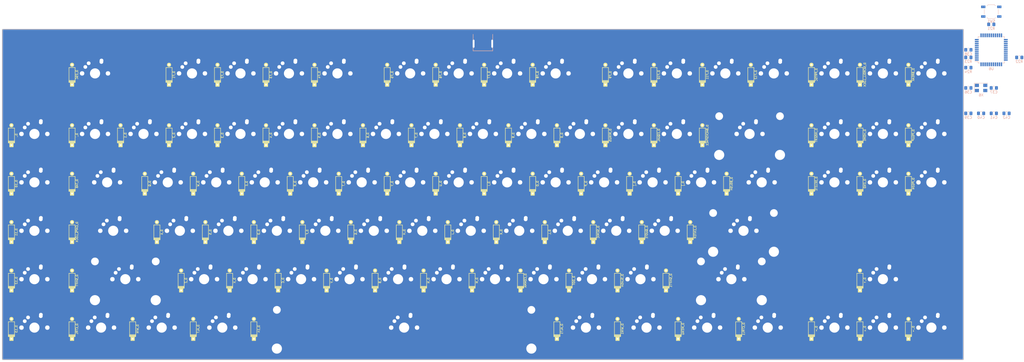
<source format=kicad_pcb>
(kicad_pcb (version 20171130) (host pcbnew "(5.0.0-3-g5ebb6b6)")
  (layers (0 F.Cu signal) (31 B.Cu signal) (34 B.Paste user) (35 F.Paste user) (36 B.SilkS user) (37 F.SilkS user) (38 B.Mask user) (39 F.Mask user) (44 Edge.Cuts user))
  (net 0 "")
  (net 1 "GND")
  (net 2 "VCC")
  (net 3 "/col0")
  (net 4 "/col1")
  (net 5 "/col2")
  (net 6 "/col3")
  (net 7 "/col4")
  (net 8 "/col5")
  (net 9 "/col6")
  (net 10 "/col7")
  (net 11 "/col8")
  (net 12 "/col9")
  (net 13 "/col10")
  (net 14 "/col11")
  (net 15 "/col12")
  (net 16 "/col13")
  (net 17 "/col14")
  (net 18 "/col15")
  (net 19 "/col16")
  (net 20 "/col17")
  (net 21 "/row0")
  (net 22 "/row1")
  (net 23 "/row2")
  (net 24 "/row3")
  (net 25 "/row4")
  (net 26 "/row5")
  (net 27 "/row6")
  (net 28 "Net-(K_ESC-Pad1)")
  (net 29 "Net-(K_ESC-Pad2)")
  (net 30 "Net-(K_ESC-Pad3)")
  (net 31 "Net-(K_ESC-Pad4)")
  (net 32 "Net-(D_ESC-Pad1)")
  (net 33 "Net-(D_ESC-Pad2)")
  (net 34 "Net-(K_F1-Pad1)")
  (net 35 "Net-(K_F1-Pad2)")
  (net 36 "Net-(K_F1-Pad3)")
  (net 37 "Net-(K_F1-Pad4)")
  (net 38 "Net-(D_F1-Pad1)")
  (net 39 "Net-(D_F1-Pad2)")
  (net 40 "Net-(K_F2-Pad1)")
  (net 41 "Net-(K_F2-Pad2)")
  (net 42 "Net-(K_F2-Pad3)")
  (net 43 "Net-(K_F2-Pad4)")
  (net 44 "Net-(D_F2-Pad1)")
  (net 45 "Net-(D_F2-Pad2)")
  (net 46 "Net-(K_F3-Pad1)")
  (net 47 "Net-(K_F3-Pad2)")
  (net 48 "Net-(K_F3-Pad3)")
  (net 49 "Net-(K_F3-Pad4)")
  (net 50 "Net-(D_F3-Pad1)")
  (net 51 "Net-(D_F3-Pad2)")
  (net 52 "Net-(K_F4-Pad1)")
  (net 53 "Net-(K_F4-Pad2)")
  (net 54 "Net-(K_F4-Pad3)")
  (net 55 "Net-(K_F4-Pad4)")
  (net 56 "Net-(D_F4-Pad1)")
  (net 57 "Net-(D_F4-Pad2)")
  (net 58 "Net-(K_F5-Pad1)")
  (net 59 "Net-(K_F5-Pad2)")
  (net 60 "Net-(K_F5-Pad3)")
  (net 61 "Net-(K_F5-Pad4)")
  (net 62 "Net-(D_F5-Pad1)")
  (net 63 "Net-(D_F5-Pad2)")
  (net 64 "Net-(K_F6-Pad1)")
  (net 65 "Net-(K_F6-Pad2)")
  (net 66 "Net-(K_F6-Pad3)")
  (net 67 "Net-(K_F6-Pad4)")
  (net 68 "Net-(D_F6-Pad1)")
  (net 69 "Net-(D_F6-Pad2)")
  (net 70 "Net-(K_F7-Pad1)")
  (net 71 "Net-(K_F7-Pad2)")
  (net 72 "Net-(K_F7-Pad3)")
  (net 73 "Net-(K_F7-Pad4)")
  (net 74 "Net-(D_F7-Pad1)")
  (net 75 "Net-(D_F7-Pad2)")
  (net 76 "Net-(K_F8-Pad1)")
  (net 77 "Net-(K_F8-Pad2)")
  (net 78 "Net-(K_F8-Pad3)")
  (net 79 "Net-(K_F8-Pad4)")
  (net 80 "Net-(D_F8-Pad1)")
  (net 81 "Net-(D_F8-Pad2)")
  (net 82 "Net-(K_F9-Pad1)")
  (net 83 "Net-(K_F9-Pad2)")
  (net 84 "Net-(K_F9-Pad3)")
  (net 85 "Net-(K_F9-Pad4)")
  (net 86 "Net-(D_F9-Pad1)")
  (net 87 "Net-(D_F9-Pad2)")
  (net 88 "Net-(K_F10-Pad1)")
  (net 89 "Net-(K_F10-Pad2)")
  (net 90 "Net-(K_F10-Pad3)")
  (net 91 "Net-(K_F10-Pad4)")
  (net 92 "Net-(D_F10-Pad1)")
  (net 93 "Net-(D_F10-Pad2)")
  (net 94 "Net-(K_F11-Pad1)")
  (net 95 "Net-(K_F11-Pad2)")
  (net 96 "Net-(K_F11-Pad3)")
  (net 97 "Net-(K_F11-Pad4)")
  (net 98 "Net-(D_F11-Pad1)")
  (net 99 "Net-(D_F11-Pad2)")
  (net 100 "Net-(K_F12-Pad1)")
  (net 101 "Net-(K_F12-Pad2)")
  (net 102 "Net-(K_F12-Pad3)")
  (net 103 "Net-(K_F12-Pad4)")
  (net 104 "Net-(D_F12-Pad1)")
  (net 105 "Net-(D_F12-Pad2)")
  (net 106 "Net-(K_PRTSC-Pad1)")
  (net 107 "Net-(K_PRTSC-Pad2)")
  (net 108 "Net-(K_PRTSC-Pad3)")
  (net 109 "Net-(K_PRTSC-Pad4)")
  (net 110 "Net-(D_PRTSC-Pad1)")
  (net 111 "Net-(D_PRTSC-Pad2)")
  (net 112 "Net-(K_SCROLL_LOCK-Pad1)")
  (net 113 "Net-(K_SCROLL_LOCK-Pad2)")
  (net 114 "Net-(K_SCROLL_LOCK-Pad3)")
  (net 115 "Net-(K_SCROLL_LOCK-Pad4)")
  (net 116 "Net-(D_SCROLL_LOCK-Pad1)")
  (net 117 "Net-(D_SCROLL_LOCK-Pad2)")
  (net 118 "Net-(K_BREAK-Pad1)")
  (net 119 "Net-(K_BREAK-Pad2)")
  (net 120 "Net-(K_BREAK-Pad3)")
  (net 121 "Net-(K_BREAK-Pad4)")
  (net 122 "Net-(D_BREAK-Pad1)")
  (net 123 "Net-(D_BREAK-Pad2)")
  (net 124 "Net-(K_-Pad1)")
  (net 125 "Net-(K_-Pad2)")
  (net 126 "Net-(K_-Pad3)")
  (net 127 "Net-(K_-Pad4)")
  (net 128 "Net-(D_-Pad1)")
  (net 129 "Net-(D_-Pad2)")
  (net 130 "Net-(K_`-Pad1)")
  (net 131 "Net-(K_`-Pad2)")
  (net 132 "Net-(K_`-Pad3)")
  (net 133 "Net-(K_`-Pad4)")
  (net 134 "Net-(D_`-Pad1)")
  (net 135 "Net-(D_`-Pad2)")
  (net 136 "Net-(K_1-Pad1)")
  (net 137 "Net-(K_1-Pad2)")
  (net 138 "Net-(K_1-Pad3)")
  (net 139 "Net-(K_1-Pad4)")
  (net 140 "Net-(D_1-Pad1)")
  (net 141 "Net-(D_1-Pad2)")
  (net 142 "Net-(K_2-Pad1)")
  (net 143 "Net-(K_2-Pad2)")
  (net 144 "Net-(K_2-Pad3)")
  (net 145 "Net-(K_2-Pad4)")
  (net 146 "Net-(D_2-Pad1)")
  (net 147 "Net-(D_2-Pad2)")
  (net 148 "Net-(K_3-Pad1)")
  (net 149 "Net-(K_3-Pad2)")
  (net 150 "Net-(K_3-Pad3)")
  (net 151 "Net-(K_3-Pad4)")
  (net 152 "Net-(D_3-Pad1)")
  (net 153 "Net-(D_3-Pad2)")
  (net 154 "Net-(K_4-Pad1)")
  (net 155 "Net-(K_4-Pad2)")
  (net 156 "Net-(K_4-Pad3)")
  (net 157 "Net-(K_4-Pad4)")
  (net 158 "Net-(D_4-Pad1)")
  (net 159 "Net-(D_4-Pad2)")
  (net 160 "Net-(K_5-Pad1)")
  (net 161 "Net-(K_5-Pad2)")
  (net 162 "Net-(K_5-Pad3)")
  (net 163 "Net-(K_5-Pad4)")
  (net 164 "Net-(D_5-Pad1)")
  (net 165 "Net-(D_5-Pad2)")
  (net 166 "Net-(K_6-Pad1)")
  (net 167 "Net-(K_6-Pad2)")
  (net 168 "Net-(K_6-Pad3)")
  (net 169 "Net-(K_6-Pad4)")
  (net 170 "Net-(D_6-Pad1)")
  (net 171 "Net-(D_6-Pad2)")
  (net 172 "Net-(K_7-Pad1)")
  (net 173 "Net-(K_7-Pad2)")
  (net 174 "Net-(K_7-Pad3)")
  (net 175 "Net-(K_7-Pad4)")
  (net 176 "Net-(D_7-Pad1)")
  (net 177 "Net-(D_7-Pad2)")
  (net 178 "Net-(K_8-Pad1)")
  (net 179 "Net-(K_8-Pad2)")
  (net 180 "Net-(K_8-Pad3)")
  (net 181 "Net-(K_8-Pad4)")
  (net 182 "Net-(D_8-Pad1)")
  (net 183 "Net-(D_8-Pad2)")
  (net 184 "Net-(K_9-Pad1)")
  (net 185 "Net-(K_9-Pad2)")
  (net 186 "Net-(K_9-Pad3)")
  (net 187 "Net-(K_9-Pad4)")
  (net 188 "Net-(D_9-Pad1)")
  (net 189 "Net-(D_9-Pad2)")
  (net 190 "Net-(K_0-Pad1)")
  (net 191 "Net-(K_0-Pad2)")
  (net 192 "Net-(K_0-Pad3)")
  (net 193 "Net-(K_0-Pad4)")
  (net 194 "Net-(D_0-Pad1)")
  (net 195 "Net-(D_0-Pad2)")
  (net 196 "Net-(K_MINUS-Pad1)")
  (net 197 "Net-(K_MINUS-Pad2)")
  (net 198 "Net-(K_MINUS-Pad3)")
  (net 199 "Net-(K_MINUS-Pad4)")
  (net 200 "Net-(D_MINUS-Pad1)")
  (net 201 "Net-(D_MINUS-Pad2)")
  (net 202 "Net-(K_EQUAL-Pad1)")
  (net 203 "Net-(K_EQUAL-Pad2)")
  (net 204 "Net-(K_EQUAL-Pad3)")
  (net 205 "Net-(K_EQUAL-Pad4)")
  (net 206 "Net-(D_EQUAL-Pad1)")
  (net 207 "Net-(D_EQUAL-Pad2)")
  (net 208 "Net-(K_BACKSPACE-Pad1)")
  (net 209 "Net-(K_BACKSPACE-Pad2)")
  (net 210 "Net-(K_BACKSPACE-Pad3)")
  (net 211 "Net-(K_BACKSPACE-Pad4)")
  (net 212 "Net-(D_BACKSPACE-Pad1)")
  (net 213 "Net-(D_BACKSPACE-Pad2)")
  (net 214 "Net-(K_INSERT-Pad1)")
  (net 215 "Net-(K_INSERT-Pad2)")
  (net 216 "Net-(K_INSERT-Pad3)")
  (net 217 "Net-(K_INSERT-Pad4)")
  (net 218 "Net-(D_INSERT-Pad1)")
  (net 219 "Net-(D_INSERT-Pad2)")
  (net 220 "Net-(K_HOME-Pad1)")
  (net 221 "Net-(K_HOME-Pad2)")
  (net 222 "Net-(K_HOME-Pad3)")
  (net 223 "Net-(K_HOME-Pad4)")
  (net 224 "Net-(D_HOME-Pad1)")
  (net 225 "Net-(D_HOME-Pad2)")
  (net 226 "Net-(K_PGUP-Pad1)")
  (net 227 "Net-(K_PGUP-Pad2)")
  (net 228 "Net-(K_PGUP-Pad3)")
  (net 229 "Net-(K_PGUP-Pad4)")
  (net 230 "Net-(D_PGUP-Pad1)")
  (net 231 "Net-(D_PGUP-Pad2)")
  (net 232 "Net-(K_10-Pad1)")
  (net 233 "Net-(K_10-Pad2)")
  (net 234 "Net-(K_10-Pad3)")
  (net 235 "Net-(K_10-Pad4)")
  (net 236 "Net-(D_10-Pad1)")
  (net 237 "Net-(D_10-Pad2)")
  (net 238 "Net-(K_TAB-Pad1)")
  (net 239 "Net-(K_TAB-Pad2)")
  (net 240 "Net-(K_TAB-Pad3)")
  (net 241 "Net-(K_TAB-Pad4)")
  (net 242 "Net-(D_TAB-Pad1)")
  (net 243 "Net-(D_TAB-Pad2)")
  (net 244 "Net-(K_Q-Pad1)")
  (net 245 "Net-(K_Q-Pad2)")
  (net 246 "Net-(K_Q-Pad3)")
  (net 247 "Net-(K_Q-Pad4)")
  (net 248 "Net-(D_Q-Pad1)")
  (net 249 "Net-(D_Q-Pad2)")
  (net 250 "Net-(K_W-Pad1)")
  (net 251 "Net-(K_W-Pad2)")
  (net 252 "Net-(K_W-Pad3)")
  (net 253 "Net-(K_W-Pad4)")
  (net 254 "Net-(D_W-Pad1)")
  (net 255 "Net-(D_W-Pad2)")
  (net 256 "Net-(K_E-Pad1)")
  (net 257 "Net-(K_E-Pad2)")
  (net 258 "Net-(K_E-Pad3)")
  (net 259 "Net-(K_E-Pad4)")
  (net 260 "Net-(D_E-Pad1)")
  (net 261 "Net-(D_E-Pad2)")
  (net 262 "Net-(K_R-Pad1)")
  (net 263 "Net-(K_R-Pad2)")
  (net 264 "Net-(K_R-Pad3)")
  (net 265 "Net-(K_R-Pad4)")
  (net 266 "Net-(D_R-Pad1)")
  (net 267 "Net-(D_R-Pad2)")
  (net 268 "Net-(K_T-Pad1)")
  (net 269 "Net-(K_T-Pad2)")
  (net 270 "Net-(K_T-Pad3)")
  (net 271 "Net-(K_T-Pad4)")
  (net 272 "Net-(D_T-Pad1)")
  (net 273 "Net-(D_T-Pad2)")
  (net 274 "Net-(K_Y-Pad1)")
  (net 275 "Net-(K_Y-Pad2)")
  (net 276 "Net-(K_Y-Pad3)")
  (net 277 "Net-(K_Y-Pad4)")
  (net 278 "Net-(D_Y-Pad1)")
  (net 279 "Net-(D_Y-Pad2)")
  (net 280 "Net-(K_U-Pad1)")
  (net 281 "Net-(K_U-Pad2)")
  (net 282 "Net-(K_U-Pad3)")
  (net 283 "Net-(K_U-Pad4)")
  (net 284 "Net-(D_U-Pad1)")
  (net 285 "Net-(D_U-Pad2)")
  (net 286 "Net-(K_I-Pad1)")
  (net 287 "Net-(K_I-Pad2)")
  (net 288 "Net-(K_I-Pad3)")
  (net 289 "Net-(K_I-Pad4)")
  (net 290 "Net-(D_I-Pad1)")
  (net 291 "Net-(D_I-Pad2)")
  (net 292 "Net-(K_O-Pad1)")
  (net 293 "Net-(K_O-Pad2)")
  (net 294 "Net-(K_O-Pad3)")
  (net 295 "Net-(K_O-Pad4)")
  (net 296 "Net-(D_O-Pad1)")
  (net 297 "Net-(D_O-Pad2)")
  (net 298 "Net-(K_P-Pad1)")
  (net 299 "Net-(K_P-Pad2)")
  (net 300 "Net-(K_P-Pad3)")
  (net 301 "Net-(K_P-Pad4)")
  (net 302 "Net-(D_P-Pad1)")
  (net 303 "Net-(D_P-Pad2)")
  (net 304 "Net-(K_[-Pad1)")
  (net 305 "Net-(K_[-Pad2)")
  (net 306 "Net-(K_[-Pad3)")
  (net 307 "Net-(K_[-Pad4)")
  (net 308 "Net-(D_[-Pad1)")
  (net 309 "Net-(D_[-Pad2)")
  (net 310 "Net-(K_]-Pad1)")
  (net 311 "Net-(K_]-Pad2)")
  (net 312 "Net-(K_]-Pad3)")
  (net 313 "Net-(K_]-Pad4)")
  (net 314 "Net-(D_]-Pad1)")
  (net 315 "Net-(D_]-Pad2)")
  (net 316 "Net-(K_BSLSH-Pad1)")
  (net 317 "Net-(K_BSLSH-Pad2)")
  (net 318 "Net-(K_BSLSH-Pad3)")
  (net 319 "Net-(K_BSLSH-Pad4)")
  (net 320 "Net-(D_BSLSH-Pad1)")
  (net 321 "Net-(D_BSLSH-Pad2)")
  (net 322 "Net-(K_DELETE-Pad1)")
  (net 323 "Net-(K_DELETE-Pad2)")
  (net 324 "Net-(K_DELETE-Pad3)")
  (net 325 "Net-(K_DELETE-Pad4)")
  (net 326 "Net-(D_DELETE-Pad1)")
  (net 327 "Net-(D_DELETE-Pad2)")
  (net 328 "Net-(K_END-Pad1)")
  (net 329 "Net-(K_END-Pad2)")
  (net 330 "Net-(K_END-Pad3)")
  (net 331 "Net-(K_END-Pad4)")
  (net 332 "Net-(D_END-Pad1)")
  (net 333 "Net-(D_END-Pad2)")
  (net 334 "Net-(K_PGDN-Pad1)")
  (net 335 "Net-(K_PGDN-Pad2)")
  (net 336 "Net-(K_PGDN-Pad3)")
  (net 337 "Net-(K_PGDN-Pad4)")
  (net 338 "Net-(D_PGDN-Pad1)")
  (net 339 "Net-(D_PGDN-Pad2)")
  (net 340 "Net-(K_11-Pad1)")
  (net 341 "Net-(K_11-Pad2)")
  (net 342 "Net-(K_11-Pad3)")
  (net 343 "Net-(K_11-Pad4)")
  (net 344 "Net-(D_11-Pad1)")
  (net 345 "Net-(D_11-Pad2)")
  (net 346 "Net-(K_CAPS_LOCK-Pad1)")
  (net 347 "Net-(K_CAPS_LOCK-Pad2)")
  (net 348 "Net-(K_CAPS_LOCK-Pad3)")
  (net 349 "Net-(K_CAPS_LOCK-Pad4)")
  (net 350 "Net-(D_CAPS_LOCK-Pad1)")
  (net 351 "Net-(D_CAPS_LOCK-Pad2)")
  (net 352 "Net-(K_A-Pad1)")
  (net 353 "Net-(K_A-Pad2)")
  (net 354 "Net-(K_A-Pad3)")
  (net 355 "Net-(K_A-Pad4)")
  (net 356 "Net-(D_A-Pad1)")
  (net 357 "Net-(D_A-Pad2)")
  (net 358 "Net-(K_S-Pad1)")
  (net 359 "Net-(K_S-Pad2)")
  (net 360 "Net-(K_S-Pad3)")
  (net 361 "Net-(K_S-Pad4)")
  (net 362 "Net-(D_S-Pad1)")
  (net 363 "Net-(D_S-Pad2)")
  (net 364 "Net-(K_D-Pad1)")
  (net 365 "Net-(K_D-Pad2)")
  (net 366 "Net-(K_D-Pad3)")
  (net 367 "Net-(K_D-Pad4)")
  (net 368 "Net-(D_D-Pad1)")
  (net 369 "Net-(D_D-Pad2)")
  (net 370 "Net-(K_F-Pad1)")
  (net 371 "Net-(K_F-Pad2)")
  (net 372 "Net-(K_F-Pad3)")
  (net 373 "Net-(K_F-Pad4)")
  (net 374 "Net-(D_F-Pad1)")
  (net 375 "Net-(D_F-Pad2)")
  (net 376 "Net-(K_G-Pad1)")
  (net 377 "Net-(K_G-Pad2)")
  (net 378 "Net-(K_G-Pad3)")
  (net 379 "Net-(K_G-Pad4)")
  (net 380 "Net-(D_G-Pad1)")
  (net 381 "Net-(D_G-Pad2)")
  (net 382 "Net-(K_H-Pad1)")
  (net 383 "Net-(K_H-Pad2)")
  (net 384 "Net-(K_H-Pad3)")
  (net 385 "Net-(K_H-Pad4)")
  (net 386 "Net-(D_H-Pad1)")
  (net 387 "Net-(D_H-Pad2)")
  (net 388 "Net-(K_J-Pad1)")
  (net 389 "Net-(K_J-Pad2)")
  (net 390 "Net-(K_J-Pad3)")
  (net 391 "Net-(K_J-Pad4)")
  (net 392 "Net-(D_J-Pad1)")
  (net 393 "Net-(D_J-Pad2)")
  (net 394 "Net-(K_K-Pad1)")
  (net 395 "Net-(K_K-Pad2)")
  (net 396 "Net-(K_K-Pad3)")
  (net 397 "Net-(K_K-Pad4)")
  (net 398 "Net-(D_K-Pad1)")
  (net 399 "Net-(D_K-Pad2)")
  (net 400 "Net-(K_L-Pad1)")
  (net 401 "Net-(K_L-Pad2)")
  (net 402 "Net-(K_L-Pad3)")
  (net 403 "Net-(K_L-Pad4)")
  (net 404 "Net-(D_L-Pad1)")
  (net 405 "Net-(D_L-Pad2)")
  (net 406 "Net-(K_SEMIC-Pad1)")
  (net 407 "Net-(K_SEMIC-Pad2)")
  (net 408 "Net-(K_SEMIC-Pad3)")
  (net 409 "Net-(K_SEMIC-Pad4)")
  (net 410 "Net-(D_SEMIC-Pad1)")
  (net 411 "Net-(D_SEMIC-Pad2)")
  (net 412 "Net-(K_QUOTE-Pad1)")
  (net 413 "Net-(K_QUOTE-Pad2)")
  (net 414 "Net-(K_QUOTE-Pad3)")
  (net 415 "Net-(K_QUOTE-Pad4)")
  (net 416 "Net-(D_QUOTE-Pad1)")
  (net 417 "Net-(D_QUOTE-Pad2)")
  (net 418 "Net-(K_ENTER-Pad1)")
  (net 419 "Net-(K_ENTER-Pad2)")
  (net 420 "Net-(K_ENTER-Pad3)")
  (net 421 "Net-(K_ENTER-Pad4)")
  (net 422 "Net-(D_ENTER-Pad1)")
  (net 423 "Net-(D_ENTER-Pad2)")
  (net 424 "Net-(K_12-Pad1)")
  (net 425 "Net-(K_12-Pad2)")
  (net 426 "Net-(K_12-Pad3)")
  (net 427 "Net-(K_12-Pad4)")
  (net 428 "Net-(D_12-Pad1)")
  (net 429 "Net-(D_12-Pad2)")
  (net 430 "Net-(K_SHIFT-Pad1)")
  (net 431 "Net-(K_SHIFT-Pad2)")
  (net 432 "Net-(K_SHIFT-Pad3)")
  (net 433 "Net-(K_SHIFT-Pad4)")
  (net 434 "Net-(D_SHIFT-Pad1)")
  (net 435 "Net-(D_SHIFT-Pad2)")
  (net 436 "Net-(K_Z-Pad1)")
  (net 437 "Net-(K_Z-Pad2)")
  (net 438 "Net-(K_Z-Pad3)")
  (net 439 "Net-(K_Z-Pad4)")
  (net 440 "Net-(D_Z-Pad1)")
  (net 441 "Net-(D_Z-Pad2)")
  (net 442 "Net-(K_X-Pad1)")
  (net 443 "Net-(K_X-Pad2)")
  (net 444 "Net-(K_X-Pad3)")
  (net 445 "Net-(K_X-Pad4)")
  (net 446 "Net-(D_X-Pad1)")
  (net 447 "Net-(D_X-Pad2)")
  (net 448 "Net-(K_C-Pad1)")
  (net 449 "Net-(K_C-Pad2)")
  (net 450 "Net-(K_C-Pad3)")
  (net 451 "Net-(K_C-Pad4)")
  (net 452 "Net-(D_C-Pad1)")
  (net 453 "Net-(D_C-Pad2)")
  (net 454 "Net-(K_V-Pad1)")
  (net 455 "Net-(K_V-Pad2)")
  (net 456 "Net-(K_V-Pad3)")
  (net 457 "Net-(K_V-Pad4)")
  (net 458 "Net-(D_V-Pad1)")
  (net 459 "Net-(D_V-Pad2)")
  (net 460 "Net-(K_B-Pad1)")
  (net 461 "Net-(K_B-Pad2)")
  (net 462 "Net-(K_B-Pad3)")
  (net 463 "Net-(K_B-Pad4)")
  (net 464 "Net-(D_B-Pad1)")
  (net 465 "Net-(D_B-Pad2)")
  (net 466 "Net-(K_N-Pad1)")
  (net 467 "Net-(K_N-Pad2)")
  (net 468 "Net-(K_N-Pad3)")
  (net 469 "Net-(K_N-Pad4)")
  (net 470 "Net-(D_N-Pad1)")
  (net 471 "Net-(D_N-Pad2)")
  (net 472 "Net-(K_M-Pad1)")
  (net 473 "Net-(K_M-Pad2)")
  (net 474 "Net-(K_M-Pad3)")
  (net 475 "Net-(K_M-Pad4)")
  (net 476 "Net-(D_M-Pad1)")
  (net 477 "Net-(D_M-Pad2)")
  (net 478 "Net-(K_COMMA-Pad1)")
  (net 479 "Net-(K_COMMA-Pad2)")
  (net 480 "Net-(K_COMMA-Pad3)")
  (net 481 "Net-(K_COMMA-Pad4)")
  (net 482 "Net-(D_COMMA-Pad1)")
  (net 483 "Net-(D_COMMA-Pad2)")
  (net 484 "Net-(K_DOT-Pad1)")
  (net 485 "Net-(K_DOT-Pad2)")
  (net 486 "Net-(K_DOT-Pad3)")
  (net 487 "Net-(K_DOT-Pad4)")
  (net 488 "Net-(D_DOT-Pad1)")
  (net 489 "Net-(D_DOT-Pad2)")
  (net 490 "Net-(K_SLASH-Pad1)")
  (net 491 "Net-(K_SLASH-Pad2)")
  (net 492 "Net-(K_SLASH-Pad3)")
  (net 493 "Net-(K_SLASH-Pad4)")
  (net 494 "Net-(D_SLASH-Pad1)")
  (net 495 "Net-(D_SLASH-Pad2)")
  (net 496 "Net-(K_SHIFT1-Pad1)")
  (net 497 "Net-(K_SHIFT1-Pad2)")
  (net 498 "Net-(K_SHIFT1-Pad3)")
  (net 499 "Net-(K_SHIFT1-Pad4)")
  (net 500 "Net-(D_SHIFT1-Pad1)")
  (net 501 "Net-(D_SHIFT1-Pad2)")
  (net 502 "Net-(K_↑-Pad1)")
  (net 503 "Net-(K_↑-Pad2)")
  (net 504 "Net-(K_↑-Pad3)")
  (net 505 "Net-(K_↑-Pad4)")
  (net 506 "Net-(D_↑-Pad1)")
  (net 507 "Net-(D_↑-Pad2)")
  (net 508 "Net-(K_13-Pad1)")
  (net 509 "Net-(K_13-Pad2)")
  (net 510 "Net-(K_13-Pad3)")
  (net 511 "Net-(K_13-Pad4)")
  (net 512 "Net-(D_13-Pad1)")
  (net 513 "Net-(D_13-Pad2)")
  (net 514 "Net-(K_CTRL-Pad1)")
  (net 515 "Net-(K_CTRL-Pad2)")
  (net 516 "Net-(K_CTRL-Pad3)")
  (net 517 "Net-(K_CTRL-Pad4)")
  (net 518 "Net-(D_CTRL-Pad1)")
  (net 519 "Net-(D_CTRL-Pad2)")
  (net 520 "Net-(K_WIN-Pad1)")
  (net 521 "Net-(K_WIN-Pad2)")
  (net 522 "Net-(K_WIN-Pad3)")
  (net 523 "Net-(K_WIN-Pad4)")
  (net 524 "Net-(D_WIN-Pad1)")
  (net 525 "Net-(D_WIN-Pad2)")
  (net 526 "Net-(K_ALT-Pad1)")
  (net 527 "Net-(K_ALT-Pad2)")
  (net 528 "Net-(K_ALT-Pad3)")
  (net 529 "Net-(K_ALT-Pad4)")
  (net 530 "Net-(D_ALT-Pad1)")
  (net 531 "Net-(D_ALT-Pad2)")
  (net 532 "Net-(K_14-Pad1)")
  (net 533 "Net-(K_14-Pad2)")
  (net 534 "Net-(K_14-Pad3)")
  (net 535 "Net-(K_14-Pad4)")
  (net 536 "Net-(D_14-Pad1)")
  (net 537 "Net-(D_14-Pad2)")
  (net 538 "Net-(K_ALT1-Pad1)")
  (net 539 "Net-(K_ALT1-Pad2)")
  (net 540 "Net-(K_ALT1-Pad3)")
  (net 541 "Net-(K_ALT1-Pad4)")
  (net 542 "Net-(D_ALT1-Pad1)")
  (net 543 "Net-(D_ALT1-Pad2)")
  (net 544 "Net-(K_WIN1-Pad1)")
  (net 545 "Net-(K_WIN1-Pad2)")
  (net 546 "Net-(K_WIN1-Pad3)")
  (net 547 "Net-(K_WIN1-Pad4)")
  (net 548 "Net-(D_WIN1-Pad1)")
  (net 549 "Net-(D_WIN1-Pad2)")
  (net 550 "Net-(K_MENU-Pad1)")
  (net 551 "Net-(K_MENU-Pad2)")
  (net 552 "Net-(K_MENU-Pad3)")
  (net 553 "Net-(K_MENU-Pad4)")
  (net 554 "Net-(D_MENU-Pad1)")
  (net 555 "Net-(D_MENU-Pad2)")
  (net 556 "Net-(K_CTRL1-Pad1)")
  (net 557 "Net-(K_CTRL1-Pad2)")
  (net 558 "Net-(K_CTRL1-Pad3)")
  (net 559 "Net-(K_CTRL1-Pad4)")
  (net 560 "Net-(D_CTRL1-Pad1)")
  (net 561 "Net-(D_CTRL1-Pad2)")
  (net 562 "Net-(K_←-Pad1)")
  (net 563 "Net-(K_←-Pad2)")
  (net 564 "Net-(K_←-Pad3)")
  (net 565 "Net-(K_←-Pad4)")
  (net 566 "Net-(D_←-Pad1)")
  (net 567 "Net-(D_←-Pad2)")
  (net 568 "Net-(K_↓-Pad1)")
  (net 569 "Net-(K_↓-Pad2)")
  (net 570 "Net-(K_↓-Pad3)")
  (net 571 "Net-(K_↓-Pad4)")
  (net 572 "Net-(D_↓-Pad1)")
  (net 573 "Net-(D_↓-Pad2)")
  (net 574 "Net-(K_→-Pad1)")
  (net 575 "Net-(K_→-Pad2)")
  (net 576 "Net-(K_→-Pad3)")
  (net 577 "Net-(K_→-Pad4)")
  (net 578 "Net-(D_→-Pad1)")
  (net 579 "Net-(D_→-Pad2)")
  (net 580 "Net-(C36-Pad1)")
  (net 581 "Net-(C36-Pad2)")
  (net 582 "Net-(C37-Pad1)")
  (net 583 "Net-(C37-Pad2)")
  (net 584 "Net-(X6-Pad1)")
  (net 585 "Net-(X6-Pad2)")
  (net 586 "Net-(X6-Pad3)")
  (net 587 "Net-(X6-Pad4)")
  (net 588 "Net-(R21-Pad1)")
  (net 589 "Net-(R21-Pad2)")
  (net 590 "Net-(R6-Pad1)")
  (net 591 "Net-(R6-Pad2)")
  (net 592 "Net-(R22-Pad1)")
  (net 593 "Net-(R22-Pad2)")
  (net 594 "Net-(R23-Pad1)")
  (net 595 "Net-(R23-Pad2)")
  (net 596 "Net-(R24-Pad1)")
  (net 597 "Net-(R24-Pad2)")
  (net 598 "Net-(USB6-Pad1)")
  (net 599 "Net-(USB6-Pad2)")
  (net 600 "Net-(USB6-Pad3)")
  (net 601 "Net-(USB6-Pad4)")
  (net 602 "Net-(USB6-Pad5)")
  (net 603 "Net-(USB6-Pad6)")
  (net 604 "Net-(C38-Pad1)")
  (net 605 "Net-(C38-Pad2)")
  (net 606 "Net-(U6-Pad1)")
  (net 607 "Net-(U6-Pad2)")
  (net 608 "Net-(U6-Pad3)")
  (net 609 "Net-(U6-Pad4)")
  (net 610 "Net-(U6-Pad5)")
  (net 611 "Net-(U6-Pad6)")
  (net 612 "Net-(U6-Pad7)")
  (net 613 "Net-(U6-Pad8)")
  (net 614 "Net-(U6-Pad9)")
  (net 615 "Net-(U6-Pad10)")
  (net 616 "Net-(U6-Pad11)")
  (net 617 "Net-(U6-Pad12)")
  (net 618 "Net-(U6-Pad13)")
  (net 619 "Net-(U6-Pad14)")
  (net 620 "Net-(U6-Pad15)")
  (net 621 "Net-(U6-Pad16)")
  (net 622 "Net-(U6-Pad17)")
  (net 623 "Net-(U6-Pad18)")
  (net 624 "Net-(U6-Pad19)")
  (net 625 "Net-(U6-Pad20)")
  (net 626 "Net-(U6-Pad21)")
  (net 627 "Net-(U6-Pad22)")
  (net 628 "Net-(U6-Pad23)")
  (net 629 "Net-(U6-Pad24)")
  (net 630 "Net-(U6-Pad25)")
  (net 631 "Net-(U6-Pad26)")
  (net 632 "Net-(U6-Pad27)")
  (net 633 "Net-(U6-Pad28)")
  (net 634 "Net-(U6-Pad29)")
  (net 635 "Net-(U6-Pad30)")
  (net 636 "Net-(U6-Pad31)")
  (net 637 "Net-(U6-Pad32)")
  (net 638 "Net-(U6-Pad33)")
  (net 639 "Net-(U6-Pad34)")
  (net 640 "Net-(U6-Pad35)")
  (net 641 "Net-(U6-Pad36)")
  (net 642 "Net-(U6-Pad37)")
  (net 643 "Net-(U6-Pad38)")
  (net 644 "Net-(U6-Pad39)")
  (net 645 "Net-(U6-Pad40)")
  (net 646 "Net-(U6-Pad41)")
  (net 647 "Net-(U6-Pad42)")
  (net 648 "Net-(U6-Pad43)")
  (net 649 "Net-(U6-Pad44)")
  (net 650 "Net-(C39-Pad1)")
  (net 651 "Net-(C39-Pad2)")
  (net 652 "Net-(C40-Pad1)")
  (net 653 "Net-(C40-Pad2)")
  (net 654 "Net-(C41-Pad1)")
  (net 655 "Net-(C41-Pad2)")
  (net 656 "Net-(C42-Pad1)")
  (net 657 "Net-(C42-Pad2)")
  (module MX_Alps_Hybrid:MX-1U-NoLED (layer F.Cu) (at 53.3375 34.2875)
    (fp_text reference K_ESC)
    (fp_text value KEYSW)
    (pad 1 thru_hole circle (at -2.5 -4) (size 2.25 2.25) (drill 1.47) (layers *.Cu B.Mask) (net 28 "Net-(K_ESC-Pad1)"))
    (pad 1 thru_hole oval (at -3.81 -2.54 48.0996) (size 4.211556 2.25) (drill 1.47 (offset 0.980778 0)) (layers *.Cu B.Mask) (net 28 "Net-(K_ESC-Pad1)"))
    (pad 2 thru_hole oval (at 2.5 -4.5 86.0548) (size 2.831378 2.25) (drill 1.47 (offset 0.290689 0)) (layers *.Cu B.Mask) (net 33 "Net-(D_ESC-Pad2)"))
    (pad 2 thru_hole circle (at 2.54 -5.08) (size 2.25 2.25) (drill 1.47) (layers *.Cu B.Mask) (net 33 "Net-(D_ESC-Pad2)"))
    (pad "" np_thru_hole circle (at 0 0) (size 3.9878 3.9878) (drill 3.9878) (layers *.Cu *.Mask))
    (pad "" np_thru_hole circle (at -5.08 0 48.0996) (size 1.75 1.75) (drill 1.75) (layers *.Cu *.Mask))
    (pad "" np_thru_hole circle (at 5.08 0 48.0996) (size 1.75 1.75) (drill 1.75) (layers *.Cu *.Mask))
  )
  (module keyboard_parts:D_SOD123_axial (layer F.Cu) (at 44.3125 34.7875 90)
    (fp_text reference D_ESC (at 0 1.925 90) (layer F.SilkS) (effects (font (size 0.8 0.8)) (justify mirror)))
    (fp_text value D hide)
    (pad 1 smd rect (at -2.7 0 90) (size 2.5 0.5) (layers F.Cu) (net 3 "/col0"))
    (pad 1 smd rect (at -1.575 0 90) (size 1.2 1.2) (layers F.Cu F.Paste F.Mask) (net 3 "/col0"))
    (pad 1 thru_hole rect (at -3.9 0 90) (size 1.6 1.6) (drill 0.7) (layers *.Cu *.Mask F.SilkS) (net 3 "/col0"))
    (pad 2 smd rect (at 1.575 0 90) (size 1.2 1.2) (layers F.Cu F.Paste F.Mask) (net 33 "Net-(D_ESC-Pad2)"))
    (pad 2 smd rect (at 2.7 0 90) (size 2.5 0.5) (layers F.Cu) (net 33 "Net-(D_ESC-Pad2)"))
    (pad 2 thru_hole circle (at 3.9 0 90) (size 1.6 1.6) (drill 0.7) (layers *.Cu *.Mask F.SilkS) (net 33 "Net-(D_ESC-Pad2)"))
  )
  (module MX_Alps_Hybrid:MX-1U-NoLED (layer F.Cu) (at 91.4375 34.2875)
    (fp_text reference K_F1)
    (fp_text value KEYSW)
    (pad 1 thru_hole circle (at -2.5 -4) (size 2.25 2.25) (drill 1.47) (layers *.Cu B.Mask) (net 34 "Net-(K_F1-Pad1)"))
    (pad 1 thru_hole oval (at -3.81 -2.54 48.0996) (size 4.211556 2.25) (drill 1.47 (offset 0.980778 0)) (layers *.Cu B.Mask) (net 34 "Net-(K_F1-Pad1)"))
    (pad 2 thru_hole oval (at 2.5 -4.5 86.0548) (size 2.831378 2.25) (drill 1.47 (offset 0.290689 0)) (layers *.Cu B.Mask) (net 39 "Net-(D_F1-Pad2)"))
    (pad 2 thru_hole circle (at 2.54 -5.08) (size 2.25 2.25) (drill 1.47) (layers *.Cu B.Mask) (net 39 "Net-(D_F1-Pad2)"))
    (pad "" np_thru_hole circle (at 0 0) (size 3.9878 3.9878) (drill 3.9878) (layers *.Cu *.Mask))
    (pad "" np_thru_hole circle (at -5.08 0 48.0996) (size 1.75 1.75) (drill 1.75) (layers *.Cu *.Mask))
    (pad "" np_thru_hole circle (at 5.08 0 48.0996) (size 1.75 1.75) (drill 1.75) (layers *.Cu *.Mask))
  )
  (module keyboard_parts:D_SOD123_axial (layer F.Cu) (at 82.4125 34.7875 90)
    (fp_text reference D_F1 (at 0 1.925 90) (layer F.SilkS) (effects (font (size 0.8 0.8)) (justify mirror)))
    (fp_text value D hide)
    (pad 1 smd rect (at -2.7 0 90) (size 2.5 0.5) (layers F.Cu) (net 4 "/col1"))
    (pad 1 smd rect (at -1.575 0 90) (size 1.2 1.2) (layers F.Cu F.Paste F.Mask) (net 4 "/col1"))
    (pad 1 thru_hole rect (at -3.9 0 90) (size 1.6 1.6) (drill 0.7) (layers *.Cu *.Mask F.SilkS) (net 4 "/col1"))
    (pad 2 smd rect (at 1.575 0 90) (size 1.2 1.2) (layers F.Cu F.Paste F.Mask) (net 39 "Net-(D_F1-Pad2)"))
    (pad 2 smd rect (at 2.7 0 90) (size 2.5 0.5) (layers F.Cu) (net 39 "Net-(D_F1-Pad2)"))
    (pad 2 thru_hole circle (at 3.9 0 90) (size 1.6 1.6) (drill 0.7) (layers *.Cu *.Mask F.SilkS) (net 39 "Net-(D_F1-Pad2)"))
  )
  (module MX_Alps_Hybrid:MX-1U-NoLED (layer F.Cu) (at 110.4875 34.2875)
    (fp_text reference K_F2)
    (fp_text value KEYSW)
    (pad 1 thru_hole circle (at -2.5 -4) (size 2.25 2.25) (drill 1.47) (layers *.Cu B.Mask) (net 40 "Net-(K_F2-Pad1)"))
    (pad 1 thru_hole oval (at -3.81 -2.54 48.0996) (size 4.211556 2.25) (drill 1.47 (offset 0.980778 0)) (layers *.Cu B.Mask) (net 40 "Net-(K_F2-Pad1)"))
    (pad 2 thru_hole oval (at 2.5 -4.5 86.0548) (size 2.831378 2.25) (drill 1.47 (offset 0.290689 0)) (layers *.Cu B.Mask) (net 45 "Net-(D_F2-Pad2)"))
    (pad 2 thru_hole circle (at 2.54 -5.08) (size 2.25 2.25) (drill 1.47) (layers *.Cu B.Mask) (net 45 "Net-(D_F2-Pad2)"))
    (pad "" np_thru_hole circle (at 0 0) (size 3.9878 3.9878) (drill 3.9878) (layers *.Cu *.Mask))
    (pad "" np_thru_hole circle (at -5.08 0 48.0996) (size 1.75 1.75) (drill 1.75) (layers *.Cu *.Mask))
    (pad "" np_thru_hole circle (at 5.08 0 48.0996) (size 1.75 1.75) (drill 1.75) (layers *.Cu *.Mask))
  )
  (module keyboard_parts:D_SOD123_axial (layer F.Cu) (at 101.4625 34.7875 90)
    (fp_text reference D_F2 (at 0 1.925 90) (layer F.SilkS) (effects (font (size 0.8 0.8)) (justify mirror)))
    (fp_text value D hide)
    (pad 1 smd rect (at -2.7 0 90) (size 2.5 0.5) (layers F.Cu) (net 5 "/col2"))
    (pad 1 smd rect (at -1.575 0 90) (size 1.2 1.2) (layers F.Cu F.Paste F.Mask) (net 5 "/col2"))
    (pad 1 thru_hole rect (at -3.9 0 90) (size 1.6 1.6) (drill 0.7) (layers *.Cu *.Mask F.SilkS) (net 5 "/col2"))
    (pad 2 smd rect (at 1.575 0 90) (size 1.2 1.2) (layers F.Cu F.Paste F.Mask) (net 45 "Net-(D_F2-Pad2)"))
    (pad 2 smd rect (at 2.7 0 90) (size 2.5 0.5) (layers F.Cu) (net 45 "Net-(D_F2-Pad2)"))
    (pad 2 thru_hole circle (at 3.9 0 90) (size 1.6 1.6) (drill 0.7) (layers *.Cu *.Mask F.SilkS) (net 45 "Net-(D_F2-Pad2)"))
  )
  (module MX_Alps_Hybrid:MX-1U-NoLED (layer F.Cu) (at 129.5375 34.2875)
    (fp_text reference K_F3)
    (fp_text value KEYSW)
    (pad 1 thru_hole circle (at -2.5 -4) (size 2.25 2.25) (drill 1.47) (layers *.Cu B.Mask) (net 46 "Net-(K_F3-Pad1)"))
    (pad 1 thru_hole oval (at -3.81 -2.54 48.0996) (size 4.211556 2.25) (drill 1.47 (offset 0.980778 0)) (layers *.Cu B.Mask) (net 46 "Net-(K_F3-Pad1)"))
    (pad 2 thru_hole oval (at 2.5 -4.5 86.0548) (size 2.831378 2.25) (drill 1.47 (offset 0.290689 0)) (layers *.Cu B.Mask) (net 51 "Net-(D_F3-Pad2)"))
    (pad 2 thru_hole circle (at 2.54 -5.08) (size 2.25 2.25) (drill 1.47) (layers *.Cu B.Mask) (net 51 "Net-(D_F3-Pad2)"))
    (pad "" np_thru_hole circle (at 0 0) (size 3.9878 3.9878) (drill 3.9878) (layers *.Cu *.Mask))
    (pad "" np_thru_hole circle (at -5.08 0 48.0996) (size 1.75 1.75) (drill 1.75) (layers *.Cu *.Mask))
    (pad "" np_thru_hole circle (at 5.08 0 48.0996) (size 1.75 1.75) (drill 1.75) (layers *.Cu *.Mask))
  )
  (module keyboard_parts:D_SOD123_axial (layer F.Cu) (at 120.5125 34.7875 90)
    (fp_text reference D_F3 (at 0 1.925 90) (layer F.SilkS) (effects (font (size 0.8 0.8)) (justify mirror)))
    (fp_text value D hide)
    (pad 1 smd rect (at -2.7 0 90) (size 2.5 0.5) (layers F.Cu) (net 6 "/col3"))
    (pad 1 smd rect (at -1.575 0 90) (size 1.2 1.2) (layers F.Cu F.Paste F.Mask) (net 6 "/col3"))
    (pad 1 thru_hole rect (at -3.9 0 90) (size 1.6 1.6) (drill 0.7) (layers *.Cu *.Mask F.SilkS) (net 6 "/col3"))
    (pad 2 smd rect (at 1.575 0 90) (size 1.2 1.2) (layers F.Cu F.Paste F.Mask) (net 51 "Net-(D_F3-Pad2)"))
    (pad 2 smd rect (at 2.7 0 90) (size 2.5 0.5) (layers F.Cu) (net 51 "Net-(D_F3-Pad2)"))
    (pad 2 thru_hole circle (at 3.9 0 90) (size 1.6 1.6) (drill 0.7) (layers *.Cu *.Mask F.SilkS) (net 51 "Net-(D_F3-Pad2)"))
  )
  (module MX_Alps_Hybrid:MX-1U-NoLED (layer F.Cu) (at 148.5875 34.2875)
    (fp_text reference K_F4)
    (fp_text value KEYSW)
    (pad 1 thru_hole circle (at -2.5 -4) (size 2.25 2.25) (drill 1.47) (layers *.Cu B.Mask) (net 52 "Net-(K_F4-Pad1)"))
    (pad 1 thru_hole oval (at -3.81 -2.54 48.0996) (size 4.211556 2.25) (drill 1.47 (offset 0.980778 0)) (layers *.Cu B.Mask) (net 52 "Net-(K_F4-Pad1)"))
    (pad 2 thru_hole oval (at 2.5 -4.5 86.0548) (size 2.831378 2.25) (drill 1.47 (offset 0.290689 0)) (layers *.Cu B.Mask) (net 57 "Net-(D_F4-Pad2)"))
    (pad 2 thru_hole circle (at 2.54 -5.08) (size 2.25 2.25) (drill 1.47) (layers *.Cu B.Mask) (net 57 "Net-(D_F4-Pad2)"))
    (pad "" np_thru_hole circle (at 0 0) (size 3.9878 3.9878) (drill 3.9878) (layers *.Cu *.Mask))
    (pad "" np_thru_hole circle (at -5.08 0 48.0996) (size 1.75 1.75) (drill 1.75) (layers *.Cu *.Mask))
    (pad "" np_thru_hole circle (at 5.08 0 48.0996) (size 1.75 1.75) (drill 1.75) (layers *.Cu *.Mask))
  )
  (module keyboard_parts:D_SOD123_axial (layer F.Cu) (at 139.5625 34.7875 90)
    (fp_text reference D_F4 (at 0 1.925 90) (layer F.SilkS) (effects (font (size 0.8 0.8)) (justify mirror)))
    (fp_text value D hide)
    (pad 1 smd rect (at -2.7 0 90) (size 2.5 0.5) (layers F.Cu) (net 7 "/col4"))
    (pad 1 smd rect (at -1.575 0 90) (size 1.2 1.2) (layers F.Cu F.Paste F.Mask) (net 7 "/col4"))
    (pad 1 thru_hole rect (at -3.9 0 90) (size 1.6 1.6) (drill 0.7) (layers *.Cu *.Mask F.SilkS) (net 7 "/col4"))
    (pad 2 smd rect (at 1.575 0 90) (size 1.2 1.2) (layers F.Cu F.Paste F.Mask) (net 57 "Net-(D_F4-Pad2)"))
    (pad 2 smd rect (at 2.7 0 90) (size 2.5 0.5) (layers F.Cu) (net 57 "Net-(D_F4-Pad2)"))
    (pad 2 thru_hole circle (at 3.9 0 90) (size 1.6 1.6) (drill 0.7) (layers *.Cu *.Mask F.SilkS) (net 57 "Net-(D_F4-Pad2)"))
  )
  (module MX_Alps_Hybrid:MX-1U-NoLED (layer F.Cu) (at 177.1625 34.2875)
    (fp_text reference K_F5)
    (fp_text value KEYSW)
    (pad 1 thru_hole circle (at -2.5 -4) (size 2.25 2.25) (drill 1.47) (layers *.Cu B.Mask) (net 58 "Net-(K_F5-Pad1)"))
    (pad 1 thru_hole oval (at -3.81 -2.54 48.0996) (size 4.211556 2.25) (drill 1.47 (offset 0.980778 0)) (layers *.Cu B.Mask) (net 58 "Net-(K_F5-Pad1)"))
    (pad 2 thru_hole oval (at 2.5 -4.5 86.0548) (size 2.831378 2.25) (drill 1.47 (offset 0.290689 0)) (layers *.Cu B.Mask) (net 63 "Net-(D_F5-Pad2)"))
    (pad 2 thru_hole circle (at 2.54 -5.08) (size 2.25 2.25) (drill 1.47) (layers *.Cu B.Mask) (net 63 "Net-(D_F5-Pad2)"))
    (pad "" np_thru_hole circle (at 0 0) (size 3.9878 3.9878) (drill 3.9878) (layers *.Cu *.Mask))
    (pad "" np_thru_hole circle (at -5.08 0 48.0996) (size 1.75 1.75) (drill 1.75) (layers *.Cu *.Mask))
    (pad "" np_thru_hole circle (at 5.08 0 48.0996) (size 1.75 1.75) (drill 1.75) (layers *.Cu *.Mask))
  )
  (module keyboard_parts:D_SOD123_axial (layer F.Cu) (at 168.1375 34.7875 90)
    (fp_text reference D_F5 (at 0 1.925 90) (layer F.SilkS) (effects (font (size 0.8 0.8)) (justify mirror)))
    (fp_text value D hide)
    (pad 1 smd rect (at -2.7 0 90) (size 2.5 0.5) (layers F.Cu) (net 8 "/col5"))
    (pad 1 smd rect (at -1.575 0 90) (size 1.2 1.2) (layers F.Cu F.Paste F.Mask) (net 8 "/col5"))
    (pad 1 thru_hole rect (at -3.9 0 90) (size 1.6 1.6) (drill 0.7) (layers *.Cu *.Mask F.SilkS) (net 8 "/col5"))
    (pad 2 smd rect (at 1.575 0 90) (size 1.2 1.2) (layers F.Cu F.Paste F.Mask) (net 63 "Net-(D_F5-Pad2)"))
    (pad 2 smd rect (at 2.7 0 90) (size 2.5 0.5) (layers F.Cu) (net 63 "Net-(D_F5-Pad2)"))
    (pad 2 thru_hole circle (at 3.9 0 90) (size 1.6 1.6) (drill 0.7) (layers *.Cu *.Mask F.SilkS) (net 63 "Net-(D_F5-Pad2)"))
  )
  (module MX_Alps_Hybrid:MX-1U-NoLED (layer F.Cu) (at 196.2125 34.2875)
    (fp_text reference K_F6)
    (fp_text value KEYSW)
    (pad 1 thru_hole circle (at -2.5 -4) (size 2.25 2.25) (drill 1.47) (layers *.Cu B.Mask) (net 64 "Net-(K_F6-Pad1)"))
    (pad 1 thru_hole oval (at -3.81 -2.54 48.0996) (size 4.211556 2.25) (drill 1.47 (offset 0.980778 0)) (layers *.Cu B.Mask) (net 64 "Net-(K_F6-Pad1)"))
    (pad 2 thru_hole oval (at 2.5 -4.5 86.0548) (size 2.831378 2.25) (drill 1.47 (offset 0.290689 0)) (layers *.Cu B.Mask) (net 69 "Net-(D_F6-Pad2)"))
    (pad 2 thru_hole circle (at 2.54 -5.08) (size 2.25 2.25) (drill 1.47) (layers *.Cu B.Mask) (net 69 "Net-(D_F6-Pad2)"))
    (pad "" np_thru_hole circle (at 0 0) (size 3.9878 3.9878) (drill 3.9878) (layers *.Cu *.Mask))
    (pad "" np_thru_hole circle (at -5.08 0 48.0996) (size 1.75 1.75) (drill 1.75) (layers *.Cu *.Mask))
    (pad "" np_thru_hole circle (at 5.08 0 48.0996) (size 1.75 1.75) (drill 1.75) (layers *.Cu *.Mask))
  )
  (module keyboard_parts:D_SOD123_axial (layer F.Cu) (at 187.1875 34.7875 90)
    (fp_text reference D_F6 (at 0 1.925 90) (layer F.SilkS) (effects (font (size 0.8 0.8)) (justify mirror)))
    (fp_text value D hide)
    (pad 1 smd rect (at -2.7 0 90) (size 2.5 0.5) (layers F.Cu) (net 9 "/col6"))
    (pad 1 smd rect (at -1.575 0 90) (size 1.2 1.2) (layers F.Cu F.Paste F.Mask) (net 9 "/col6"))
    (pad 1 thru_hole rect (at -3.9 0 90) (size 1.6 1.6) (drill 0.7) (layers *.Cu *.Mask F.SilkS) (net 9 "/col6"))
    (pad 2 smd rect (at 1.575 0 90) (size 1.2 1.2) (layers F.Cu F.Paste F.Mask) (net 69 "Net-(D_F6-Pad2)"))
    (pad 2 smd rect (at 2.7 0 90) (size 2.5 0.5) (layers F.Cu) (net 69 "Net-(D_F6-Pad2)"))
    (pad 2 thru_hole circle (at 3.9 0 90) (size 1.6 1.6) (drill 0.7) (layers *.Cu *.Mask F.SilkS) (net 69 "Net-(D_F6-Pad2)"))
  )
  (module MX_Alps_Hybrid:MX-1U-NoLED (layer F.Cu) (at 215.2625 34.2875)
    (fp_text reference K_F7)
    (fp_text value KEYSW)
    (pad 1 thru_hole circle (at -2.5 -4) (size 2.25 2.25) (drill 1.47) (layers *.Cu B.Mask) (net 70 "Net-(K_F7-Pad1)"))
    (pad 1 thru_hole oval (at -3.81 -2.54 48.0996) (size 4.211556 2.25) (drill 1.47 (offset 0.980778 0)) (layers *.Cu B.Mask) (net 70 "Net-(K_F7-Pad1)"))
    (pad 2 thru_hole oval (at 2.5 -4.5 86.0548) (size 2.831378 2.25) (drill 1.47 (offset 0.290689 0)) (layers *.Cu B.Mask) (net 75 "Net-(D_F7-Pad2)"))
    (pad 2 thru_hole circle (at 2.54 -5.08) (size 2.25 2.25) (drill 1.47) (layers *.Cu B.Mask) (net 75 "Net-(D_F7-Pad2)"))
    (pad "" np_thru_hole circle (at 0 0) (size 3.9878 3.9878) (drill 3.9878) (layers *.Cu *.Mask))
    (pad "" np_thru_hole circle (at -5.08 0 48.0996) (size 1.75 1.75) (drill 1.75) (layers *.Cu *.Mask))
    (pad "" np_thru_hole circle (at 5.08 0 48.0996) (size 1.75 1.75) (drill 1.75) (layers *.Cu *.Mask))
  )
  (module keyboard_parts:D_SOD123_axial (layer F.Cu) (at 206.2375 34.7875 90)
    (fp_text reference D_F7 (at 0 1.925 90) (layer F.SilkS) (effects (font (size 0.8 0.8)) (justify mirror)))
    (fp_text value D hide)
    (pad 1 smd rect (at -2.7 0 90) (size 2.5 0.5) (layers F.Cu) (net 10 "/col7"))
    (pad 1 smd rect (at -1.575 0 90) (size 1.2 1.2) (layers F.Cu F.Paste F.Mask) (net 10 "/col7"))
    (pad 1 thru_hole rect (at -3.9 0 90) (size 1.6 1.6) (drill 0.7) (layers *.Cu *.Mask F.SilkS) (net 10 "/col7"))
    (pad 2 smd rect (at 1.575 0 90) (size 1.2 1.2) (layers F.Cu F.Paste F.Mask) (net 75 "Net-(D_F7-Pad2)"))
    (pad 2 smd rect (at 2.7 0 90) (size 2.5 0.5) (layers F.Cu) (net 75 "Net-(D_F7-Pad2)"))
    (pad 2 thru_hole circle (at 3.9 0 90) (size 1.6 1.6) (drill 0.7) (layers *.Cu *.Mask F.SilkS) (net 75 "Net-(D_F7-Pad2)"))
  )
  (module MX_Alps_Hybrid:MX-1U-NoLED (layer F.Cu) (at 234.3125 34.2875)
    (fp_text reference K_F8)
    (fp_text value KEYSW)
    (pad 1 thru_hole circle (at -2.5 -4) (size 2.25 2.25) (drill 1.47) (layers *.Cu B.Mask) (net 76 "Net-(K_F8-Pad1)"))
    (pad 1 thru_hole oval (at -3.81 -2.54 48.0996) (size 4.211556 2.25) (drill 1.47 (offset 0.980778 0)) (layers *.Cu B.Mask) (net 76 "Net-(K_F8-Pad1)"))
    (pad 2 thru_hole oval (at 2.5 -4.5 86.0548) (size 2.831378 2.25) (drill 1.47 (offset 0.290689 0)) (layers *.Cu B.Mask) (net 81 "Net-(D_F8-Pad2)"))
    (pad 2 thru_hole circle (at 2.54 -5.08) (size 2.25 2.25) (drill 1.47) (layers *.Cu B.Mask) (net 81 "Net-(D_F8-Pad2)"))
    (pad "" np_thru_hole circle (at 0 0) (size 3.9878 3.9878) (drill 3.9878) (layers *.Cu *.Mask))
    (pad "" np_thru_hole circle (at -5.08 0 48.0996) (size 1.75 1.75) (drill 1.75) (layers *.Cu *.Mask))
    (pad "" np_thru_hole circle (at 5.08 0 48.0996) (size 1.75 1.75) (drill 1.75) (layers *.Cu *.Mask))
  )
  (module keyboard_parts:D_SOD123_axial (layer F.Cu) (at 225.2875 34.7875 90)
    (fp_text reference D_F8 (at 0 1.925 90) (layer F.SilkS) (effects (font (size 0.8 0.8)) (justify mirror)))
    (fp_text value D hide)
    (pad 1 smd rect (at -2.7 0 90) (size 2.5 0.5) (layers F.Cu) (net 11 "/col8"))
    (pad 1 smd rect (at -1.575 0 90) (size 1.2 1.2) (layers F.Cu F.Paste F.Mask) (net 11 "/col8"))
    (pad 1 thru_hole rect (at -3.9 0 90) (size 1.6 1.6) (drill 0.7) (layers *.Cu *.Mask F.SilkS) (net 11 "/col8"))
    (pad 2 smd rect (at 1.575 0 90) (size 1.2 1.2) (layers F.Cu F.Paste F.Mask) (net 81 "Net-(D_F8-Pad2)"))
    (pad 2 smd rect (at 2.7 0 90) (size 2.5 0.5) (layers F.Cu) (net 81 "Net-(D_F8-Pad2)"))
    (pad 2 thru_hole circle (at 3.9 0 90) (size 1.6 1.6) (drill 0.7) (layers *.Cu *.Mask F.SilkS) (net 81 "Net-(D_F8-Pad2)"))
  )
  (module MX_Alps_Hybrid:MX-1U-NoLED (layer F.Cu) (at 262.8875 34.2875)
    (fp_text reference K_F9)
    (fp_text value KEYSW)
    (pad 1 thru_hole circle (at -2.5 -4) (size 2.25 2.25) (drill 1.47) (layers *.Cu B.Mask) (net 82 "Net-(K_F9-Pad1)"))
    (pad 1 thru_hole oval (at -3.81 -2.54 48.0996) (size 4.211556 2.25) (drill 1.47 (offset 0.980778 0)) (layers *.Cu B.Mask) (net 82 "Net-(K_F9-Pad1)"))
    (pad 2 thru_hole oval (at 2.5 -4.5 86.0548) (size 2.831378 2.25) (drill 1.47 (offset 0.290689 0)) (layers *.Cu B.Mask) (net 87 "Net-(D_F9-Pad2)"))
    (pad 2 thru_hole circle (at 2.54 -5.08) (size 2.25 2.25) (drill 1.47) (layers *.Cu B.Mask) (net 87 "Net-(D_F9-Pad2)"))
    (pad "" np_thru_hole circle (at 0 0) (size 3.9878 3.9878) (drill 3.9878) (layers *.Cu *.Mask))
    (pad "" np_thru_hole circle (at -5.08 0 48.0996) (size 1.75 1.75) (drill 1.75) (layers *.Cu *.Mask))
    (pad "" np_thru_hole circle (at 5.08 0 48.0996) (size 1.75 1.75) (drill 1.75) (layers *.Cu *.Mask))
  )
  (module keyboard_parts:D_SOD123_axial (layer F.Cu) (at 253.8625 34.7875 90)
    (fp_text reference D_F9 (at 0 1.925 90) (layer F.SilkS) (effects (font (size 0.8 0.8)) (justify mirror)))
    (fp_text value D hide)
    (pad 1 smd rect (at -2.7 0 90) (size 2.5 0.5) (layers F.Cu) (net 12 "/col9"))
    (pad 1 smd rect (at -1.575 0 90) (size 1.2 1.2) (layers F.Cu F.Paste F.Mask) (net 12 "/col9"))
    (pad 1 thru_hole rect (at -3.9 0 90) (size 1.6 1.6) (drill 0.7) (layers *.Cu *.Mask F.SilkS) (net 12 "/col9"))
    (pad 2 smd rect (at 1.575 0 90) (size 1.2 1.2) (layers F.Cu F.Paste F.Mask) (net 87 "Net-(D_F9-Pad2)"))
    (pad 2 smd rect (at 2.7 0 90) (size 2.5 0.5) (layers F.Cu) (net 87 "Net-(D_F9-Pad2)"))
    (pad 2 thru_hole circle (at 3.9 0 90) (size 1.6 1.6) (drill 0.7) (layers *.Cu *.Mask F.SilkS) (net 87 "Net-(D_F9-Pad2)"))
  )
  (module MX_Alps_Hybrid:MX-1U-NoLED (layer F.Cu) (at 281.9375 34.2875)
    (fp_text reference K_F10)
    (fp_text value KEYSW)
    (pad 1 thru_hole circle (at -2.5 -4) (size 2.25 2.25) (drill 1.47) (layers *.Cu B.Mask) (net 88 "Net-(K_F10-Pad1)"))
    (pad 1 thru_hole oval (at -3.81 -2.54 48.0996) (size 4.211556 2.25) (drill 1.47 (offset 0.980778 0)) (layers *.Cu B.Mask) (net 88 "Net-(K_F10-Pad1)"))
    (pad 2 thru_hole oval (at 2.5 -4.5 86.0548) (size 2.831378 2.25) (drill 1.47 (offset 0.290689 0)) (layers *.Cu B.Mask) (net 93 "Net-(D_F10-Pad2)"))
    (pad 2 thru_hole circle (at 2.54 -5.08) (size 2.25 2.25) (drill 1.47) (layers *.Cu B.Mask) (net 93 "Net-(D_F10-Pad2)"))
    (pad "" np_thru_hole circle (at 0 0) (size 3.9878 3.9878) (drill 3.9878) (layers *.Cu *.Mask))
    (pad "" np_thru_hole circle (at -5.08 0 48.0996) (size 1.75 1.75) (drill 1.75) (layers *.Cu *.Mask))
    (pad "" np_thru_hole circle (at 5.08 0 48.0996) (size 1.75 1.75) (drill 1.75) (layers *.Cu *.Mask))
  )
  (module keyboard_parts:D_SOD123_axial (layer F.Cu) (at 272.9125 34.7875 90)
    (fp_text reference D_F10 (at 0 1.925 90) (layer F.SilkS) (effects (font (size 0.8 0.8)) (justify mirror)))
    (fp_text value D hide)
    (pad 1 smd rect (at -2.7 0 90) (size 2.5 0.5) (layers F.Cu) (net 13 "/col10"))
    (pad 1 smd rect (at -1.575 0 90) (size 1.2 1.2) (layers F.Cu F.Paste F.Mask) (net 13 "/col10"))
    (pad 1 thru_hole rect (at -3.9 0 90) (size 1.6 1.6) (drill 0.7) (layers *.Cu *.Mask F.SilkS) (net 13 "/col10"))
    (pad 2 smd rect (at 1.575 0 90) (size 1.2 1.2) (layers F.Cu F.Paste F.Mask) (net 93 "Net-(D_F10-Pad2)"))
    (pad 2 smd rect (at 2.7 0 90) (size 2.5 0.5) (layers F.Cu) (net 93 "Net-(D_F10-Pad2)"))
    (pad 2 thru_hole circle (at 3.9 0 90) (size 1.6 1.6) (drill 0.7) (layers *.Cu *.Mask F.SilkS) (net 93 "Net-(D_F10-Pad2)"))
  )
  (module MX_Alps_Hybrid:MX-1U-NoLED (layer F.Cu) (at 300.9875 34.2875)
    (fp_text reference K_F11)
    (fp_text value KEYSW)
    (pad 1 thru_hole circle (at -2.5 -4) (size 2.25 2.25) (drill 1.47) (layers *.Cu B.Mask) (net 94 "Net-(K_F11-Pad1)"))
    (pad 1 thru_hole oval (at -3.81 -2.54 48.0996) (size 4.211556 2.25) (drill 1.47 (offset 0.980778 0)) (layers *.Cu B.Mask) (net 94 "Net-(K_F11-Pad1)"))
    (pad 2 thru_hole oval (at 2.5 -4.5 86.0548) (size 2.831378 2.25) (drill 1.47 (offset 0.290689 0)) (layers *.Cu B.Mask) (net 99 "Net-(D_F11-Pad2)"))
    (pad 2 thru_hole circle (at 2.54 -5.08) (size 2.25 2.25) (drill 1.47) (layers *.Cu B.Mask) (net 99 "Net-(D_F11-Pad2)"))
    (pad "" np_thru_hole circle (at 0 0) (size 3.9878 3.9878) (drill 3.9878) (layers *.Cu *.Mask))
    (pad "" np_thru_hole circle (at -5.08 0 48.0996) (size 1.75 1.75) (drill 1.75) (layers *.Cu *.Mask))
    (pad "" np_thru_hole circle (at 5.08 0 48.0996) (size 1.75 1.75) (drill 1.75) (layers *.Cu *.Mask))
  )
  (module keyboard_parts:D_SOD123_axial (layer F.Cu) (at 291.9625 34.7875 90)
    (fp_text reference D_F11 (at 0 1.925 90) (layer F.SilkS) (effects (font (size 0.8 0.8)) (justify mirror)))
    (fp_text value D hide)
    (pad 1 smd rect (at -2.7 0 90) (size 2.5 0.5) (layers F.Cu) (net 14 "/col11"))
    (pad 1 smd rect (at -1.575 0 90) (size 1.2 1.2) (layers F.Cu F.Paste F.Mask) (net 14 "/col11"))
    (pad 1 thru_hole rect (at -3.9 0 90) (size 1.6 1.6) (drill 0.7) (layers *.Cu *.Mask F.SilkS) (net 14 "/col11"))
    (pad 2 smd rect (at 1.575 0 90) (size 1.2 1.2) (layers F.Cu F.Paste F.Mask) (net 99 "Net-(D_F11-Pad2)"))
    (pad 2 smd rect (at 2.7 0 90) (size 2.5 0.5) (layers F.Cu) (net 99 "Net-(D_F11-Pad2)"))
    (pad 2 thru_hole circle (at 3.9 0 90) (size 1.6 1.6) (drill 0.7) (layers *.Cu *.Mask F.SilkS) (net 99 "Net-(D_F11-Pad2)"))
  )
  (module MX_Alps_Hybrid:MX-1U-NoLED (layer F.Cu) (at 320.0375 34.2875)
    (fp_text reference K_F12)
    (fp_text value KEYSW)
    (pad 1 thru_hole circle (at -2.5 -4) (size 2.25 2.25) (drill 1.47) (layers *.Cu B.Mask) (net 100 "Net-(K_F12-Pad1)"))
    (pad 1 thru_hole oval (at -3.81 -2.54 48.0996) (size 4.211556 2.25) (drill 1.47 (offset 0.980778 0)) (layers *.Cu B.Mask) (net 100 "Net-(K_F12-Pad1)"))
    (pad 2 thru_hole oval (at 2.5 -4.5 86.0548) (size 2.831378 2.25) (drill 1.47 (offset 0.290689 0)) (layers *.Cu B.Mask) (net 105 "Net-(D_F12-Pad2)"))
    (pad 2 thru_hole circle (at 2.54 -5.08) (size 2.25 2.25) (drill 1.47) (layers *.Cu B.Mask) (net 105 "Net-(D_F12-Pad2)"))
    (pad "" np_thru_hole circle (at 0 0) (size 3.9878 3.9878) (drill 3.9878) (layers *.Cu *.Mask))
    (pad "" np_thru_hole circle (at -5.08 0 48.0996) (size 1.75 1.75) (drill 1.75) (layers *.Cu *.Mask))
    (pad "" np_thru_hole circle (at 5.08 0 48.0996) (size 1.75 1.75) (drill 1.75) (layers *.Cu *.Mask))
  )
  (module keyboard_parts:D_SOD123_axial (layer F.Cu) (at 311.0125 34.7875 90)
    (fp_text reference D_F12 (at 0 1.925 90) (layer F.SilkS) (effects (font (size 0.8 0.8)) (justify mirror)))
    (fp_text value D hide)
    (pad 1 smd rect (at -2.7 0 90) (size 2.5 0.5) (layers F.Cu) (net 15 "/col12"))
    (pad 1 smd rect (at -1.575 0 90) (size 1.2 1.2) (layers F.Cu F.Paste F.Mask) (net 15 "/col12"))
    (pad 1 thru_hole rect (at -3.9 0 90) (size 1.6 1.6) (drill 0.7) (layers *.Cu *.Mask F.SilkS) (net 15 "/col12"))
    (pad 2 smd rect (at 1.575 0 90) (size 1.2 1.2) (layers F.Cu F.Paste F.Mask) (net 105 "Net-(D_F12-Pad2)"))
    (pad 2 smd rect (at 2.7 0 90) (size 2.5 0.5) (layers F.Cu) (net 105 "Net-(D_F12-Pad2)"))
    (pad 2 thru_hole circle (at 3.9 0 90) (size 1.6 1.6) (drill 0.7) (layers *.Cu *.Mask F.SilkS) (net 105 "Net-(D_F12-Pad2)"))
  )
  (module MX_Alps_Hybrid:MX-1U-NoLED (layer F.Cu) (at 343.85 34.2875)
    (fp_text reference K_PRTSC)
    (fp_text value KEYSW)
    (pad 1 thru_hole circle (at -2.5 -4) (size 2.25 2.25) (drill 1.47) (layers *.Cu B.Mask) (net 106 "Net-(K_PRTSC-Pad1)"))
    (pad 1 thru_hole oval (at -3.81 -2.54 48.0996) (size 4.211556 2.25) (drill 1.47 (offset 0.980778 0)) (layers *.Cu B.Mask) (net 106 "Net-(K_PRTSC-Pad1)"))
    (pad 2 thru_hole oval (at 2.5 -4.5 86.0548) (size 2.831378 2.25) (drill 1.47 (offset 0.290689 0)) (layers *.Cu B.Mask) (net 111 "Net-(D_PRTSC-Pad2)"))
    (pad 2 thru_hole circle (at 2.54 -5.08) (size 2.25 2.25) (drill 1.47) (layers *.Cu B.Mask) (net 111 "Net-(D_PRTSC-Pad2)"))
    (pad "" np_thru_hole circle (at 0 0) (size 3.9878 3.9878) (drill 3.9878) (layers *.Cu *.Mask))
    (pad "" np_thru_hole circle (at -5.08 0 48.0996) (size 1.75 1.75) (drill 1.75) (layers *.Cu *.Mask))
    (pad "" np_thru_hole circle (at 5.08 0 48.0996) (size 1.75 1.75) (drill 1.75) (layers *.Cu *.Mask))
  )
  (module keyboard_parts:D_SOD123_axial (layer F.Cu) (at 334.825 34.7875 90)
    (fp_text reference D_PRTSC (at 0 1.925 90) (layer F.SilkS) (effects (font (size 0.8 0.8)) (justify mirror)))
    (fp_text value D hide)
    (pad 1 smd rect (at -2.7 0 90) (size 2.5 0.5) (layers F.Cu) (net 16 "/col13"))
    (pad 1 smd rect (at -1.575 0 90) (size 1.2 1.2) (layers F.Cu F.Paste F.Mask) (net 16 "/col13"))
    (pad 1 thru_hole rect (at -3.9 0 90) (size 1.6 1.6) (drill 0.7) (layers *.Cu *.Mask F.SilkS) (net 16 "/col13"))
    (pad 2 smd rect (at 1.575 0 90) (size 1.2 1.2) (layers F.Cu F.Paste F.Mask) (net 111 "Net-(D_PRTSC-Pad2)"))
    (pad 2 smd rect (at 2.7 0 90) (size 2.5 0.5) (layers F.Cu) (net 111 "Net-(D_PRTSC-Pad2)"))
    (pad 2 thru_hole circle (at 3.9 0 90) (size 1.6 1.6) (drill 0.7) (layers *.Cu *.Mask F.SilkS) (net 111 "Net-(D_PRTSC-Pad2)"))
  )
  (module MX_Alps_Hybrid:MX-1U-NoLED (layer F.Cu) (at 362.9 34.2875)
    (fp_text reference K_SCROLL_LOCK)
    (fp_text value KEYSW)
    (pad 1 thru_hole circle (at -2.5 -4) (size 2.25 2.25) (drill 1.47) (layers *.Cu B.Mask) (net 112 "Net-(K_SCROLL_LOCK-Pad1)"))
    (pad 1 thru_hole oval (at -3.81 -2.54 48.0996) (size 4.211556 2.25) (drill 1.47 (offset 0.980778 0)) (layers *.Cu B.Mask) (net 112 "Net-(K_SCROLL_LOCK-Pad1)"))
    (pad 2 thru_hole oval (at 2.5 -4.5 86.0548) (size 2.831378 2.25) (drill 1.47 (offset 0.290689 0)) (layers *.Cu B.Mask) (net 117 "Net-(D_SCROLL_LOCK-Pad2)"))
    (pad 2 thru_hole circle (at 2.54 -5.08) (size 2.25 2.25) (drill 1.47) (layers *.Cu B.Mask) (net 117 "Net-(D_SCROLL_LOCK-Pad2)"))
    (pad "" np_thru_hole circle (at 0 0) (size 3.9878 3.9878) (drill 3.9878) (layers *.Cu *.Mask))
    (pad "" np_thru_hole circle (at -5.08 0 48.0996) (size 1.75 1.75) (drill 1.75) (layers *.Cu *.Mask))
    (pad "" np_thru_hole circle (at 5.08 0 48.0996) (size 1.75 1.75) (drill 1.75) (layers *.Cu *.Mask))
  )
  (module keyboard_parts:D_SOD123_axial (layer F.Cu) (at 353.875 34.7875 90)
    (fp_text reference D_SCROLL_LOCK (at 0 1.925 90) (layer F.SilkS) (effects (font (size 0.8 0.8)) (justify mirror)))
    (fp_text value D hide)
    (pad 1 smd rect (at -2.7 0 90) (size 2.5 0.5) (layers F.Cu) (net 17 "/col14"))
    (pad 1 smd rect (at -1.575 0 90) (size 1.2 1.2) (layers F.Cu F.Paste F.Mask) (net 17 "/col14"))
    (pad 1 thru_hole rect (at -3.9 0 90) (size 1.6 1.6) (drill 0.7) (layers *.Cu *.Mask F.SilkS) (net 17 "/col14"))
    (pad 2 smd rect (at 1.575 0 90) (size 1.2 1.2) (layers F.Cu F.Paste F.Mask) (net 117 "Net-(D_SCROLL_LOCK-Pad2)"))
    (pad 2 smd rect (at 2.7 0 90) (size 2.5 0.5) (layers F.Cu) (net 117 "Net-(D_SCROLL_LOCK-Pad2)"))
    (pad 2 thru_hole circle (at 3.9 0 90) (size 1.6 1.6) (drill 0.7) (layers *.Cu *.Mask F.SilkS) (net 117 "Net-(D_SCROLL_LOCK-Pad2)"))
  )
  (module MX_Alps_Hybrid:MX-1U-NoLED (layer F.Cu) (at 381.95 34.2875)
    (fp_text reference K_BREAK)
    (fp_text value KEYSW)
    (pad 1 thru_hole circle (at -2.5 -4) (size 2.25 2.25) (drill 1.47) (layers *.Cu B.Mask) (net 118 "Net-(K_BREAK-Pad1)"))
    (pad 1 thru_hole oval (at -3.81 -2.54 48.0996) (size 4.211556 2.25) (drill 1.47 (offset 0.980778 0)) (layers *.Cu B.Mask) (net 118 "Net-(K_BREAK-Pad1)"))
    (pad 2 thru_hole oval (at 2.5 -4.5 86.0548) (size 2.831378 2.25) (drill 1.47 (offset 0.290689 0)) (layers *.Cu B.Mask) (net 123 "Net-(D_BREAK-Pad2)"))
    (pad 2 thru_hole circle (at 2.54 -5.08) (size 2.25 2.25) (drill 1.47) (layers *.Cu B.Mask) (net 123 "Net-(D_BREAK-Pad2)"))
    (pad "" np_thru_hole circle (at 0 0) (size 3.9878 3.9878) (drill 3.9878) (layers *.Cu *.Mask))
    (pad "" np_thru_hole circle (at -5.08 0 48.0996) (size 1.75 1.75) (drill 1.75) (layers *.Cu *.Mask))
    (pad "" np_thru_hole circle (at 5.08 0 48.0996) (size 1.75 1.75) (drill 1.75) (layers *.Cu *.Mask))
  )
  (module keyboard_parts:D_SOD123_axial (layer F.Cu) (at 372.925 34.7875 90)
    (fp_text reference D_BREAK (at 0 1.925 90) (layer F.SilkS) (effects (font (size 0.8 0.8)) (justify mirror)))
    (fp_text value D hide)
    (pad 1 smd rect (at -2.7 0 90) (size 2.5 0.5) (layers F.Cu) (net 18 "/col15"))
    (pad 1 smd rect (at -1.575 0 90) (size 1.2 1.2) (layers F.Cu F.Paste F.Mask) (net 18 "/col15"))
    (pad 1 thru_hole rect (at -3.9 0 90) (size 1.6 1.6) (drill 0.7) (layers *.Cu *.Mask F.SilkS) (net 18 "/col15"))
    (pad 2 smd rect (at 1.575 0 90) (size 1.2 1.2) (layers F.Cu F.Paste F.Mask) (net 123 "Net-(D_BREAK-Pad2)"))
    (pad 2 smd rect (at 2.7 0 90) (size 2.5 0.5) (layers F.Cu) (net 123 "Net-(D_BREAK-Pad2)"))
    (pad 2 thru_hole circle (at 3.9 0 90) (size 1.6 1.6) (drill 0.7) (layers *.Cu *.Mask F.SilkS) (net 123 "Net-(D_BREAK-Pad2)"))
  )
  (module MX_Alps_Hybrid:MX-1U-NoLED (layer F.Cu) (at 29.525 58.1)
    (fp_text reference K_)
    (fp_text value KEYSW)
    (pad 1 thru_hole circle (at -2.5 -4) (size 2.25 2.25) (drill 1.47) (layers *.Cu B.Mask) (net 124 "Net-(K_-Pad1)"))
    (pad 1 thru_hole oval (at -3.81 -2.54 48.0996) (size 4.211556 2.25) (drill 1.47 (offset 0.980778 0)) (layers *.Cu B.Mask) (net 124 "Net-(K_-Pad1)"))
    (pad 2 thru_hole oval (at 2.5 -4.5 86.0548) (size 2.831378 2.25) (drill 1.47 (offset 0.290689 0)) (layers *.Cu B.Mask) (net 129 "Net-(D_-Pad2)"))
    (pad 2 thru_hole circle (at 2.54 -5.08) (size 2.25 2.25) (drill 1.47) (layers *.Cu B.Mask) (net 129 "Net-(D_-Pad2)"))
    (pad "" np_thru_hole circle (at 0 0) (size 3.9878 3.9878) (drill 3.9878) (layers *.Cu *.Mask))
    (pad "" np_thru_hole circle (at -5.08 0 48.0996) (size 1.75 1.75) (drill 1.75) (layers *.Cu *.Mask))
    (pad "" np_thru_hole circle (at 5.08 0 48.0996) (size 1.75 1.75) (drill 1.75) (layers *.Cu *.Mask))
  )
  (module keyboard_parts:D_SOD123_axial (layer F.Cu) (at 20.5 58.6 90)
    (fp_text reference D_ (at 0 1.925 90) (layer F.SilkS) (effects (font (size 0.8 0.8)) (justify mirror)))
    (fp_text value D hide)
    (pad 1 smd rect (at -2.7 0 90) (size 2.5 0.5) (layers F.Cu) (net 3 "/col0"))
    (pad 1 smd rect (at -1.575 0 90) (size 1.2 1.2) (layers F.Cu F.Paste F.Mask) (net 3 "/col0"))
    (pad 1 thru_hole rect (at -3.9 0 90) (size 1.6 1.6) (drill 0.7) (layers *.Cu *.Mask F.SilkS) (net 3 "/col0"))
    (pad 2 smd rect (at 1.575 0 90) (size 1.2 1.2) (layers F.Cu F.Paste F.Mask) (net 129 "Net-(D_-Pad2)"))
    (pad 2 smd rect (at 2.7 0 90) (size 2.5 0.5) (layers F.Cu) (net 129 "Net-(D_-Pad2)"))
    (pad 2 thru_hole circle (at 3.9 0 90) (size 1.6 1.6) (drill 0.7) (layers *.Cu *.Mask F.SilkS) (net 129 "Net-(D_-Pad2)"))
  )
  (module MX_Alps_Hybrid:MX-1U-NoLED (layer F.Cu) (at 53.3375 58.1)
    (fp_text reference K_`)
    (fp_text value KEYSW)
    (pad 1 thru_hole circle (at -2.5 -4) (size 2.25 2.25) (drill 1.47) (layers *.Cu B.Mask) (net 130 "Net-(K_`-Pad1)"))
    (pad 1 thru_hole oval (at -3.81 -2.54 48.0996) (size 4.211556 2.25) (drill 1.47 (offset 0.980778 0)) (layers *.Cu B.Mask) (net 130 "Net-(K_`-Pad1)"))
    (pad 2 thru_hole oval (at 2.5 -4.5 86.0548) (size 2.831378 2.25) (drill 1.47 (offset 0.290689 0)) (layers *.Cu B.Mask) (net 135 "Net-(D_`-Pad2)"))
    (pad 2 thru_hole circle (at 2.54 -5.08) (size 2.25 2.25) (drill 1.47) (layers *.Cu B.Mask) (net 135 "Net-(D_`-Pad2)"))
    (pad "" np_thru_hole circle (at 0 0) (size 3.9878 3.9878) (drill 3.9878) (layers *.Cu *.Mask))
    (pad "" np_thru_hole circle (at -5.08 0 48.0996) (size 1.75 1.75) (drill 1.75) (layers *.Cu *.Mask))
    (pad "" np_thru_hole circle (at 5.08 0 48.0996) (size 1.75 1.75) (drill 1.75) (layers *.Cu *.Mask))
  )
  (module keyboard_parts:D_SOD123_axial (layer F.Cu) (at 44.3125 58.6 90)
    (fp_text reference D_` (at 0 1.925 90) (layer F.SilkS) (effects (font (size 0.8 0.8)) (justify mirror)))
    (fp_text value D hide)
    (pad 1 smd rect (at -2.7 0 90) (size 2.5 0.5) (layers F.Cu) (net 4 "/col1"))
    (pad 1 smd rect (at -1.575 0 90) (size 1.2 1.2) (layers F.Cu F.Paste F.Mask) (net 4 "/col1"))
    (pad 1 thru_hole rect (at -3.9 0 90) (size 1.6 1.6) (drill 0.7) (layers *.Cu *.Mask F.SilkS) (net 4 "/col1"))
    (pad 2 smd rect (at 1.575 0 90) (size 1.2 1.2) (layers F.Cu F.Paste F.Mask) (net 135 "Net-(D_`-Pad2)"))
    (pad 2 smd rect (at 2.7 0 90) (size 2.5 0.5) (layers F.Cu) (net 135 "Net-(D_`-Pad2)"))
    (pad 2 thru_hole circle (at 3.9 0 90) (size 1.6 1.6) (drill 0.7) (layers *.Cu *.Mask F.SilkS) (net 135 "Net-(D_`-Pad2)"))
  )
  (module MX_Alps_Hybrid:MX-1U-NoLED (layer F.Cu) (at 72.3875 58.1)
    (fp_text reference K_1)
    (fp_text value KEYSW)
    (pad 1 thru_hole circle (at -2.5 -4) (size 2.25 2.25) (drill 1.47) (layers *.Cu B.Mask) (net 136 "Net-(K_1-Pad1)"))
    (pad 1 thru_hole oval (at -3.81 -2.54 48.0996) (size 4.211556 2.25) (drill 1.47 (offset 0.980778 0)) (layers *.Cu B.Mask) (net 136 "Net-(K_1-Pad1)"))
    (pad 2 thru_hole oval (at 2.5 -4.5 86.0548) (size 2.831378 2.25) (drill 1.47 (offset 0.290689 0)) (layers *.Cu B.Mask) (net 141 "Net-(D_1-Pad2)"))
    (pad 2 thru_hole circle (at 2.54 -5.08) (size 2.25 2.25) (drill 1.47) (layers *.Cu B.Mask) (net 141 "Net-(D_1-Pad2)"))
    (pad "" np_thru_hole circle (at 0 0) (size 3.9878 3.9878) (drill 3.9878) (layers *.Cu *.Mask))
    (pad "" np_thru_hole circle (at -5.08 0 48.0996) (size 1.75 1.75) (drill 1.75) (layers *.Cu *.Mask))
    (pad "" np_thru_hole circle (at 5.08 0 48.0996) (size 1.75 1.75) (drill 1.75) (layers *.Cu *.Mask))
  )
  (module keyboard_parts:D_SOD123_axial (layer F.Cu) (at 63.3625 58.6 90)
    (fp_text reference D_1 (at 0 1.925 90) (layer F.SilkS) (effects (font (size 0.8 0.8)) (justify mirror)))
    (fp_text value D hide)
    (pad 1 smd rect (at -2.7 0 90) (size 2.5 0.5) (layers F.Cu) (net 5 "/col2"))
    (pad 1 smd rect (at -1.575 0 90) (size 1.2 1.2) (layers F.Cu F.Paste F.Mask) (net 5 "/col2"))
    (pad 1 thru_hole rect (at -3.9 0 90) (size 1.6 1.6) (drill 0.7) (layers *.Cu *.Mask F.SilkS) (net 5 "/col2"))
    (pad 2 smd rect (at 1.575 0 90) (size 1.2 1.2) (layers F.Cu F.Paste F.Mask) (net 141 "Net-(D_1-Pad2)"))
    (pad 2 smd rect (at 2.7 0 90) (size 2.5 0.5) (layers F.Cu) (net 141 "Net-(D_1-Pad2)"))
    (pad 2 thru_hole circle (at 3.9 0 90) (size 1.6 1.6) (drill 0.7) (layers *.Cu *.Mask F.SilkS) (net 141 "Net-(D_1-Pad2)"))
  )
  (module MX_Alps_Hybrid:MX-1U-NoLED (layer F.Cu) (at 91.4375 58.1)
    (fp_text reference K_2)
    (fp_text value KEYSW)
    (pad 1 thru_hole circle (at -2.5 -4) (size 2.25 2.25) (drill 1.47) (layers *.Cu B.Mask) (net 142 "Net-(K_2-Pad1)"))
    (pad 1 thru_hole oval (at -3.81 -2.54 48.0996) (size 4.211556 2.25) (drill 1.47 (offset 0.980778 0)) (layers *.Cu B.Mask) (net 142 "Net-(K_2-Pad1)"))
    (pad 2 thru_hole oval (at 2.5 -4.5 86.0548) (size 2.831378 2.25) (drill 1.47 (offset 0.290689 0)) (layers *.Cu B.Mask) (net 147 "Net-(D_2-Pad2)"))
    (pad 2 thru_hole circle (at 2.54 -5.08) (size 2.25 2.25) (drill 1.47) (layers *.Cu B.Mask) (net 147 "Net-(D_2-Pad2)"))
    (pad "" np_thru_hole circle (at 0 0) (size 3.9878 3.9878) (drill 3.9878) (layers *.Cu *.Mask))
    (pad "" np_thru_hole circle (at -5.08 0 48.0996) (size 1.75 1.75) (drill 1.75) (layers *.Cu *.Mask))
    (pad "" np_thru_hole circle (at 5.08 0 48.0996) (size 1.75 1.75) (drill 1.75) (layers *.Cu *.Mask))
  )
  (module keyboard_parts:D_SOD123_axial (layer F.Cu) (at 82.4125 58.6 90)
    (fp_text reference D_2 (at 0 1.925 90) (layer F.SilkS) (effects (font (size 0.8 0.8)) (justify mirror)))
    (fp_text value D hide)
    (pad 1 smd rect (at -2.7 0 90) (size 2.5 0.5) (layers F.Cu) (net 6 "/col3"))
    (pad 1 smd rect (at -1.575 0 90) (size 1.2 1.2) (layers F.Cu F.Paste F.Mask) (net 6 "/col3"))
    (pad 1 thru_hole rect (at -3.9 0 90) (size 1.6 1.6) (drill 0.7) (layers *.Cu *.Mask F.SilkS) (net 6 "/col3"))
    (pad 2 smd rect (at 1.575 0 90) (size 1.2 1.2) (layers F.Cu F.Paste F.Mask) (net 147 "Net-(D_2-Pad2)"))
    (pad 2 smd rect (at 2.7 0 90) (size 2.5 0.5) (layers F.Cu) (net 147 "Net-(D_2-Pad2)"))
    (pad 2 thru_hole circle (at 3.9 0 90) (size 1.6 1.6) (drill 0.7) (layers *.Cu *.Mask F.SilkS) (net 147 "Net-(D_2-Pad2)"))
  )
  (module MX_Alps_Hybrid:MX-1U-NoLED (layer F.Cu) (at 110.4875 58.1)
    (fp_text reference K_3)
    (fp_text value KEYSW)
    (pad 1 thru_hole circle (at -2.5 -4) (size 2.25 2.25) (drill 1.47) (layers *.Cu B.Mask) (net 148 "Net-(K_3-Pad1)"))
    (pad 1 thru_hole oval (at -3.81 -2.54 48.0996) (size 4.211556 2.25) (drill 1.47 (offset 0.980778 0)) (layers *.Cu B.Mask) (net 148 "Net-(K_3-Pad1)"))
    (pad 2 thru_hole oval (at 2.5 -4.5 86.0548) (size 2.831378 2.25) (drill 1.47 (offset 0.290689 0)) (layers *.Cu B.Mask) (net 153 "Net-(D_3-Pad2)"))
    (pad 2 thru_hole circle (at 2.54 -5.08) (size 2.25 2.25) (drill 1.47) (layers *.Cu B.Mask) (net 153 "Net-(D_3-Pad2)"))
    (pad "" np_thru_hole circle (at 0 0) (size 3.9878 3.9878) (drill 3.9878) (layers *.Cu *.Mask))
    (pad "" np_thru_hole circle (at -5.08 0 48.0996) (size 1.75 1.75) (drill 1.75) (layers *.Cu *.Mask))
    (pad "" np_thru_hole circle (at 5.08 0 48.0996) (size 1.75 1.75) (drill 1.75) (layers *.Cu *.Mask))
  )
  (module keyboard_parts:D_SOD123_axial (layer F.Cu) (at 101.4625 58.6 90)
    (fp_text reference D_3 (at 0 1.925 90) (layer F.SilkS) (effects (font (size 0.8 0.8)) (justify mirror)))
    (fp_text value D hide)
    (pad 1 smd rect (at -2.7 0 90) (size 2.5 0.5) (layers F.Cu) (net 7 "/col4"))
    (pad 1 smd rect (at -1.575 0 90) (size 1.2 1.2) (layers F.Cu F.Paste F.Mask) (net 7 "/col4"))
    (pad 1 thru_hole rect (at -3.9 0 90) (size 1.6 1.6) (drill 0.7) (layers *.Cu *.Mask F.SilkS) (net 7 "/col4"))
    (pad 2 smd rect (at 1.575 0 90) (size 1.2 1.2) (layers F.Cu F.Paste F.Mask) (net 153 "Net-(D_3-Pad2)"))
    (pad 2 smd rect (at 2.7 0 90) (size 2.5 0.5) (layers F.Cu) (net 153 "Net-(D_3-Pad2)"))
    (pad 2 thru_hole circle (at 3.9 0 90) (size 1.6 1.6) (drill 0.7) (layers *.Cu *.Mask F.SilkS) (net 153 "Net-(D_3-Pad2)"))
  )
  (module MX_Alps_Hybrid:MX-1U-NoLED (layer F.Cu) (at 129.5375 58.1)
    (fp_text reference K_4)
    (fp_text value KEYSW)
    (pad 1 thru_hole circle (at -2.5 -4) (size 2.25 2.25) (drill 1.47) (layers *.Cu B.Mask) (net 154 "Net-(K_4-Pad1)"))
    (pad 1 thru_hole oval (at -3.81 -2.54 48.0996) (size 4.211556 2.25) (drill 1.47 (offset 0.980778 0)) (layers *.Cu B.Mask) (net 154 "Net-(K_4-Pad1)"))
    (pad 2 thru_hole oval (at 2.5 -4.5 86.0548) (size 2.831378 2.25) (drill 1.47 (offset 0.290689 0)) (layers *.Cu B.Mask) (net 159 "Net-(D_4-Pad2)"))
    (pad 2 thru_hole circle (at 2.54 -5.08) (size 2.25 2.25) (drill 1.47) (layers *.Cu B.Mask) (net 159 "Net-(D_4-Pad2)"))
    (pad "" np_thru_hole circle (at 0 0) (size 3.9878 3.9878) (drill 3.9878) (layers *.Cu *.Mask))
    (pad "" np_thru_hole circle (at -5.08 0 48.0996) (size 1.75 1.75) (drill 1.75) (layers *.Cu *.Mask))
    (pad "" np_thru_hole circle (at 5.08 0 48.0996) (size 1.75 1.75) (drill 1.75) (layers *.Cu *.Mask))
  )
  (module keyboard_parts:D_SOD123_axial (layer F.Cu) (at 120.5125 58.6 90)
    (fp_text reference D_4 (at 0 1.925 90) (layer F.SilkS) (effects (font (size 0.8 0.8)) (justify mirror)))
    (fp_text value D hide)
    (pad 1 smd rect (at -2.7 0 90) (size 2.5 0.5) (layers F.Cu) (net 8 "/col5"))
    (pad 1 smd rect (at -1.575 0 90) (size 1.2 1.2) (layers F.Cu F.Paste F.Mask) (net 8 "/col5"))
    (pad 1 thru_hole rect (at -3.9 0 90) (size 1.6 1.6) (drill 0.7) (layers *.Cu *.Mask F.SilkS) (net 8 "/col5"))
    (pad 2 smd rect (at 1.575 0 90) (size 1.2 1.2) (layers F.Cu F.Paste F.Mask) (net 159 "Net-(D_4-Pad2)"))
    (pad 2 smd rect (at 2.7 0 90) (size 2.5 0.5) (layers F.Cu) (net 159 "Net-(D_4-Pad2)"))
    (pad 2 thru_hole circle (at 3.9 0 90) (size 1.6 1.6) (drill 0.7) (layers *.Cu *.Mask F.SilkS) (net 159 "Net-(D_4-Pad2)"))
  )
  (module MX_Alps_Hybrid:MX-1U-NoLED (layer F.Cu) (at 148.5875 58.1)
    (fp_text reference K_5)
    (fp_text value KEYSW)
    (pad 1 thru_hole circle (at -2.5 -4) (size 2.25 2.25) (drill 1.47) (layers *.Cu B.Mask) (net 160 "Net-(K_5-Pad1)"))
    (pad 1 thru_hole oval (at -3.81 -2.54 48.0996) (size 4.211556 2.25) (drill 1.47 (offset 0.980778 0)) (layers *.Cu B.Mask) (net 160 "Net-(K_5-Pad1)"))
    (pad 2 thru_hole oval (at 2.5 -4.5 86.0548) (size 2.831378 2.25) (drill 1.47 (offset 0.290689 0)) (layers *.Cu B.Mask) (net 165 "Net-(D_5-Pad2)"))
    (pad 2 thru_hole circle (at 2.54 -5.08) (size 2.25 2.25) (drill 1.47) (layers *.Cu B.Mask) (net 165 "Net-(D_5-Pad2)"))
    (pad "" np_thru_hole circle (at 0 0) (size 3.9878 3.9878) (drill 3.9878) (layers *.Cu *.Mask))
    (pad "" np_thru_hole circle (at -5.08 0 48.0996) (size 1.75 1.75) (drill 1.75) (layers *.Cu *.Mask))
    (pad "" np_thru_hole circle (at 5.08 0 48.0996) (size 1.75 1.75) (drill 1.75) (layers *.Cu *.Mask))
  )
  (module keyboard_parts:D_SOD123_axial (layer F.Cu) (at 139.5625 58.6 90)
    (fp_text reference D_5 (at 0 1.925 90) (layer F.SilkS) (effects (font (size 0.8 0.8)) (justify mirror)))
    (fp_text value D hide)
    (pad 1 smd rect (at -2.7 0 90) (size 2.5 0.5) (layers F.Cu) (net 9 "/col6"))
    (pad 1 smd rect (at -1.575 0 90) (size 1.2 1.2) (layers F.Cu F.Paste F.Mask) (net 9 "/col6"))
    (pad 1 thru_hole rect (at -3.9 0 90) (size 1.6 1.6) (drill 0.7) (layers *.Cu *.Mask F.SilkS) (net 9 "/col6"))
    (pad 2 smd rect (at 1.575 0 90) (size 1.2 1.2) (layers F.Cu F.Paste F.Mask) (net 165 "Net-(D_5-Pad2)"))
    (pad 2 smd rect (at 2.7 0 90) (size 2.5 0.5) (layers F.Cu) (net 165 "Net-(D_5-Pad2)"))
    (pad 2 thru_hole circle (at 3.9 0 90) (size 1.6 1.6) (drill 0.7) (layers *.Cu *.Mask F.SilkS) (net 165 "Net-(D_5-Pad2)"))
  )
  (module MX_Alps_Hybrid:MX-1U-NoLED (layer F.Cu) (at 167.6375 58.1)
    (fp_text reference K_6)
    (fp_text value KEYSW)
    (pad 1 thru_hole circle (at -2.5 -4) (size 2.25 2.25) (drill 1.47) (layers *.Cu B.Mask) (net 166 "Net-(K_6-Pad1)"))
    (pad 1 thru_hole oval (at -3.81 -2.54 48.0996) (size 4.211556 2.25) (drill 1.47 (offset 0.980778 0)) (layers *.Cu B.Mask) (net 166 "Net-(K_6-Pad1)"))
    (pad 2 thru_hole oval (at 2.5 -4.5 86.0548) (size 2.831378 2.25) (drill 1.47 (offset 0.290689 0)) (layers *.Cu B.Mask) (net 171 "Net-(D_6-Pad2)"))
    (pad 2 thru_hole circle (at 2.54 -5.08) (size 2.25 2.25) (drill 1.47) (layers *.Cu B.Mask) (net 171 "Net-(D_6-Pad2)"))
    (pad "" np_thru_hole circle (at 0 0) (size 3.9878 3.9878) (drill 3.9878) (layers *.Cu *.Mask))
    (pad "" np_thru_hole circle (at -5.08 0 48.0996) (size 1.75 1.75) (drill 1.75) (layers *.Cu *.Mask))
    (pad "" np_thru_hole circle (at 5.08 0 48.0996) (size 1.75 1.75) (drill 1.75) (layers *.Cu *.Mask))
  )
  (module keyboard_parts:D_SOD123_axial (layer F.Cu) (at 158.6125 58.6 90)
    (fp_text reference D_6 (at 0 1.925 90) (layer F.SilkS) (effects (font (size 0.8 0.8)) (justify mirror)))
    (fp_text value D hide)
    (pad 1 smd rect (at -2.7 0 90) (size 2.5 0.5) (layers F.Cu) (net 10 "/col7"))
    (pad 1 smd rect (at -1.575 0 90) (size 1.2 1.2) (layers F.Cu F.Paste F.Mask) (net 10 "/col7"))
    (pad 1 thru_hole rect (at -3.9 0 90) (size 1.6 1.6) (drill 0.7) (layers *.Cu *.Mask F.SilkS) (net 10 "/col7"))
    (pad 2 smd rect (at 1.575 0 90) (size 1.2 1.2) (layers F.Cu F.Paste F.Mask) (net 171 "Net-(D_6-Pad2)"))
    (pad 2 smd rect (at 2.7 0 90) (size 2.5 0.5) (layers F.Cu) (net 171 "Net-(D_6-Pad2)"))
    (pad 2 thru_hole circle (at 3.9 0 90) (size 1.6 1.6) (drill 0.7) (layers *.Cu *.Mask F.SilkS) (net 171 "Net-(D_6-Pad2)"))
  )
  (module MX_Alps_Hybrid:MX-1U-NoLED (layer F.Cu) (at 186.6875 58.1)
    (fp_text reference K_7)
    (fp_text value KEYSW)
    (pad 1 thru_hole circle (at -2.5 -4) (size 2.25 2.25) (drill 1.47) (layers *.Cu B.Mask) (net 172 "Net-(K_7-Pad1)"))
    (pad 1 thru_hole oval (at -3.81 -2.54 48.0996) (size 4.211556 2.25) (drill 1.47 (offset 0.980778 0)) (layers *.Cu B.Mask) (net 172 "Net-(K_7-Pad1)"))
    (pad 2 thru_hole oval (at 2.5 -4.5 86.0548) (size 2.831378 2.25) (drill 1.47 (offset 0.290689 0)) (layers *.Cu B.Mask) (net 177 "Net-(D_7-Pad2)"))
    (pad 2 thru_hole circle (at 2.54 -5.08) (size 2.25 2.25) (drill 1.47) (layers *.Cu B.Mask) (net 177 "Net-(D_7-Pad2)"))
    (pad "" np_thru_hole circle (at 0 0) (size 3.9878 3.9878) (drill 3.9878) (layers *.Cu *.Mask))
    (pad "" np_thru_hole circle (at -5.08 0 48.0996) (size 1.75 1.75) (drill 1.75) (layers *.Cu *.Mask))
    (pad "" np_thru_hole circle (at 5.08 0 48.0996) (size 1.75 1.75) (drill 1.75) (layers *.Cu *.Mask))
  )
  (module keyboard_parts:D_SOD123_axial (layer F.Cu) (at 177.6625 58.6 90)
    (fp_text reference D_7 (at 0 1.925 90) (layer F.SilkS) (effects (font (size 0.8 0.8)) (justify mirror)))
    (fp_text value D hide)
    (pad 1 smd rect (at -2.7 0 90) (size 2.5 0.5) (layers F.Cu) (net 11 "/col8"))
    (pad 1 smd rect (at -1.575 0 90) (size 1.2 1.2) (layers F.Cu F.Paste F.Mask) (net 11 "/col8"))
    (pad 1 thru_hole rect (at -3.9 0 90) (size 1.6 1.6) (drill 0.7) (layers *.Cu *.Mask F.SilkS) (net 11 "/col8"))
    (pad 2 smd rect (at 1.575 0 90) (size 1.2 1.2) (layers F.Cu F.Paste F.Mask) (net 177 "Net-(D_7-Pad2)"))
    (pad 2 smd rect (at 2.7 0 90) (size 2.5 0.5) (layers F.Cu) (net 177 "Net-(D_7-Pad2)"))
    (pad 2 thru_hole circle (at 3.9 0 90) (size 1.6 1.6) (drill 0.7) (layers *.Cu *.Mask F.SilkS) (net 177 "Net-(D_7-Pad2)"))
  )
  (module MX_Alps_Hybrid:MX-1U-NoLED (layer F.Cu) (at 205.7375 58.1)
    (fp_text reference K_8)
    (fp_text value KEYSW)
    (pad 1 thru_hole circle (at -2.5 -4) (size 2.25 2.25) (drill 1.47) (layers *.Cu B.Mask) (net 178 "Net-(K_8-Pad1)"))
    (pad 1 thru_hole oval (at -3.81 -2.54 48.0996) (size 4.211556 2.25) (drill 1.47 (offset 0.980778 0)) (layers *.Cu B.Mask) (net 178 "Net-(K_8-Pad1)"))
    (pad 2 thru_hole oval (at 2.5 -4.5 86.0548) (size 2.831378 2.25) (drill 1.47 (offset 0.290689 0)) (layers *.Cu B.Mask) (net 183 "Net-(D_8-Pad2)"))
    (pad 2 thru_hole circle (at 2.54 -5.08) (size 2.25 2.25) (drill 1.47) (layers *.Cu B.Mask) (net 183 "Net-(D_8-Pad2)"))
    (pad "" np_thru_hole circle (at 0 0) (size 3.9878 3.9878) (drill 3.9878) (layers *.Cu *.Mask))
    (pad "" np_thru_hole circle (at -5.08 0 48.0996) (size 1.75 1.75) (drill 1.75) (layers *.Cu *.Mask))
    (pad "" np_thru_hole circle (at 5.08 0 48.0996) (size 1.75 1.75) (drill 1.75) (layers *.Cu *.Mask))
  )
  (module keyboard_parts:D_SOD123_axial (layer F.Cu) (at 196.7125 58.6 90)
    (fp_text reference D_8 (at 0 1.925 90) (layer F.SilkS) (effects (font (size 0.8 0.8)) (justify mirror)))
    (fp_text value D hide)
    (pad 1 smd rect (at -2.7 0 90) (size 2.5 0.5) (layers F.Cu) (net 12 "/col9"))
    (pad 1 smd rect (at -1.575 0 90) (size 1.2 1.2) (layers F.Cu F.Paste F.Mask) (net 12 "/col9"))
    (pad 1 thru_hole rect (at -3.9 0 90) (size 1.6 1.6) (drill 0.7) (layers *.Cu *.Mask F.SilkS) (net 12 "/col9"))
    (pad 2 smd rect (at 1.575 0 90) (size 1.2 1.2) (layers F.Cu F.Paste F.Mask) (net 183 "Net-(D_8-Pad2)"))
    (pad 2 smd rect (at 2.7 0 90) (size 2.5 0.5) (layers F.Cu) (net 183 "Net-(D_8-Pad2)"))
    (pad 2 thru_hole circle (at 3.9 0 90) (size 1.6 1.6) (drill 0.7) (layers *.Cu *.Mask F.SilkS) (net 183 "Net-(D_8-Pad2)"))
  )
  (module MX_Alps_Hybrid:MX-1U-NoLED (layer F.Cu) (at 224.7875 58.1)
    (fp_text reference K_9)
    (fp_text value KEYSW)
    (pad 1 thru_hole circle (at -2.5 -4) (size 2.25 2.25) (drill 1.47) (layers *.Cu B.Mask) (net 184 "Net-(K_9-Pad1)"))
    (pad 1 thru_hole oval (at -3.81 -2.54 48.0996) (size 4.211556 2.25) (drill 1.47 (offset 0.980778 0)) (layers *.Cu B.Mask) (net 184 "Net-(K_9-Pad1)"))
    (pad 2 thru_hole oval (at 2.5 -4.5 86.0548) (size 2.831378 2.25) (drill 1.47 (offset 0.290689 0)) (layers *.Cu B.Mask) (net 189 "Net-(D_9-Pad2)"))
    (pad 2 thru_hole circle (at 2.54 -5.08) (size 2.25 2.25) (drill 1.47) (layers *.Cu B.Mask) (net 189 "Net-(D_9-Pad2)"))
    (pad "" np_thru_hole circle (at 0 0) (size 3.9878 3.9878) (drill 3.9878) (layers *.Cu *.Mask))
    (pad "" np_thru_hole circle (at -5.08 0 48.0996) (size 1.75 1.75) (drill 1.75) (layers *.Cu *.Mask))
    (pad "" np_thru_hole circle (at 5.08 0 48.0996) (size 1.75 1.75) (drill 1.75) (layers *.Cu *.Mask))
  )
  (module keyboard_parts:D_SOD123_axial (layer F.Cu) (at 215.7625 58.6 90)
    (fp_text reference D_9 (at 0 1.925 90) (layer F.SilkS) (effects (font (size 0.8 0.8)) (justify mirror)))
    (fp_text value D hide)
    (pad 1 smd rect (at -2.7 0 90) (size 2.5 0.5) (layers F.Cu) (net 13 "/col10"))
    (pad 1 smd rect (at -1.575 0 90) (size 1.2 1.2) (layers F.Cu F.Paste F.Mask) (net 13 "/col10"))
    (pad 1 thru_hole rect (at -3.9 0 90) (size 1.6 1.6) (drill 0.7) (layers *.Cu *.Mask F.SilkS) (net 13 "/col10"))
    (pad 2 smd rect (at 1.575 0 90) (size 1.2 1.2) (layers F.Cu F.Paste F.Mask) (net 189 "Net-(D_9-Pad2)"))
    (pad 2 smd rect (at 2.7 0 90) (size 2.5 0.5) (layers F.Cu) (net 189 "Net-(D_9-Pad2)"))
    (pad 2 thru_hole circle (at 3.9 0 90) (size 1.6 1.6) (drill 0.7) (layers *.Cu *.Mask F.SilkS) (net 189 "Net-(D_9-Pad2)"))
  )
  (module MX_Alps_Hybrid:MX-1U-NoLED (layer F.Cu) (at 243.8375 58.1)
    (fp_text reference K_0)
    (fp_text value KEYSW)
    (pad 1 thru_hole circle (at -2.5 -4) (size 2.25 2.25) (drill 1.47) (layers *.Cu B.Mask) (net 190 "Net-(K_0-Pad1)"))
    (pad 1 thru_hole oval (at -3.81 -2.54 48.0996) (size 4.211556 2.25) (drill 1.47 (offset 0.980778 0)) (layers *.Cu B.Mask) (net 190 "Net-(K_0-Pad1)"))
    (pad 2 thru_hole oval (at 2.5 -4.5 86.0548) (size 2.831378 2.25) (drill 1.47 (offset 0.290689 0)) (layers *.Cu B.Mask) (net 195 "Net-(D_0-Pad2)"))
    (pad 2 thru_hole circle (at 2.54 -5.08) (size 2.25 2.25) (drill 1.47) (layers *.Cu B.Mask) (net 195 "Net-(D_0-Pad2)"))
    (pad "" np_thru_hole circle (at 0 0) (size 3.9878 3.9878) (drill 3.9878) (layers *.Cu *.Mask))
    (pad "" np_thru_hole circle (at -5.08 0 48.0996) (size 1.75 1.75) (drill 1.75) (layers *.Cu *.Mask))
    (pad "" np_thru_hole circle (at 5.08 0 48.0996) (size 1.75 1.75) (drill 1.75) (layers *.Cu *.Mask))
  )
  (module keyboard_parts:D_SOD123_axial (layer F.Cu) (at 234.8125 58.6 90)
    (fp_text reference D_0 (at 0 1.925 90) (layer F.SilkS) (effects (font (size 0.8 0.8)) (justify mirror)))
    (fp_text value D hide)
    (pad 1 smd rect (at -2.7 0 90) (size 2.5 0.5) (layers F.Cu) (net 14 "/col11"))
    (pad 1 smd rect (at -1.575 0 90) (size 1.2 1.2) (layers F.Cu F.Paste F.Mask) (net 14 "/col11"))
    (pad 1 thru_hole rect (at -3.9 0 90) (size 1.6 1.6) (drill 0.7) (layers *.Cu *.Mask F.SilkS) (net 14 "/col11"))
    (pad 2 smd rect (at 1.575 0 90) (size 1.2 1.2) (layers F.Cu F.Paste F.Mask) (net 195 "Net-(D_0-Pad2)"))
    (pad 2 smd rect (at 2.7 0 90) (size 2.5 0.5) (layers F.Cu) (net 195 "Net-(D_0-Pad2)"))
    (pad 2 thru_hole circle (at 3.9 0 90) (size 1.6 1.6) (drill 0.7) (layers *.Cu *.Mask F.SilkS) (net 195 "Net-(D_0-Pad2)"))
  )
  (module MX_Alps_Hybrid:MX-1U-NoLED (layer F.Cu) (at 262.8875 58.1)
    (fp_text reference K_MINUS)
    (fp_text value KEYSW)
    (pad 1 thru_hole circle (at -2.5 -4) (size 2.25 2.25) (drill 1.47) (layers *.Cu B.Mask) (net 196 "Net-(K_MINUS-Pad1)"))
    (pad 1 thru_hole oval (at -3.81 -2.54 48.0996) (size 4.211556 2.25) (drill 1.47 (offset 0.980778 0)) (layers *.Cu B.Mask) (net 196 "Net-(K_MINUS-Pad1)"))
    (pad 2 thru_hole oval (at 2.5 -4.5 86.0548) (size 2.831378 2.25) (drill 1.47 (offset 0.290689 0)) (layers *.Cu B.Mask) (net 201 "Net-(D_MINUS-Pad2)"))
    (pad 2 thru_hole circle (at 2.54 -5.08) (size 2.25 2.25) (drill 1.47) (layers *.Cu B.Mask) (net 201 "Net-(D_MINUS-Pad2)"))
    (pad "" np_thru_hole circle (at 0 0) (size 3.9878 3.9878) (drill 3.9878) (layers *.Cu *.Mask))
    (pad "" np_thru_hole circle (at -5.08 0 48.0996) (size 1.75 1.75) (drill 1.75) (layers *.Cu *.Mask))
    (pad "" np_thru_hole circle (at 5.08 0 48.0996) (size 1.75 1.75) (drill 1.75) (layers *.Cu *.Mask))
  )
  (module keyboard_parts:D_SOD123_axial (layer F.Cu) (at 253.8625 58.6 90)
    (fp_text reference D_MINUS (at 0 1.925 90) (layer F.SilkS) (effects (font (size 0.8 0.8)) (justify mirror)))
    (fp_text value D hide)
    (pad 1 smd rect (at -2.7 0 90) (size 2.5 0.5) (layers F.Cu) (net 15 "/col12"))
    (pad 1 smd rect (at -1.575 0 90) (size 1.2 1.2) (layers F.Cu F.Paste F.Mask) (net 15 "/col12"))
    (pad 1 thru_hole rect (at -3.9 0 90) (size 1.6 1.6) (drill 0.7) (layers *.Cu *.Mask F.SilkS) (net 15 "/col12"))
    (pad 2 smd rect (at 1.575 0 90) (size 1.2 1.2) (layers F.Cu F.Paste F.Mask) (net 201 "Net-(D_MINUS-Pad2)"))
    (pad 2 smd rect (at 2.7 0 90) (size 2.5 0.5) (layers F.Cu) (net 201 "Net-(D_MINUS-Pad2)"))
    (pad 2 thru_hole circle (at 3.9 0 90) (size 1.6 1.6) (drill 0.7) (layers *.Cu *.Mask F.SilkS) (net 201 "Net-(D_MINUS-Pad2)"))
  )
  (module MX_Alps_Hybrid:MX-1U-NoLED (layer F.Cu) (at 281.9375 58.1)
    (fp_text reference K_EQUAL)
    (fp_text value KEYSW)
    (pad 1 thru_hole circle (at -2.5 -4) (size 2.25 2.25) (drill 1.47) (layers *.Cu B.Mask) (net 202 "Net-(K_EQUAL-Pad1)"))
    (pad 1 thru_hole oval (at -3.81 -2.54 48.0996) (size 4.211556 2.25) (drill 1.47 (offset 0.980778 0)) (layers *.Cu B.Mask) (net 202 "Net-(K_EQUAL-Pad1)"))
    (pad 2 thru_hole oval (at 2.5 -4.5 86.0548) (size 2.831378 2.25) (drill 1.47 (offset 0.290689 0)) (layers *.Cu B.Mask) (net 207 "Net-(D_EQUAL-Pad2)"))
    (pad 2 thru_hole circle (at 2.54 -5.08) (size 2.25 2.25) (drill 1.47) (layers *.Cu B.Mask) (net 207 "Net-(D_EQUAL-Pad2)"))
    (pad "" np_thru_hole circle (at 0 0) (size 3.9878 3.9878) (drill 3.9878) (layers *.Cu *.Mask))
    (pad "" np_thru_hole circle (at -5.08 0 48.0996) (size 1.75 1.75) (drill 1.75) (layers *.Cu *.Mask))
    (pad "" np_thru_hole circle (at 5.08 0 48.0996) (size 1.75 1.75) (drill 1.75) (layers *.Cu *.Mask))
  )
  (module keyboard_parts:D_SOD123_axial (layer F.Cu) (at 272.9125 58.6 90)
    (fp_text reference D_EQUAL (at 0 1.925 90) (layer F.SilkS) (effects (font (size 0.8 0.8)) (justify mirror)))
    (fp_text value D hide)
    (pad 1 smd rect (at -2.7 0 90) (size 2.5 0.5) (layers F.Cu) (net 16 "/col13"))
    (pad 1 smd rect (at -1.575 0 90) (size 1.2 1.2) (layers F.Cu F.Paste F.Mask) (net 16 "/col13"))
    (pad 1 thru_hole rect (at -3.9 0 90) (size 1.6 1.6) (drill 0.7) (layers *.Cu *.Mask F.SilkS) (net 16 "/col13"))
    (pad 2 smd rect (at 1.575 0 90) (size 1.2 1.2) (layers F.Cu F.Paste F.Mask) (net 207 "Net-(D_EQUAL-Pad2)"))
    (pad 2 smd rect (at 2.7 0 90) (size 2.5 0.5) (layers F.Cu) (net 207 "Net-(D_EQUAL-Pad2)"))
    (pad 2 thru_hole circle (at 3.9 0 90) (size 1.6 1.6) (drill 0.7) (layers *.Cu *.Mask F.SilkS) (net 207 "Net-(D_EQUAL-Pad2)"))
  )
  (module MX_Alps_Hybrid:MX-2U-NoLED (layer F.Cu) (at 310.5125 58.1)
    (fp_text reference K_BACKSPACE)
    (fp_text value KEYSW)
    (pad 1 thru_hole circle (at -2.5 -4) (size 2.25 2.25) (drill 1.47) (layers *.Cu B.Mask) (net 208 "Net-(K_BACKSPACE-Pad1)"))
    (pad 1 thru_hole oval (at -3.81 -2.54 48.0996) (size 4.211556 2.25) (drill 1.47 (offset 0.980778 0)) (layers *.Cu B.Mask) (net 208 "Net-(K_BACKSPACE-Pad1)"))
    (pad 2 thru_hole oval (at 2.5 -4.5 86.0548) (size 2.831378 2.25) (drill 1.47 (offset 0.290689 0)) (layers *.Cu B.Mask) (net 213 "Net-(D_BACKSPACE-Pad2)"))
    (pad 2 thru_hole circle (at 2.54 -5.08) (size 2.25 2.25) (drill 1.47) (layers *.Cu B.Mask) (net 213 "Net-(D_BACKSPACE-Pad2)"))
    (pad "" np_thru_hole circle (at 0 0) (size 3.9878 3.9878) (drill 3.9878) (layers *.Cu *.Mask))
    (pad "" np_thru_hole circle (at -5.08 0 48.0996) (size 1.75 1.75) (drill 1.75) (layers *.Cu *.Mask))
    (pad "" np_thru_hole circle (at 5.08 0 48.0996) (size 1.75 1.75) (drill 1.75) (layers *.Cu *.Mask))
    (pad "" np_thru_hole circle (at -11.938 -6.985) (size 3.048 3.048) (drill 3.048) (layers *.Cu *.Mask))
    (pad "" np_thru_hole circle (at 11.938 -6.985) (size 3.048 3.048) (drill 3.048) (layers *.Cu *.Mask))
    (pad "" np_thru_hole circle (at -11.938 8.255) (size 3.9878 3.9878) (drill 3.9878) (layers *.Cu *.Mask))
    (pad "" np_thru_hole circle (at 11.938 8.255) (size 3.9878 3.9878) (drill 3.9878) (layers *.Cu *.Mask))
  )
  (module keyboard_parts:D_SOD123_axial (layer F.Cu) (at 291.9625 58.6 90)
    (fp_text reference D_BACKSPACE (at 0 1.925 90) (layer F.SilkS) (effects (font (size 0.8 0.8)) (justify mirror)))
    (fp_text value D hide)
    (pad 1 smd rect (at -2.7 0 90) (size 2.5 0.5) (layers F.Cu) (net 17 "/col14"))
    (pad 1 smd rect (at -1.575 0 90) (size 1.2 1.2) (layers F.Cu F.Paste F.Mask) (net 17 "/col14"))
    (pad 1 thru_hole rect (at -3.9 0 90) (size 1.6 1.6) (drill 0.7) (layers *.Cu *.Mask F.SilkS) (net 17 "/col14"))
    (pad 2 smd rect (at 1.575 0 90) (size 1.2 1.2) (layers F.Cu F.Paste F.Mask) (net 213 "Net-(D_BACKSPACE-Pad2)"))
    (pad 2 smd rect (at 2.7 0 90) (size 2.5 0.5) (layers F.Cu) (net 213 "Net-(D_BACKSPACE-Pad2)"))
    (pad 2 thru_hole circle (at 3.9 0 90) (size 1.6 1.6) (drill 0.7) (layers *.Cu *.Mask F.SilkS) (net 213 "Net-(D_BACKSPACE-Pad2)"))
  )
  (module MX_Alps_Hybrid:MX-1U-NoLED (layer F.Cu) (at 343.85 58.1)
    (fp_text reference K_INSERT)
    (fp_text value KEYSW)
    (pad 1 thru_hole circle (at -2.5 -4) (size 2.25 2.25) (drill 1.47) (layers *.Cu B.Mask) (net 214 "Net-(K_INSERT-Pad1)"))
    (pad 1 thru_hole oval (at -3.81 -2.54 48.0996) (size 4.211556 2.25) (drill 1.47 (offset 0.980778 0)) (layers *.Cu B.Mask) (net 214 "Net-(K_INSERT-Pad1)"))
    (pad 2 thru_hole oval (at 2.5 -4.5 86.0548) (size 2.831378 2.25) (drill 1.47 (offset 0.290689 0)) (layers *.Cu B.Mask) (net 219 "Net-(D_INSERT-Pad2)"))
    (pad 2 thru_hole circle (at 2.54 -5.08) (size 2.25 2.25) (drill 1.47) (layers *.Cu B.Mask) (net 219 "Net-(D_INSERT-Pad2)"))
    (pad "" np_thru_hole circle (at 0 0) (size 3.9878 3.9878) (drill 3.9878) (layers *.Cu *.Mask))
    (pad "" np_thru_hole circle (at -5.08 0 48.0996) (size 1.75 1.75) (drill 1.75) (layers *.Cu *.Mask))
    (pad "" np_thru_hole circle (at 5.08 0 48.0996) (size 1.75 1.75) (drill 1.75) (layers *.Cu *.Mask))
  )
  (module keyboard_parts:D_SOD123_axial (layer F.Cu) (at 334.825 58.6 90)
    (fp_text reference D_INSERT (at 0 1.925 90) (layer F.SilkS) (effects (font (size 0.8 0.8)) (justify mirror)))
    (fp_text value D hide)
    (pad 1 smd rect (at -2.7 0 90) (size 2.5 0.5) (layers F.Cu) (net 18 "/col15"))
    (pad 1 smd rect (at -1.575 0 90) (size 1.2 1.2) (layers F.Cu F.Paste F.Mask) (net 18 "/col15"))
    (pad 1 thru_hole rect (at -3.9 0 90) (size 1.6 1.6) (drill 0.7) (layers *.Cu *.Mask F.SilkS) (net 18 "/col15"))
    (pad 2 smd rect (at 1.575 0 90) (size 1.2 1.2) (layers F.Cu F.Paste F.Mask) (net 219 "Net-(D_INSERT-Pad2)"))
    (pad 2 smd rect (at 2.7 0 90) (size 2.5 0.5) (layers F.Cu) (net 219 "Net-(D_INSERT-Pad2)"))
    (pad 2 thru_hole circle (at 3.9 0 90) (size 1.6 1.6) (drill 0.7) (layers *.Cu *.Mask F.SilkS) (net 219 "Net-(D_INSERT-Pad2)"))
  )
  (module MX_Alps_Hybrid:MX-1U-NoLED (layer F.Cu) (at 362.9 58.1)
    (fp_text reference K_HOME)
    (fp_text value KEYSW)
    (pad 1 thru_hole circle (at -2.5 -4) (size 2.25 2.25) (drill 1.47) (layers *.Cu B.Mask) (net 220 "Net-(K_HOME-Pad1)"))
    (pad 1 thru_hole oval (at -3.81 -2.54 48.0996) (size 4.211556 2.25) (drill 1.47 (offset 0.980778 0)) (layers *.Cu B.Mask) (net 220 "Net-(K_HOME-Pad1)"))
    (pad 2 thru_hole oval (at 2.5 -4.5 86.0548) (size 2.831378 2.25) (drill 1.47 (offset 0.290689 0)) (layers *.Cu B.Mask) (net 225 "Net-(D_HOME-Pad2)"))
    (pad 2 thru_hole circle (at 2.54 -5.08) (size 2.25 2.25) (drill 1.47) (layers *.Cu B.Mask) (net 225 "Net-(D_HOME-Pad2)"))
    (pad "" np_thru_hole circle (at 0 0) (size 3.9878 3.9878) (drill 3.9878) (layers *.Cu *.Mask))
    (pad "" np_thru_hole circle (at -5.08 0 48.0996) (size 1.75 1.75) (drill 1.75) (layers *.Cu *.Mask))
    (pad "" np_thru_hole circle (at 5.08 0 48.0996) (size 1.75 1.75) (drill 1.75) (layers *.Cu *.Mask))
  )
  (module keyboard_parts:D_SOD123_axial (layer F.Cu) (at 353.875 58.6 90)
    (fp_text reference D_HOME (at 0 1.925 90) (layer F.SilkS) (effects (font (size 0.8 0.8)) (justify mirror)))
    (fp_text value D hide)
    (pad 1 smd rect (at -2.7 0 90) (size 2.5 0.5) (layers F.Cu) (net 19 "/col16"))
    (pad 1 smd rect (at -1.575 0 90) (size 1.2 1.2) (layers F.Cu F.Paste F.Mask) (net 19 "/col16"))
    (pad 1 thru_hole rect (at -3.9 0 90) (size 1.6 1.6) (drill 0.7) (layers *.Cu *.Mask F.SilkS) (net 19 "/col16"))
    (pad 2 smd rect (at 1.575 0 90) (size 1.2 1.2) (layers F.Cu F.Paste F.Mask) (net 225 "Net-(D_HOME-Pad2)"))
    (pad 2 smd rect (at 2.7 0 90) (size 2.5 0.5) (layers F.Cu) (net 225 "Net-(D_HOME-Pad2)"))
    (pad 2 thru_hole circle (at 3.9 0 90) (size 1.6 1.6) (drill 0.7) (layers *.Cu *.Mask F.SilkS) (net 225 "Net-(D_HOME-Pad2)"))
  )
  (module MX_Alps_Hybrid:MX-1U-NoLED (layer F.Cu) (at 381.95 58.1)
    (fp_text reference K_PGUP)
    (fp_text value KEYSW)
    (pad 1 thru_hole circle (at -2.5 -4) (size 2.25 2.25) (drill 1.47) (layers *.Cu B.Mask) (net 226 "Net-(K_PGUP-Pad1)"))
    (pad 1 thru_hole oval (at -3.81 -2.54 48.0996) (size 4.211556 2.25) (drill 1.47 (offset 0.980778 0)) (layers *.Cu B.Mask) (net 226 "Net-(K_PGUP-Pad1)"))
    (pad 2 thru_hole oval (at 2.5 -4.5 86.0548) (size 2.831378 2.25) (drill 1.47 (offset 0.290689 0)) (layers *.Cu B.Mask) (net 231 "Net-(D_PGUP-Pad2)"))
    (pad 2 thru_hole circle (at 2.54 -5.08) (size 2.25 2.25) (drill 1.47) (layers *.Cu B.Mask) (net 231 "Net-(D_PGUP-Pad2)"))
    (pad "" np_thru_hole circle (at 0 0) (size 3.9878 3.9878) (drill 3.9878) (layers *.Cu *.Mask))
    (pad "" np_thru_hole circle (at -5.08 0 48.0996) (size 1.75 1.75) (drill 1.75) (layers *.Cu *.Mask))
    (pad "" np_thru_hole circle (at 5.08 0 48.0996) (size 1.75 1.75) (drill 1.75) (layers *.Cu *.Mask))
  )
  (module keyboard_parts:D_SOD123_axial (layer F.Cu) (at 372.925 58.6 90)
    (fp_text reference D_PGUP (at 0 1.925 90) (layer F.SilkS) (effects (font (size 0.8 0.8)) (justify mirror)))
    (fp_text value D hide)
    (pad 1 smd rect (at -2.7 0 90) (size 2.5 0.5) (layers F.Cu) (net 20 "/col17"))
    (pad 1 smd rect (at -1.575 0 90) (size 1.2 1.2) (layers F.Cu F.Paste F.Mask) (net 20 "/col17"))
    (pad 1 thru_hole rect (at -3.9 0 90) (size 1.6 1.6) (drill 0.7) (layers *.Cu *.Mask F.SilkS) (net 20 "/col17"))
    (pad 2 smd rect (at 1.575 0 90) (size 1.2 1.2) (layers F.Cu F.Paste F.Mask) (net 231 "Net-(D_PGUP-Pad2)"))
    (pad 2 smd rect (at 2.7 0 90) (size 2.5 0.5) (layers F.Cu) (net 231 "Net-(D_PGUP-Pad2)"))
    (pad 2 thru_hole circle (at 3.9 0 90) (size 1.6 1.6) (drill 0.7) (layers *.Cu *.Mask F.SilkS) (net 231 "Net-(D_PGUP-Pad2)"))
  )
  (module MX_Alps_Hybrid:MX-1U-NoLED (layer F.Cu) (at 29.525 77.15)
    (fp_text reference K_10)
    (fp_text value KEYSW)
    (pad 1 thru_hole circle (at -2.5 -4) (size 2.25 2.25) (drill 1.47) (layers *.Cu B.Mask) (net 232 "Net-(K_10-Pad1)"))
    (pad 1 thru_hole oval (at -3.81 -2.54 48.0996) (size 4.211556 2.25) (drill 1.47 (offset 0.980778 0)) (layers *.Cu B.Mask) (net 232 "Net-(K_10-Pad1)"))
    (pad 2 thru_hole oval (at 2.5 -4.5 86.0548) (size 2.831378 2.25) (drill 1.47 (offset 0.290689 0)) (layers *.Cu B.Mask) (net 237 "Net-(D_10-Pad2)"))
    (pad 2 thru_hole circle (at 2.54 -5.08) (size 2.25 2.25) (drill 1.47) (layers *.Cu B.Mask) (net 237 "Net-(D_10-Pad2)"))
    (pad "" np_thru_hole circle (at 0 0) (size 3.9878 3.9878) (drill 3.9878) (layers *.Cu *.Mask))
    (pad "" np_thru_hole circle (at -5.08 0 48.0996) (size 1.75 1.75) (drill 1.75) (layers *.Cu *.Mask))
    (pad "" np_thru_hole circle (at 5.08 0 48.0996) (size 1.75 1.75) (drill 1.75) (layers *.Cu *.Mask))
  )
  (module keyboard_parts:D_SOD123_axial (layer F.Cu) (at 20.5 77.65 90)
    (fp_text reference D_10 (at 0 1.925 90) (layer F.SilkS) (effects (font (size 0.8 0.8)) (justify mirror)))
    (fp_text value D hide)
    (pad 1 smd rect (at -2.7 0 90) (size 2.5 0.5) (layers F.Cu) (net 3 "/col0"))
    (pad 1 smd rect (at -1.575 0 90) (size 1.2 1.2) (layers F.Cu F.Paste F.Mask) (net 3 "/col0"))
    (pad 1 thru_hole rect (at -3.9 0 90) (size 1.6 1.6) (drill 0.7) (layers *.Cu *.Mask F.SilkS) (net 3 "/col0"))
    (pad 2 smd rect (at 1.575 0 90) (size 1.2 1.2) (layers F.Cu F.Paste F.Mask) (net 237 "Net-(D_10-Pad2)"))
    (pad 2 smd rect (at 2.7 0 90) (size 2.5 0.5) (layers F.Cu) (net 237 "Net-(D_10-Pad2)"))
    (pad 2 thru_hole circle (at 3.9 0 90) (size 1.6 1.6) (drill 0.7) (layers *.Cu *.Mask F.SilkS) (net 237 "Net-(D_10-Pad2)"))
  )
  (module MX_Alps_Hybrid:MX-1.5U-NoLED (layer F.Cu) (at 58.1 77.15)
    (fp_text reference K_TAB)
    (fp_text value KEYSW)
    (pad 1 thru_hole circle (at -2.5 -4) (size 2.25 2.25) (drill 1.47) (layers *.Cu B.Mask) (net 238 "Net-(K_TAB-Pad1)"))
    (pad 1 thru_hole oval (at -3.81 -2.54 48.0996) (size 4.211556 2.25) (drill 1.47 (offset 0.980778 0)) (layers *.Cu B.Mask) (net 238 "Net-(K_TAB-Pad1)"))
    (pad 2 thru_hole oval (at 2.5 -4.5 86.0548) (size 2.831378 2.25) (drill 1.47 (offset 0.290689 0)) (layers *.Cu B.Mask) (net 243 "Net-(D_TAB-Pad2)"))
    (pad 2 thru_hole circle (at 2.54 -5.08) (size 2.25 2.25) (drill 1.47) (layers *.Cu B.Mask) (net 243 "Net-(D_TAB-Pad2)"))
    (pad "" np_thru_hole circle (at 0 0) (size 3.9878 3.9878) (drill 3.9878) (layers *.Cu *.Mask))
    (pad "" np_thru_hole circle (at -5.08 0 48.0996) (size 1.75 1.75) (drill 1.75) (layers *.Cu *.Mask))
    (pad "" np_thru_hole circle (at 5.08 0 48.0996) (size 1.75 1.75) (drill 1.75) (layers *.Cu *.Mask))
  )
  (module keyboard_parts:D_SOD123_axial (layer F.Cu) (at 44.3125 77.65 90)
    (fp_text reference D_TAB (at 0 1.925 90) (layer F.SilkS) (effects (font (size 0.8 0.8)) (justify mirror)))
    (fp_text value D hide)
    (pad 1 smd rect (at -2.7 0 90) (size 2.5 0.5) (layers F.Cu) (net 4 "/col1"))
    (pad 1 smd rect (at -1.575 0 90) (size 1.2 1.2) (layers F.Cu F.Paste F.Mask) (net 4 "/col1"))
    (pad 1 thru_hole rect (at -3.9 0 90) (size 1.6 1.6) (drill 0.7) (layers *.Cu *.Mask F.SilkS) (net 4 "/col1"))
    (pad 2 smd rect (at 1.575 0 90) (size 1.2 1.2) (layers F.Cu F.Paste F.Mask) (net 243 "Net-(D_TAB-Pad2)"))
    (pad 2 smd rect (at 2.7 0 90) (size 2.5 0.5) (layers F.Cu) (net 243 "Net-(D_TAB-Pad2)"))
    (pad 2 thru_hole circle (at 3.9 0 90) (size 1.6 1.6) (drill 0.7) (layers *.Cu *.Mask F.SilkS) (net 243 "Net-(D_TAB-Pad2)"))
  )
  (module MX_Alps_Hybrid:MX-1U-NoLED (layer F.Cu) (at 81.9125 77.15)
    (fp_text reference K_Q)
    (fp_text value KEYSW)
    (pad 1 thru_hole circle (at -2.5 -4) (size 2.25 2.25) (drill 1.47) (layers *.Cu B.Mask) (net 244 "Net-(K_Q-Pad1)"))
    (pad 1 thru_hole oval (at -3.81 -2.54 48.0996) (size 4.211556 2.25) (drill 1.47 (offset 0.980778 0)) (layers *.Cu B.Mask) (net 244 "Net-(K_Q-Pad1)"))
    (pad 2 thru_hole oval (at 2.5 -4.5 86.0548) (size 2.831378 2.25) (drill 1.47 (offset 0.290689 0)) (layers *.Cu B.Mask) (net 249 "Net-(D_Q-Pad2)"))
    (pad 2 thru_hole circle (at 2.54 -5.08) (size 2.25 2.25) (drill 1.47) (layers *.Cu B.Mask) (net 249 "Net-(D_Q-Pad2)"))
    (pad "" np_thru_hole circle (at 0 0) (size 3.9878 3.9878) (drill 3.9878) (layers *.Cu *.Mask))
    (pad "" np_thru_hole circle (at -5.08 0 48.0996) (size 1.75 1.75) (drill 1.75) (layers *.Cu *.Mask))
    (pad "" np_thru_hole circle (at 5.08 0 48.0996) (size 1.75 1.75) (drill 1.75) (layers *.Cu *.Mask))
  )
  (module keyboard_parts:D_SOD123_axial (layer F.Cu) (at 72.8875 77.65 90)
    (fp_text reference D_Q (at 0 1.925 90) (layer F.SilkS) (effects (font (size 0.8 0.8)) (justify mirror)))
    (fp_text value D hide)
    (pad 1 smd rect (at -2.7 0 90) (size 2.5 0.5) (layers F.Cu) (net 5 "/col2"))
    (pad 1 smd rect (at -1.575 0 90) (size 1.2 1.2) (layers F.Cu F.Paste F.Mask) (net 5 "/col2"))
    (pad 1 thru_hole rect (at -3.9 0 90) (size 1.6 1.6) (drill 0.7) (layers *.Cu *.Mask F.SilkS) (net 5 "/col2"))
    (pad 2 smd rect (at 1.575 0 90) (size 1.2 1.2) (layers F.Cu F.Paste F.Mask) (net 249 "Net-(D_Q-Pad2)"))
    (pad 2 smd rect (at 2.7 0 90) (size 2.5 0.5) (layers F.Cu) (net 249 "Net-(D_Q-Pad2)"))
    (pad 2 thru_hole circle (at 3.9 0 90) (size 1.6 1.6) (drill 0.7) (layers *.Cu *.Mask F.SilkS) (net 249 "Net-(D_Q-Pad2)"))
  )
  (module MX_Alps_Hybrid:MX-1U-NoLED (layer F.Cu) (at 100.9625 77.15)
    (fp_text reference K_W)
    (fp_text value KEYSW)
    (pad 1 thru_hole circle (at -2.5 -4) (size 2.25 2.25) (drill 1.47) (layers *.Cu B.Mask) (net 250 "Net-(K_W-Pad1)"))
    (pad 1 thru_hole oval (at -3.81 -2.54 48.0996) (size 4.211556 2.25) (drill 1.47 (offset 0.980778 0)) (layers *.Cu B.Mask) (net 250 "Net-(K_W-Pad1)"))
    (pad 2 thru_hole oval (at 2.5 -4.5 86.0548) (size 2.831378 2.25) (drill 1.47 (offset 0.290689 0)) (layers *.Cu B.Mask) (net 255 "Net-(D_W-Pad2)"))
    (pad 2 thru_hole circle (at 2.54 -5.08) (size 2.25 2.25) (drill 1.47) (layers *.Cu B.Mask) (net 255 "Net-(D_W-Pad2)"))
    (pad "" np_thru_hole circle (at 0 0) (size 3.9878 3.9878) (drill 3.9878) (layers *.Cu *.Mask))
    (pad "" np_thru_hole circle (at -5.08 0 48.0996) (size 1.75 1.75) (drill 1.75) (layers *.Cu *.Mask))
    (pad "" np_thru_hole circle (at 5.08 0 48.0996) (size 1.75 1.75) (drill 1.75) (layers *.Cu *.Mask))
  )
  (module keyboard_parts:D_SOD123_axial (layer F.Cu) (at 91.9375 77.65 90)
    (fp_text reference D_W (at 0 1.925 90) (layer F.SilkS) (effects (font (size 0.8 0.8)) (justify mirror)))
    (fp_text value D hide)
    (pad 1 smd rect (at -2.7 0 90) (size 2.5 0.5) (layers F.Cu) (net 6 "/col3"))
    (pad 1 smd rect (at -1.575 0 90) (size 1.2 1.2) (layers F.Cu F.Paste F.Mask) (net 6 "/col3"))
    (pad 1 thru_hole rect (at -3.9 0 90) (size 1.6 1.6) (drill 0.7) (layers *.Cu *.Mask F.SilkS) (net 6 "/col3"))
    (pad 2 smd rect (at 1.575 0 90) (size 1.2 1.2) (layers F.Cu F.Paste F.Mask) (net 255 "Net-(D_W-Pad2)"))
    (pad 2 smd rect (at 2.7 0 90) (size 2.5 0.5) (layers F.Cu) (net 255 "Net-(D_W-Pad2)"))
    (pad 2 thru_hole circle (at 3.9 0 90) (size 1.6 1.6) (drill 0.7) (layers *.Cu *.Mask F.SilkS) (net 255 "Net-(D_W-Pad2)"))
  )
  (module MX_Alps_Hybrid:MX-1U-NoLED (layer F.Cu) (at 120.0125 77.15)
    (fp_text reference K_E)
    (fp_text value KEYSW)
    (pad 1 thru_hole circle (at -2.5 -4) (size 2.25 2.25) (drill 1.47) (layers *.Cu B.Mask) (net 256 "Net-(K_E-Pad1)"))
    (pad 1 thru_hole oval (at -3.81 -2.54 48.0996) (size 4.211556 2.25) (drill 1.47 (offset 0.980778 0)) (layers *.Cu B.Mask) (net 256 "Net-(K_E-Pad1)"))
    (pad 2 thru_hole oval (at 2.5 -4.5 86.0548) (size 2.831378 2.25) (drill 1.47 (offset 0.290689 0)) (layers *.Cu B.Mask) (net 261 "Net-(D_E-Pad2)"))
    (pad 2 thru_hole circle (at 2.54 -5.08) (size 2.25 2.25) (drill 1.47) (layers *.Cu B.Mask) (net 261 "Net-(D_E-Pad2)"))
    (pad "" np_thru_hole circle (at 0 0) (size 3.9878 3.9878) (drill 3.9878) (layers *.Cu *.Mask))
    (pad "" np_thru_hole circle (at -5.08 0 48.0996) (size 1.75 1.75) (drill 1.75) (layers *.Cu *.Mask))
    (pad "" np_thru_hole circle (at 5.08 0 48.0996) (size 1.75 1.75) (drill 1.75) (layers *.Cu *.Mask))
  )
  (module keyboard_parts:D_SOD123_axial (layer F.Cu) (at 110.9875 77.65 90)
    (fp_text reference D_E (at 0 1.925 90) (layer F.SilkS) (effects (font (size 0.8 0.8)) (justify mirror)))
    (fp_text value D hide)
    (pad 1 smd rect (at -2.7 0 90) (size 2.5 0.5) (layers F.Cu) (net 7 "/col4"))
    (pad 1 smd rect (at -1.575 0 90) (size 1.2 1.2) (layers F.Cu F.Paste F.Mask) (net 7 "/col4"))
    (pad 1 thru_hole rect (at -3.9 0 90) (size 1.6 1.6) (drill 0.7) (layers *.Cu *.Mask F.SilkS) (net 7 "/col4"))
    (pad 2 smd rect (at 1.575 0 90) (size 1.2 1.2) (layers F.Cu F.Paste F.Mask) (net 261 "Net-(D_E-Pad2)"))
    (pad 2 smd rect (at 2.7 0 90) (size 2.5 0.5) (layers F.Cu) (net 261 "Net-(D_E-Pad2)"))
    (pad 2 thru_hole circle (at 3.9 0 90) (size 1.6 1.6) (drill 0.7) (layers *.Cu *.Mask F.SilkS) (net 261 "Net-(D_E-Pad2)"))
  )
  (module MX_Alps_Hybrid:MX-1U-NoLED (layer F.Cu) (at 139.0625 77.15)
    (fp_text reference K_R)
    (fp_text value KEYSW)
    (pad 1 thru_hole circle (at -2.5 -4) (size 2.25 2.25) (drill 1.47) (layers *.Cu B.Mask) (net 262 "Net-(K_R-Pad1)"))
    (pad 1 thru_hole oval (at -3.81 -2.54 48.0996) (size 4.211556 2.25) (drill 1.47 (offset 0.980778 0)) (layers *.Cu B.Mask) (net 262 "Net-(K_R-Pad1)"))
    (pad 2 thru_hole oval (at 2.5 -4.5 86.0548) (size 2.831378 2.25) (drill 1.47 (offset 0.290689 0)) (layers *.Cu B.Mask) (net 267 "Net-(D_R-Pad2)"))
    (pad 2 thru_hole circle (at 2.54 -5.08) (size 2.25 2.25) (drill 1.47) (layers *.Cu B.Mask) (net 267 "Net-(D_R-Pad2)"))
    (pad "" np_thru_hole circle (at 0 0) (size 3.9878 3.9878) (drill 3.9878) (layers *.Cu *.Mask))
    (pad "" np_thru_hole circle (at -5.08 0 48.0996) (size 1.75 1.75) (drill 1.75) (layers *.Cu *.Mask))
    (pad "" np_thru_hole circle (at 5.08 0 48.0996) (size 1.75 1.75) (drill 1.75) (layers *.Cu *.Mask))
  )
  (module keyboard_parts:D_SOD123_axial (layer F.Cu) (at 130.0375 77.65 90)
    (fp_text reference D_R (at 0 1.925 90) (layer F.SilkS) (effects (font (size 0.8 0.8)) (justify mirror)))
    (fp_text value D hide)
    (pad 1 smd rect (at -2.7 0 90) (size 2.5 0.5) (layers F.Cu) (net 8 "/col5"))
    (pad 1 smd rect (at -1.575 0 90) (size 1.2 1.2) (layers F.Cu F.Paste F.Mask) (net 8 "/col5"))
    (pad 1 thru_hole rect (at -3.9 0 90) (size 1.6 1.6) (drill 0.7) (layers *.Cu *.Mask F.SilkS) (net 8 "/col5"))
    (pad 2 smd rect (at 1.575 0 90) (size 1.2 1.2) (layers F.Cu F.Paste F.Mask) (net 267 "Net-(D_R-Pad2)"))
    (pad 2 smd rect (at 2.7 0 90) (size 2.5 0.5) (layers F.Cu) (net 267 "Net-(D_R-Pad2)"))
    (pad 2 thru_hole circle (at 3.9 0 90) (size 1.6 1.6) (drill 0.7) (layers *.Cu *.Mask F.SilkS) (net 267 "Net-(D_R-Pad2)"))
  )
  (module MX_Alps_Hybrid:MX-1U-NoLED (layer F.Cu) (at 158.1125 77.15)
    (fp_text reference K_T)
    (fp_text value KEYSW)
    (pad 1 thru_hole circle (at -2.5 -4) (size 2.25 2.25) (drill 1.47) (layers *.Cu B.Mask) (net 268 "Net-(K_T-Pad1)"))
    (pad 1 thru_hole oval (at -3.81 -2.54 48.0996) (size 4.211556 2.25) (drill 1.47 (offset 0.980778 0)) (layers *.Cu B.Mask) (net 268 "Net-(K_T-Pad1)"))
    (pad 2 thru_hole oval (at 2.5 -4.5 86.0548) (size 2.831378 2.25) (drill 1.47 (offset 0.290689 0)) (layers *.Cu B.Mask) (net 273 "Net-(D_T-Pad2)"))
    (pad 2 thru_hole circle (at 2.54 -5.08) (size 2.25 2.25) (drill 1.47) (layers *.Cu B.Mask) (net 273 "Net-(D_T-Pad2)"))
    (pad "" np_thru_hole circle (at 0 0) (size 3.9878 3.9878) (drill 3.9878) (layers *.Cu *.Mask))
    (pad "" np_thru_hole circle (at -5.08 0 48.0996) (size 1.75 1.75) (drill 1.75) (layers *.Cu *.Mask))
    (pad "" np_thru_hole circle (at 5.08 0 48.0996) (size 1.75 1.75) (drill 1.75) (layers *.Cu *.Mask))
  )
  (module keyboard_parts:D_SOD123_axial (layer F.Cu) (at 149.0875 77.65 90)
    (fp_text reference D_T (at 0 1.925 90) (layer F.SilkS) (effects (font (size 0.8 0.8)) (justify mirror)))
    (fp_text value D hide)
    (pad 1 smd rect (at -2.7 0 90) (size 2.5 0.5) (layers F.Cu) (net 9 "/col6"))
    (pad 1 smd rect (at -1.575 0 90) (size 1.2 1.2) (layers F.Cu F.Paste F.Mask) (net 9 "/col6"))
    (pad 1 thru_hole rect (at -3.9 0 90) (size 1.6 1.6) (drill 0.7) (layers *.Cu *.Mask F.SilkS) (net 9 "/col6"))
    (pad 2 smd rect (at 1.575 0 90) (size 1.2 1.2) (layers F.Cu F.Paste F.Mask) (net 273 "Net-(D_T-Pad2)"))
    (pad 2 smd rect (at 2.7 0 90) (size 2.5 0.5) (layers F.Cu) (net 273 "Net-(D_T-Pad2)"))
    (pad 2 thru_hole circle (at 3.9 0 90) (size 1.6 1.6) (drill 0.7) (layers *.Cu *.Mask F.SilkS) (net 273 "Net-(D_T-Pad2)"))
  )
  (module MX_Alps_Hybrid:MX-1U-NoLED (layer F.Cu) (at 177.1625 77.15)
    (fp_text reference K_Y)
    (fp_text value KEYSW)
    (pad 1 thru_hole circle (at -2.5 -4) (size 2.25 2.25) (drill 1.47) (layers *.Cu B.Mask) (net 274 "Net-(K_Y-Pad1)"))
    (pad 1 thru_hole oval (at -3.81 -2.54 48.0996) (size 4.211556 2.25) (drill 1.47 (offset 0.980778 0)) (layers *.Cu B.Mask) (net 274 "Net-(K_Y-Pad1)"))
    (pad 2 thru_hole oval (at 2.5 -4.5 86.0548) (size 2.831378 2.25) (drill 1.47 (offset 0.290689 0)) (layers *.Cu B.Mask) (net 279 "Net-(D_Y-Pad2)"))
    (pad 2 thru_hole circle (at 2.54 -5.08) (size 2.25 2.25) (drill 1.47) (layers *.Cu B.Mask) (net 279 "Net-(D_Y-Pad2)"))
    (pad "" np_thru_hole circle (at 0 0) (size 3.9878 3.9878) (drill 3.9878) (layers *.Cu *.Mask))
    (pad "" np_thru_hole circle (at -5.08 0 48.0996) (size 1.75 1.75) (drill 1.75) (layers *.Cu *.Mask))
    (pad "" np_thru_hole circle (at 5.08 0 48.0996) (size 1.75 1.75) (drill 1.75) (layers *.Cu *.Mask))
  )
  (module keyboard_parts:D_SOD123_axial (layer F.Cu) (at 168.1375 77.65 90)
    (fp_text reference D_Y (at 0 1.925 90) (layer F.SilkS) (effects (font (size 0.8 0.8)) (justify mirror)))
    (fp_text value D hide)
    (pad 1 smd rect (at -2.7 0 90) (size 2.5 0.5) (layers F.Cu) (net 10 "/col7"))
    (pad 1 smd rect (at -1.575 0 90) (size 1.2 1.2) (layers F.Cu F.Paste F.Mask) (net 10 "/col7"))
    (pad 1 thru_hole rect (at -3.9 0 90) (size 1.6 1.6) (drill 0.7) (layers *.Cu *.Mask F.SilkS) (net 10 "/col7"))
    (pad 2 smd rect (at 1.575 0 90) (size 1.2 1.2) (layers F.Cu F.Paste F.Mask) (net 279 "Net-(D_Y-Pad2)"))
    (pad 2 smd rect (at 2.7 0 90) (size 2.5 0.5) (layers F.Cu) (net 279 "Net-(D_Y-Pad2)"))
    (pad 2 thru_hole circle (at 3.9 0 90) (size 1.6 1.6) (drill 0.7) (layers *.Cu *.Mask F.SilkS) (net 279 "Net-(D_Y-Pad2)"))
  )
  (module MX_Alps_Hybrid:MX-1U-NoLED (layer F.Cu) (at 196.2125 77.15)
    (fp_text reference K_U)
    (fp_text value KEYSW)
    (pad 1 thru_hole circle (at -2.5 -4) (size 2.25 2.25) (drill 1.47) (layers *.Cu B.Mask) (net 280 "Net-(K_U-Pad1)"))
    (pad 1 thru_hole oval (at -3.81 -2.54 48.0996) (size 4.211556 2.25) (drill 1.47 (offset 0.980778 0)) (layers *.Cu B.Mask) (net 280 "Net-(K_U-Pad1)"))
    (pad 2 thru_hole oval (at 2.5 -4.5 86.0548) (size 2.831378 2.25) (drill 1.47 (offset 0.290689 0)) (layers *.Cu B.Mask) (net 285 "Net-(D_U-Pad2)"))
    (pad 2 thru_hole circle (at 2.54 -5.08) (size 2.25 2.25) (drill 1.47) (layers *.Cu B.Mask) (net 285 "Net-(D_U-Pad2)"))
    (pad "" np_thru_hole circle (at 0 0) (size 3.9878 3.9878) (drill 3.9878) (layers *.Cu *.Mask))
    (pad "" np_thru_hole circle (at -5.08 0 48.0996) (size 1.75 1.75) (drill 1.75) (layers *.Cu *.Mask))
    (pad "" np_thru_hole circle (at 5.08 0 48.0996) (size 1.75 1.75) (drill 1.75) (layers *.Cu *.Mask))
  )
  (module keyboard_parts:D_SOD123_axial (layer F.Cu) (at 187.1875 77.65 90)
    (fp_text reference D_U (at 0 1.925 90) (layer F.SilkS) (effects (font (size 0.8 0.8)) (justify mirror)))
    (fp_text value D hide)
    (pad 1 smd rect (at -2.7 0 90) (size 2.5 0.5) (layers F.Cu) (net 11 "/col8"))
    (pad 1 smd rect (at -1.575 0 90) (size 1.2 1.2) (layers F.Cu F.Paste F.Mask) (net 11 "/col8"))
    (pad 1 thru_hole rect (at -3.9 0 90) (size 1.6 1.6) (drill 0.7) (layers *.Cu *.Mask F.SilkS) (net 11 "/col8"))
    (pad 2 smd rect (at 1.575 0 90) (size 1.2 1.2) (layers F.Cu F.Paste F.Mask) (net 285 "Net-(D_U-Pad2)"))
    (pad 2 smd rect (at 2.7 0 90) (size 2.5 0.5) (layers F.Cu) (net 285 "Net-(D_U-Pad2)"))
    (pad 2 thru_hole circle (at 3.9 0 90) (size 1.6 1.6) (drill 0.7) (layers *.Cu *.Mask F.SilkS) (net 285 "Net-(D_U-Pad2)"))
  )
  (module MX_Alps_Hybrid:MX-1U-NoLED (layer F.Cu) (at 215.2625 77.15)
    (fp_text reference K_I)
    (fp_text value KEYSW)
    (pad 1 thru_hole circle (at -2.5 -4) (size 2.25 2.25) (drill 1.47) (layers *.Cu B.Mask) (net 286 "Net-(K_I-Pad1)"))
    (pad 1 thru_hole oval (at -3.81 -2.54 48.0996) (size 4.211556 2.25) (drill 1.47 (offset 0.980778 0)) (layers *.Cu B.Mask) (net 286 "Net-(K_I-Pad1)"))
    (pad 2 thru_hole oval (at 2.5 -4.5 86.0548) (size 2.831378 2.25) (drill 1.47 (offset 0.290689 0)) (layers *.Cu B.Mask) (net 291 "Net-(D_I-Pad2)"))
    (pad 2 thru_hole circle (at 2.54 -5.08) (size 2.25 2.25) (drill 1.47) (layers *.Cu B.Mask) (net 291 "Net-(D_I-Pad2)"))
    (pad "" np_thru_hole circle (at 0 0) (size 3.9878 3.9878) (drill 3.9878) (layers *.Cu *.Mask))
    (pad "" np_thru_hole circle (at -5.08 0 48.0996) (size 1.75 1.75) (drill 1.75) (layers *.Cu *.Mask))
    (pad "" np_thru_hole circle (at 5.08 0 48.0996) (size 1.75 1.75) (drill 1.75) (layers *.Cu *.Mask))
  )
  (module keyboard_parts:D_SOD123_axial (layer F.Cu) (at 206.2375 77.65 90)
    (fp_text reference D_I (at 0 1.925 90) (layer F.SilkS) (effects (font (size 0.8 0.8)) (justify mirror)))
    (fp_text value D hide)
    (pad 1 smd rect (at -2.7 0 90) (size 2.5 0.5) (layers F.Cu) (net 12 "/col9"))
    (pad 1 smd rect (at -1.575 0 90) (size 1.2 1.2) (layers F.Cu F.Paste F.Mask) (net 12 "/col9"))
    (pad 1 thru_hole rect (at -3.9 0 90) (size 1.6 1.6) (drill 0.7) (layers *.Cu *.Mask F.SilkS) (net 12 "/col9"))
    (pad 2 smd rect (at 1.575 0 90) (size 1.2 1.2) (layers F.Cu F.Paste F.Mask) (net 291 "Net-(D_I-Pad2)"))
    (pad 2 smd rect (at 2.7 0 90) (size 2.5 0.5) (layers F.Cu) (net 291 "Net-(D_I-Pad2)"))
    (pad 2 thru_hole circle (at 3.9 0 90) (size 1.6 1.6) (drill 0.7) (layers *.Cu *.Mask F.SilkS) (net 291 "Net-(D_I-Pad2)"))
  )
  (module MX_Alps_Hybrid:MX-1U-NoLED (layer F.Cu) (at 234.3125 77.15)
    (fp_text reference K_O)
    (fp_text value KEYSW)
    (pad 1 thru_hole circle (at -2.5 -4) (size 2.25 2.25) (drill 1.47) (layers *.Cu B.Mask) (net 292 "Net-(K_O-Pad1)"))
    (pad 1 thru_hole oval (at -3.81 -2.54 48.0996) (size 4.211556 2.25) (drill 1.47 (offset 0.980778 0)) (layers *.Cu B.Mask) (net 292 "Net-(K_O-Pad1)"))
    (pad 2 thru_hole oval (at 2.5 -4.5 86.0548) (size 2.831378 2.25) (drill 1.47 (offset 0.290689 0)) (layers *.Cu B.Mask) (net 297 "Net-(D_O-Pad2)"))
    (pad 2 thru_hole circle (at 2.54 -5.08) (size 2.25 2.25) (drill 1.47) (layers *.Cu B.Mask) (net 297 "Net-(D_O-Pad2)"))
    (pad "" np_thru_hole circle (at 0 0) (size 3.9878 3.9878) (drill 3.9878) (layers *.Cu *.Mask))
    (pad "" np_thru_hole circle (at -5.08 0 48.0996) (size 1.75 1.75) (drill 1.75) (layers *.Cu *.Mask))
    (pad "" np_thru_hole circle (at 5.08 0 48.0996) (size 1.75 1.75) (drill 1.75) (layers *.Cu *.Mask))
  )
  (module keyboard_parts:D_SOD123_axial (layer F.Cu) (at 225.2875 77.65 90)
    (fp_text reference D_O (at 0 1.925 90) (layer F.SilkS) (effects (font (size 0.8 0.8)) (justify mirror)))
    (fp_text value D hide)
    (pad 1 smd rect (at -2.7 0 90) (size 2.5 0.5) (layers F.Cu) (net 13 "/col10"))
    (pad 1 smd rect (at -1.575 0 90) (size 1.2 1.2) (layers F.Cu F.Paste F.Mask) (net 13 "/col10"))
    (pad 1 thru_hole rect (at -3.9 0 90) (size 1.6 1.6) (drill 0.7) (layers *.Cu *.Mask F.SilkS) (net 13 "/col10"))
    (pad 2 smd rect (at 1.575 0 90) (size 1.2 1.2) (layers F.Cu F.Paste F.Mask) (net 297 "Net-(D_O-Pad2)"))
    (pad 2 smd rect (at 2.7 0 90) (size 2.5 0.5) (layers F.Cu) (net 297 "Net-(D_O-Pad2)"))
    (pad 2 thru_hole circle (at 3.9 0 90) (size 1.6 1.6) (drill 0.7) (layers *.Cu *.Mask F.SilkS) (net 297 "Net-(D_O-Pad2)"))
  )
  (module MX_Alps_Hybrid:MX-1U-NoLED (layer F.Cu) (at 253.3625 77.15)
    (fp_text reference K_P)
    (fp_text value KEYSW)
    (pad 1 thru_hole circle (at -2.5 -4) (size 2.25 2.25) (drill 1.47) (layers *.Cu B.Mask) (net 298 "Net-(K_P-Pad1)"))
    (pad 1 thru_hole oval (at -3.81 -2.54 48.0996) (size 4.211556 2.25) (drill 1.47 (offset 0.980778 0)) (layers *.Cu B.Mask) (net 298 "Net-(K_P-Pad1)"))
    (pad 2 thru_hole oval (at 2.5 -4.5 86.0548) (size 2.831378 2.25) (drill 1.47 (offset 0.290689 0)) (layers *.Cu B.Mask) (net 303 "Net-(D_P-Pad2)"))
    (pad 2 thru_hole circle (at 2.54 -5.08) (size 2.25 2.25) (drill 1.47) (layers *.Cu B.Mask) (net 303 "Net-(D_P-Pad2)"))
    (pad "" np_thru_hole circle (at 0 0) (size 3.9878 3.9878) (drill 3.9878) (layers *.Cu *.Mask))
    (pad "" np_thru_hole circle (at -5.08 0 48.0996) (size 1.75 1.75) (drill 1.75) (layers *.Cu *.Mask))
    (pad "" np_thru_hole circle (at 5.08 0 48.0996) (size 1.75 1.75) (drill 1.75) (layers *.Cu *.Mask))
  )
  (module keyboard_parts:D_SOD123_axial (layer F.Cu) (at 244.3375 77.65 90)
    (fp_text reference D_P (at 0 1.925 90) (layer F.SilkS) (effects (font (size 0.8 0.8)) (justify mirror)))
    (fp_text value D hide)
    (pad 1 smd rect (at -2.7 0 90) (size 2.5 0.5) (layers F.Cu) (net 14 "/col11"))
    (pad 1 smd rect (at -1.575 0 90) (size 1.2 1.2) (layers F.Cu F.Paste F.Mask) (net 14 "/col11"))
    (pad 1 thru_hole rect (at -3.9 0 90) (size 1.6 1.6) (drill 0.7) (layers *.Cu *.Mask F.SilkS) (net 14 "/col11"))
    (pad 2 smd rect (at 1.575 0 90) (size 1.2 1.2) (layers F.Cu F.Paste F.Mask) (net 303 "Net-(D_P-Pad2)"))
    (pad 2 smd rect (at 2.7 0 90) (size 2.5 0.5) (layers F.Cu) (net 303 "Net-(D_P-Pad2)"))
    (pad 2 thru_hole circle (at 3.9 0 90) (size 1.6 1.6) (drill 0.7) (layers *.Cu *.Mask F.SilkS) (net 303 "Net-(D_P-Pad2)"))
  )
  (module MX_Alps_Hybrid:MX-1U-NoLED (layer F.Cu) (at 272.4125 77.15)
    (fp_text reference K_[)
    (fp_text value KEYSW)
    (pad 1 thru_hole circle (at -2.5 -4) (size 2.25 2.25) (drill 1.47) (layers *.Cu B.Mask) (net 304 "Net-(K_[-Pad1)"))
    (pad 1 thru_hole oval (at -3.81 -2.54 48.0996) (size 4.211556 2.25) (drill 1.47 (offset 0.980778 0)) (layers *.Cu B.Mask) (net 304 "Net-(K_[-Pad1)"))
    (pad 2 thru_hole oval (at 2.5 -4.5 86.0548) (size 2.831378 2.25) (drill 1.47 (offset 0.290689 0)) (layers *.Cu B.Mask) (net 309 "Net-(D_[-Pad2)"))
    (pad 2 thru_hole circle (at 2.54 -5.08) (size 2.25 2.25) (drill 1.47) (layers *.Cu B.Mask) (net 309 "Net-(D_[-Pad2)"))
    (pad "" np_thru_hole circle (at 0 0) (size 3.9878 3.9878) (drill 3.9878) (layers *.Cu *.Mask))
    (pad "" np_thru_hole circle (at -5.08 0 48.0996) (size 1.75 1.75) (drill 1.75) (layers *.Cu *.Mask))
    (pad "" np_thru_hole circle (at 5.08 0 48.0996) (size 1.75 1.75) (drill 1.75) (layers *.Cu *.Mask))
  )
  (module keyboard_parts:D_SOD123_axial (layer F.Cu) (at 263.3875 77.65 90)
    (fp_text reference D_[ (at 0 1.925 90) (layer F.SilkS) (effects (font (size 0.8 0.8)) (justify mirror)))
    (fp_text value D hide)
    (pad 1 smd rect (at -2.7 0 90) (size 2.5 0.5) (layers F.Cu) (net 15 "/col12"))
    (pad 1 smd rect (at -1.575 0 90) (size 1.2 1.2) (layers F.Cu F.Paste F.Mask) (net 15 "/col12"))
    (pad 1 thru_hole rect (at -3.9 0 90) (size 1.6 1.6) (drill 0.7) (layers *.Cu *.Mask F.SilkS) (net 15 "/col12"))
    (pad 2 smd rect (at 1.575 0 90) (size 1.2 1.2) (layers F.Cu F.Paste F.Mask) (net 309 "Net-(D_[-Pad2)"))
    (pad 2 smd rect (at 2.7 0 90) (size 2.5 0.5) (layers F.Cu) (net 309 "Net-(D_[-Pad2)"))
    (pad 2 thru_hole circle (at 3.9 0 90) (size 1.6 1.6) (drill 0.7) (layers *.Cu *.Mask F.SilkS) (net 309 "Net-(D_[-Pad2)"))
  )
  (module MX_Alps_Hybrid:MX-1U-NoLED (layer F.Cu) (at 291.4625 77.15)
    (fp_text reference K_])
    (fp_text value KEYSW)
    (pad 1 thru_hole circle (at -2.5 -4) (size 2.25 2.25) (drill 1.47) (layers *.Cu B.Mask) (net 310 "Net-(K_]-Pad1)"))
    (pad 1 thru_hole oval (at -3.81 -2.54 48.0996) (size 4.211556 2.25) (drill 1.47 (offset 0.980778 0)) (layers *.Cu B.Mask) (net 310 "Net-(K_]-Pad1)"))
    (pad 2 thru_hole oval (at 2.5 -4.5 86.0548) (size 2.831378 2.25) (drill 1.47 (offset 0.290689 0)) (layers *.Cu B.Mask) (net 315 "Net-(D_]-Pad2)"))
    (pad 2 thru_hole circle (at 2.54 -5.08) (size 2.25 2.25) (drill 1.47) (layers *.Cu B.Mask) (net 315 "Net-(D_]-Pad2)"))
    (pad "" np_thru_hole circle (at 0 0) (size 3.9878 3.9878) (drill 3.9878) (layers *.Cu *.Mask))
    (pad "" np_thru_hole circle (at -5.08 0 48.0996) (size 1.75 1.75) (drill 1.75) (layers *.Cu *.Mask))
    (pad "" np_thru_hole circle (at 5.08 0 48.0996) (size 1.75 1.75) (drill 1.75) (layers *.Cu *.Mask))
  )
  (module keyboard_parts:D_SOD123_axial (layer F.Cu) (at 282.4375 77.65 90)
    (fp_text reference D_] (at 0 1.925 90) (layer F.SilkS) (effects (font (size 0.8 0.8)) (justify mirror)))
    (fp_text value D hide)
    (pad 1 smd rect (at -2.7 0 90) (size 2.5 0.5) (layers F.Cu) (net 16 "/col13"))
    (pad 1 smd rect (at -1.575 0 90) (size 1.2 1.2) (layers F.Cu F.Paste F.Mask) (net 16 "/col13"))
    (pad 1 thru_hole rect (at -3.9 0 90) (size 1.6 1.6) (drill 0.7) (layers *.Cu *.Mask F.SilkS) (net 16 "/col13"))
    (pad 2 smd rect (at 1.575 0 90) (size 1.2 1.2) (layers F.Cu F.Paste F.Mask) (net 315 "Net-(D_]-Pad2)"))
    (pad 2 smd rect (at 2.7 0 90) (size 2.5 0.5) (layers F.Cu) (net 315 "Net-(D_]-Pad2)"))
    (pad 2 thru_hole circle (at 3.9 0 90) (size 1.6 1.6) (drill 0.7) (layers *.Cu *.Mask F.SilkS) (net 315 "Net-(D_]-Pad2)"))
  )
  (module MX_Alps_Hybrid:MX-1.5U-NoLED (layer F.Cu) (at 315.275 77.15)
    (fp_text reference K_BSLSH)
    (fp_text value KEYSW)
    (pad 1 thru_hole circle (at -2.5 -4) (size 2.25 2.25) (drill 1.47) (layers *.Cu B.Mask) (net 316 "Net-(K_BSLSH-Pad1)"))
    (pad 1 thru_hole oval (at -3.81 -2.54 48.0996) (size 4.211556 2.25) (drill 1.47 (offset 0.980778 0)) (layers *.Cu B.Mask) (net 316 "Net-(K_BSLSH-Pad1)"))
    (pad 2 thru_hole oval (at 2.5 -4.5 86.0548) (size 2.831378 2.25) (drill 1.47 (offset 0.290689 0)) (layers *.Cu B.Mask) (net 321 "Net-(D_BSLSH-Pad2)"))
    (pad 2 thru_hole circle (at 2.54 -5.08) (size 2.25 2.25) (drill 1.47) (layers *.Cu B.Mask) (net 321 "Net-(D_BSLSH-Pad2)"))
    (pad "" np_thru_hole circle (at 0 0) (size 3.9878 3.9878) (drill 3.9878) (layers *.Cu *.Mask))
    (pad "" np_thru_hole circle (at -5.08 0 48.0996) (size 1.75 1.75) (drill 1.75) (layers *.Cu *.Mask))
    (pad "" np_thru_hole circle (at 5.08 0 48.0996) (size 1.75 1.75) (drill 1.75) (layers *.Cu *.Mask))
  )
  (module keyboard_parts:D_SOD123_axial (layer F.Cu) (at 301.4875 77.65 90)
    (fp_text reference D_BSLSH (at 0 1.925 90) (layer F.SilkS) (effects (font (size 0.8 0.8)) (justify mirror)))
    (fp_text value D hide)
    (pad 1 smd rect (at -2.7 0 90) (size 2.5 0.5) (layers F.Cu) (net 17 "/col14"))
    (pad 1 smd rect (at -1.575 0 90) (size 1.2 1.2) (layers F.Cu F.Paste F.Mask) (net 17 "/col14"))
    (pad 1 thru_hole rect (at -3.9 0 90) (size 1.6 1.6) (drill 0.7) (layers *.Cu *.Mask F.SilkS) (net 17 "/col14"))
    (pad 2 smd rect (at 1.575 0 90) (size 1.2 1.2) (layers F.Cu F.Paste F.Mask) (net 321 "Net-(D_BSLSH-Pad2)"))
    (pad 2 smd rect (at 2.7 0 90) (size 2.5 0.5) (layers F.Cu) (net 321 "Net-(D_BSLSH-Pad2)"))
    (pad 2 thru_hole circle (at 3.9 0 90) (size 1.6 1.6) (drill 0.7) (layers *.Cu *.Mask F.SilkS) (net 321 "Net-(D_BSLSH-Pad2)"))
  )
  (module MX_Alps_Hybrid:MX-1U-NoLED (layer F.Cu) (at 343.85 77.15)
    (fp_text reference K_DELETE)
    (fp_text value KEYSW)
    (pad 1 thru_hole circle (at -2.5 -4) (size 2.25 2.25) (drill 1.47) (layers *.Cu B.Mask) (net 322 "Net-(K_DELETE-Pad1)"))
    (pad 1 thru_hole oval (at -3.81 -2.54 48.0996) (size 4.211556 2.25) (drill 1.47 (offset 0.980778 0)) (layers *.Cu B.Mask) (net 322 "Net-(K_DELETE-Pad1)"))
    (pad 2 thru_hole oval (at 2.5 -4.5 86.0548) (size 2.831378 2.25) (drill 1.47 (offset 0.290689 0)) (layers *.Cu B.Mask) (net 327 "Net-(D_DELETE-Pad2)"))
    (pad 2 thru_hole circle (at 2.54 -5.08) (size 2.25 2.25) (drill 1.47) (layers *.Cu B.Mask) (net 327 "Net-(D_DELETE-Pad2)"))
    (pad "" np_thru_hole circle (at 0 0) (size 3.9878 3.9878) (drill 3.9878) (layers *.Cu *.Mask))
    (pad "" np_thru_hole circle (at -5.08 0 48.0996) (size 1.75 1.75) (drill 1.75) (layers *.Cu *.Mask))
    (pad "" np_thru_hole circle (at 5.08 0 48.0996) (size 1.75 1.75) (drill 1.75) (layers *.Cu *.Mask))
  )
  (module keyboard_parts:D_SOD123_axial (layer F.Cu) (at 334.825 77.65 90)
    (fp_text reference D_DELETE (at 0 1.925 90) (layer F.SilkS) (effects (font (size 0.8 0.8)) (justify mirror)))
    (fp_text value D hide)
    (pad 1 smd rect (at -2.7 0 90) (size 2.5 0.5) (layers F.Cu) (net 18 "/col15"))
    (pad 1 smd rect (at -1.575 0 90) (size 1.2 1.2) (layers F.Cu F.Paste F.Mask) (net 18 "/col15"))
    (pad 1 thru_hole rect (at -3.9 0 90) (size 1.6 1.6) (drill 0.7) (layers *.Cu *.Mask F.SilkS) (net 18 "/col15"))
    (pad 2 smd rect (at 1.575 0 90) (size 1.2 1.2) (layers F.Cu F.Paste F.Mask) (net 327 "Net-(D_DELETE-Pad2)"))
    (pad 2 smd rect (at 2.7 0 90) (size 2.5 0.5) (layers F.Cu) (net 327 "Net-(D_DELETE-Pad2)"))
    (pad 2 thru_hole circle (at 3.9 0 90) (size 1.6 1.6) (drill 0.7) (layers *.Cu *.Mask F.SilkS) (net 327 "Net-(D_DELETE-Pad2)"))
  )
  (module MX_Alps_Hybrid:MX-1U-NoLED (layer F.Cu) (at 362.9 77.15)
    (fp_text reference K_END)
    (fp_text value KEYSW)
    (pad 1 thru_hole circle (at -2.5 -4) (size 2.25 2.25) (drill 1.47) (layers *.Cu B.Mask) (net 328 "Net-(K_END-Pad1)"))
    (pad 1 thru_hole oval (at -3.81 -2.54 48.0996) (size 4.211556 2.25) (drill 1.47 (offset 0.980778 0)) (layers *.Cu B.Mask) (net 328 "Net-(K_END-Pad1)"))
    (pad 2 thru_hole oval (at 2.5 -4.5 86.0548) (size 2.831378 2.25) (drill 1.47 (offset 0.290689 0)) (layers *.Cu B.Mask) (net 333 "Net-(D_END-Pad2)"))
    (pad 2 thru_hole circle (at 2.54 -5.08) (size 2.25 2.25) (drill 1.47) (layers *.Cu B.Mask) (net 333 "Net-(D_END-Pad2)"))
    (pad "" np_thru_hole circle (at 0 0) (size 3.9878 3.9878) (drill 3.9878) (layers *.Cu *.Mask))
    (pad "" np_thru_hole circle (at -5.08 0 48.0996) (size 1.75 1.75) (drill 1.75) (layers *.Cu *.Mask))
    (pad "" np_thru_hole circle (at 5.08 0 48.0996) (size 1.75 1.75) (drill 1.75) (layers *.Cu *.Mask))
  )
  (module keyboard_parts:D_SOD123_axial (layer F.Cu) (at 353.875 77.65 90)
    (fp_text reference D_END (at 0 1.925 90) (layer F.SilkS) (effects (font (size 0.8 0.8)) (justify mirror)))
    (fp_text value D hide)
    (pad 1 smd rect (at -2.7 0 90) (size 2.5 0.5) (layers F.Cu) (net 19 "/col16"))
    (pad 1 smd rect (at -1.575 0 90) (size 1.2 1.2) (layers F.Cu F.Paste F.Mask) (net 19 "/col16"))
    (pad 1 thru_hole rect (at -3.9 0 90) (size 1.6 1.6) (drill 0.7) (layers *.Cu *.Mask F.SilkS) (net 19 "/col16"))
    (pad 2 smd rect (at 1.575 0 90) (size 1.2 1.2) (layers F.Cu F.Paste F.Mask) (net 333 "Net-(D_END-Pad2)"))
    (pad 2 smd rect (at 2.7 0 90) (size 2.5 0.5) (layers F.Cu) (net 333 "Net-(D_END-Pad2)"))
    (pad 2 thru_hole circle (at 3.9 0 90) (size 1.6 1.6) (drill 0.7) (layers *.Cu *.Mask F.SilkS) (net 333 "Net-(D_END-Pad2)"))
  )
  (module MX_Alps_Hybrid:MX-1U-NoLED (layer F.Cu) (at 381.95 77.15)
    (fp_text reference K_PGDN)
    (fp_text value KEYSW)
    (pad 1 thru_hole circle (at -2.5 -4) (size 2.25 2.25) (drill 1.47) (layers *.Cu B.Mask) (net 334 "Net-(K_PGDN-Pad1)"))
    (pad 1 thru_hole oval (at -3.81 -2.54 48.0996) (size 4.211556 2.25) (drill 1.47 (offset 0.980778 0)) (layers *.Cu B.Mask) (net 334 "Net-(K_PGDN-Pad1)"))
    (pad 2 thru_hole oval (at 2.5 -4.5 86.0548) (size 2.831378 2.25) (drill 1.47 (offset 0.290689 0)) (layers *.Cu B.Mask) (net 339 "Net-(D_PGDN-Pad2)"))
    (pad 2 thru_hole circle (at 2.54 -5.08) (size 2.25 2.25) (drill 1.47) (layers *.Cu B.Mask) (net 339 "Net-(D_PGDN-Pad2)"))
    (pad "" np_thru_hole circle (at 0 0) (size 3.9878 3.9878) (drill 3.9878) (layers *.Cu *.Mask))
    (pad "" np_thru_hole circle (at -5.08 0 48.0996) (size 1.75 1.75) (drill 1.75) (layers *.Cu *.Mask))
    (pad "" np_thru_hole circle (at 5.08 0 48.0996) (size 1.75 1.75) (drill 1.75) (layers *.Cu *.Mask))
  )
  (module keyboard_parts:D_SOD123_axial (layer F.Cu) (at 372.925 77.65 90)
    (fp_text reference D_PGDN (at 0 1.925 90) (layer F.SilkS) (effects (font (size 0.8 0.8)) (justify mirror)))
    (fp_text value D hide)
    (pad 1 smd rect (at -2.7 0 90) (size 2.5 0.5) (layers F.Cu) (net 20 "/col17"))
    (pad 1 smd rect (at -1.575 0 90) (size 1.2 1.2) (layers F.Cu F.Paste F.Mask) (net 20 "/col17"))
    (pad 1 thru_hole rect (at -3.9 0 90) (size 1.6 1.6) (drill 0.7) (layers *.Cu *.Mask F.SilkS) (net 20 "/col17"))
    (pad 2 smd rect (at 1.575 0 90) (size 1.2 1.2) (layers F.Cu F.Paste F.Mask) (net 339 "Net-(D_PGDN-Pad2)"))
    (pad 2 smd rect (at 2.7 0 90) (size 2.5 0.5) (layers F.Cu) (net 339 "Net-(D_PGDN-Pad2)"))
    (pad 2 thru_hole circle (at 3.9 0 90) (size 1.6 1.6) (drill 0.7) (layers *.Cu *.Mask F.SilkS) (net 339 "Net-(D_PGDN-Pad2)"))
  )
  (module MX_Alps_Hybrid:MX-1U-NoLED (layer F.Cu) (at 29.525 96.2)
    (fp_text reference K_11)
    (fp_text value KEYSW)
    (pad 1 thru_hole circle (at -2.5 -4) (size 2.25 2.25) (drill 1.47) (layers *.Cu B.Mask) (net 340 "Net-(K_11-Pad1)"))
    (pad 1 thru_hole oval (at -3.81 -2.54 48.0996) (size 4.211556 2.25) (drill 1.47 (offset 0.980778 0)) (layers *.Cu B.Mask) (net 340 "Net-(K_11-Pad1)"))
    (pad 2 thru_hole oval (at 2.5 -4.5 86.0548) (size 2.831378 2.25) (drill 1.47 (offset 0.290689 0)) (layers *.Cu B.Mask) (net 345 "Net-(D_11-Pad2)"))
    (pad 2 thru_hole circle (at 2.54 -5.08) (size 2.25 2.25) (drill 1.47) (layers *.Cu B.Mask) (net 345 "Net-(D_11-Pad2)"))
    (pad "" np_thru_hole circle (at 0 0) (size 3.9878 3.9878) (drill 3.9878) (layers *.Cu *.Mask))
    (pad "" np_thru_hole circle (at -5.08 0 48.0996) (size 1.75 1.75) (drill 1.75) (layers *.Cu *.Mask))
    (pad "" np_thru_hole circle (at 5.08 0 48.0996) (size 1.75 1.75) (drill 1.75) (layers *.Cu *.Mask))
  )
  (module keyboard_parts:D_SOD123_axial (layer F.Cu) (at 20.5 96.7 90)
    (fp_text reference D_11 (at 0 1.925 90) (layer F.SilkS) (effects (font (size 0.8 0.8)) (justify mirror)))
    (fp_text value D hide)
    (pad 1 smd rect (at -2.7 0 90) (size 2.5 0.5) (layers F.Cu) (net 3 "/col0"))
    (pad 1 smd rect (at -1.575 0 90) (size 1.2 1.2) (layers F.Cu F.Paste F.Mask) (net 3 "/col0"))
    (pad 1 thru_hole rect (at -3.9 0 90) (size 1.6 1.6) (drill 0.7) (layers *.Cu *.Mask F.SilkS) (net 3 "/col0"))
    (pad 2 smd rect (at 1.575 0 90) (size 1.2 1.2) (layers F.Cu F.Paste F.Mask) (net 345 "Net-(D_11-Pad2)"))
    (pad 2 smd rect (at 2.7 0 90) (size 2.5 0.5) (layers F.Cu) (net 345 "Net-(D_11-Pad2)"))
    (pad 2 thru_hole circle (at 3.9 0 90) (size 1.6 1.6) (drill 0.7) (layers *.Cu *.Mask F.SilkS) (net 345 "Net-(D_11-Pad2)"))
  )
  (module MX_Alps_Hybrid:MX-1.75U-NoLED (layer F.Cu) (at 60.48125 96.2)
    (fp_text reference K_CAPS_LOCK)
    (fp_text value KEYSW)
    (pad 1 thru_hole circle (at -2.5 -4) (size 2.25 2.25) (drill 1.47) (layers *.Cu B.Mask) (net 346 "Net-(K_CAPS_LOCK-Pad1)"))
    (pad 1 thru_hole oval (at -3.81 -2.54 48.0996) (size 4.211556 2.25) (drill 1.47 (offset 0.980778 0)) (layers *.Cu B.Mask) (net 346 "Net-(K_CAPS_LOCK-Pad1)"))
    (pad 2 thru_hole oval (at 2.5 -4.5 86.0548) (size 2.831378 2.25) (drill 1.47 (offset 0.290689 0)) (layers *.Cu B.Mask) (net 351 "Net-(D_CAPS_LOCK-Pad2)"))
    (pad 2 thru_hole circle (at 2.54 -5.08) (size 2.25 2.25) (drill 1.47) (layers *.Cu B.Mask) (net 351 "Net-(D_CAPS_LOCK-Pad2)"))
    (pad "" np_thru_hole circle (at 0 0) (size 3.9878 3.9878) (drill 3.9878) (layers *.Cu *.Mask))
    (pad "" np_thru_hole circle (at -5.08 0 48.0996) (size 1.75 1.75) (drill 1.75) (layers *.Cu *.Mask))
    (pad "" np_thru_hole circle (at 5.08 0 48.0996) (size 1.75 1.75) (drill 1.75) (layers *.Cu *.Mask))
  )
  (module keyboard_parts:D_SOD123_axial (layer F.Cu) (at 44.3125 96.7 90)
    (fp_text reference D_CAPS_LOCK (at 0 1.925 90) (layer F.SilkS) (effects (font (size 0.8 0.8)) (justify mirror)))
    (fp_text value D hide)
    (pad 1 smd rect (at -2.7 0 90) (size 2.5 0.5) (layers F.Cu) (net 4 "/col1"))
    (pad 1 smd rect (at -1.575 0 90) (size 1.2 1.2) (layers F.Cu F.Paste F.Mask) (net 4 "/col1"))
    (pad 1 thru_hole rect (at -3.9 0 90) (size 1.6 1.6) (drill 0.7) (layers *.Cu *.Mask F.SilkS) (net 4 "/col1"))
    (pad 2 smd rect (at 1.575 0 90) (size 1.2 1.2) (layers F.Cu F.Paste F.Mask) (net 351 "Net-(D_CAPS_LOCK-Pad2)"))
    (pad 2 smd rect (at 2.7 0 90) (size 2.5 0.5) (layers F.Cu) (net 351 "Net-(D_CAPS_LOCK-Pad2)"))
    (pad 2 thru_hole circle (at 3.9 0 90) (size 1.6 1.6) (drill 0.7) (layers *.Cu *.Mask F.SilkS) (net 351 "Net-(D_CAPS_LOCK-Pad2)"))
  )
  (module MX_Alps_Hybrid:MX-1U-NoLED (layer F.Cu) (at 86.675 96.2)
    (fp_text reference K_A)
    (fp_text value KEYSW)
    (pad 1 thru_hole circle (at -2.5 -4) (size 2.25 2.25) (drill 1.47) (layers *.Cu B.Mask) (net 352 "Net-(K_A-Pad1)"))
    (pad 1 thru_hole oval (at -3.81 -2.54 48.0996) (size 4.211556 2.25) (drill 1.47 (offset 0.980778 0)) (layers *.Cu B.Mask) (net 352 "Net-(K_A-Pad1)"))
    (pad 2 thru_hole oval (at 2.5 -4.5 86.0548) (size 2.831378 2.25) (drill 1.47 (offset 0.290689 0)) (layers *.Cu B.Mask) (net 357 "Net-(D_A-Pad2)"))
    (pad 2 thru_hole circle (at 2.54 -5.08) (size 2.25 2.25) (drill 1.47) (layers *.Cu B.Mask) (net 357 "Net-(D_A-Pad2)"))
    (pad "" np_thru_hole circle (at 0 0) (size 3.9878 3.9878) (drill 3.9878) (layers *.Cu *.Mask))
    (pad "" np_thru_hole circle (at -5.08 0 48.0996) (size 1.75 1.75) (drill 1.75) (layers *.Cu *.Mask))
    (pad "" np_thru_hole circle (at 5.08 0 48.0996) (size 1.75 1.75) (drill 1.75) (layers *.Cu *.Mask))
  )
  (module keyboard_parts:D_SOD123_axial (layer F.Cu) (at 77.65 96.7 90)
    (fp_text reference D_A (at 0 1.925 90) (layer F.SilkS) (effects (font (size 0.8 0.8)) (justify mirror)))
    (fp_text value D hide)
    (pad 1 smd rect (at -2.7 0 90) (size 2.5 0.5) (layers F.Cu) (net 5 "/col2"))
    (pad 1 smd rect (at -1.575 0 90) (size 1.2 1.2) (layers F.Cu F.Paste F.Mask) (net 5 "/col2"))
    (pad 1 thru_hole rect (at -3.9 0 90) (size 1.6 1.6) (drill 0.7) (layers *.Cu *.Mask F.SilkS) (net 5 "/col2"))
    (pad 2 smd rect (at 1.575 0 90) (size 1.2 1.2) (layers F.Cu F.Paste F.Mask) (net 357 "Net-(D_A-Pad2)"))
    (pad 2 smd rect (at 2.7 0 90) (size 2.5 0.5) (layers F.Cu) (net 357 "Net-(D_A-Pad2)"))
    (pad 2 thru_hole circle (at 3.9 0 90) (size 1.6 1.6) (drill 0.7) (layers *.Cu *.Mask F.SilkS) (net 357 "Net-(D_A-Pad2)"))
  )
  (module MX_Alps_Hybrid:MX-1U-NoLED (layer F.Cu) (at 105.725 96.2)
    (fp_text reference K_S)
    (fp_text value KEYSW)
    (pad 1 thru_hole circle (at -2.5 -4) (size 2.25 2.25) (drill 1.47) (layers *.Cu B.Mask) (net 358 "Net-(K_S-Pad1)"))
    (pad 1 thru_hole oval (at -3.81 -2.54 48.0996) (size 4.211556 2.25) (drill 1.47 (offset 0.980778 0)) (layers *.Cu B.Mask) (net 358 "Net-(K_S-Pad1)"))
    (pad 2 thru_hole oval (at 2.5 -4.5 86.0548) (size 2.831378 2.25) (drill 1.47 (offset 0.290689 0)) (layers *.Cu B.Mask) (net 363 "Net-(D_S-Pad2)"))
    (pad 2 thru_hole circle (at 2.54 -5.08) (size 2.25 2.25) (drill 1.47) (layers *.Cu B.Mask) (net 363 "Net-(D_S-Pad2)"))
    (pad "" np_thru_hole circle (at 0 0) (size 3.9878 3.9878) (drill 3.9878) (layers *.Cu *.Mask))
    (pad "" np_thru_hole circle (at -5.08 0 48.0996) (size 1.75 1.75) (drill 1.75) (layers *.Cu *.Mask))
    (pad "" np_thru_hole circle (at 5.08 0 48.0996) (size 1.75 1.75) (drill 1.75) (layers *.Cu *.Mask))
  )
  (module keyboard_parts:D_SOD123_axial (layer F.Cu) (at 96.7 96.7 90)
    (fp_text reference D_S (at 0 1.925 90) (layer F.SilkS) (effects (font (size 0.8 0.8)) (justify mirror)))
    (fp_text value D hide)
    (pad 1 smd rect (at -2.7 0 90) (size 2.5 0.5) (layers F.Cu) (net 6 "/col3"))
    (pad 1 smd rect (at -1.575 0 90) (size 1.2 1.2) (layers F.Cu F.Paste F.Mask) (net 6 "/col3"))
    (pad 1 thru_hole rect (at -3.9 0 90) (size 1.6 1.6) (drill 0.7) (layers *.Cu *.Mask F.SilkS) (net 6 "/col3"))
    (pad 2 smd rect (at 1.575 0 90) (size 1.2 1.2) (layers F.Cu F.Paste F.Mask) (net 363 "Net-(D_S-Pad2)"))
    (pad 2 smd rect (at 2.7 0 90) (size 2.5 0.5) (layers F.Cu) (net 363 "Net-(D_S-Pad2)"))
    (pad 2 thru_hole circle (at 3.9 0 90) (size 1.6 1.6) (drill 0.7) (layers *.Cu *.Mask F.SilkS) (net 363 "Net-(D_S-Pad2)"))
  )
  (module MX_Alps_Hybrid:MX-1U-NoLED (layer F.Cu) (at 124.775 96.2)
    (fp_text reference K_D)
    (fp_text value KEYSW)
    (pad 1 thru_hole circle (at -2.5 -4) (size 2.25 2.25) (drill 1.47) (layers *.Cu B.Mask) (net 364 "Net-(K_D-Pad1)"))
    (pad 1 thru_hole oval (at -3.81 -2.54 48.0996) (size 4.211556 2.25) (drill 1.47 (offset 0.980778 0)) (layers *.Cu B.Mask) (net 364 "Net-(K_D-Pad1)"))
    (pad 2 thru_hole oval (at 2.5 -4.5 86.0548) (size 2.831378 2.25) (drill 1.47 (offset 0.290689 0)) (layers *.Cu B.Mask) (net 369 "Net-(D_D-Pad2)"))
    (pad 2 thru_hole circle (at 2.54 -5.08) (size 2.25 2.25) (drill 1.47) (layers *.Cu B.Mask) (net 369 "Net-(D_D-Pad2)"))
    (pad "" np_thru_hole circle (at 0 0) (size 3.9878 3.9878) (drill 3.9878) (layers *.Cu *.Mask))
    (pad "" np_thru_hole circle (at -5.08 0 48.0996) (size 1.75 1.75) (drill 1.75) (layers *.Cu *.Mask))
    (pad "" np_thru_hole circle (at 5.08 0 48.0996) (size 1.75 1.75) (drill 1.75) (layers *.Cu *.Mask))
  )
  (module keyboard_parts:D_SOD123_axial (layer F.Cu) (at 115.75 96.7 90)
    (fp_text reference D_D (at 0 1.925 90) (layer F.SilkS) (effects (font (size 0.8 0.8)) (justify mirror)))
    (fp_text value D hide)
    (pad 1 smd rect (at -2.7 0 90) (size 2.5 0.5) (layers F.Cu) (net 7 "/col4"))
    (pad 1 smd rect (at -1.575 0 90) (size 1.2 1.2) (layers F.Cu F.Paste F.Mask) (net 7 "/col4"))
    (pad 1 thru_hole rect (at -3.9 0 90) (size 1.6 1.6) (drill 0.7) (layers *.Cu *.Mask F.SilkS) (net 7 "/col4"))
    (pad 2 smd rect (at 1.575 0 90) (size 1.2 1.2) (layers F.Cu F.Paste F.Mask) (net 369 "Net-(D_D-Pad2)"))
    (pad 2 smd rect (at 2.7 0 90) (size 2.5 0.5) (layers F.Cu) (net 369 "Net-(D_D-Pad2)"))
    (pad 2 thru_hole circle (at 3.9 0 90) (size 1.6 1.6) (drill 0.7) (layers *.Cu *.Mask F.SilkS) (net 369 "Net-(D_D-Pad2)"))
  )
  (module MX_Alps_Hybrid:MX-1U-NoLED (layer F.Cu) (at 143.825 96.2)
    (fp_text reference K_F)
    (fp_text value KEYSW)
    (pad 1 thru_hole circle (at -2.5 -4) (size 2.25 2.25) (drill 1.47) (layers *.Cu B.Mask) (net 370 "Net-(K_F-Pad1)"))
    (pad 1 thru_hole oval (at -3.81 -2.54 48.0996) (size 4.211556 2.25) (drill 1.47 (offset 0.980778 0)) (layers *.Cu B.Mask) (net 370 "Net-(K_F-Pad1)"))
    (pad 2 thru_hole oval (at 2.5 -4.5 86.0548) (size 2.831378 2.25) (drill 1.47 (offset 0.290689 0)) (layers *.Cu B.Mask) (net 375 "Net-(D_F-Pad2)"))
    (pad 2 thru_hole circle (at 2.54 -5.08) (size 2.25 2.25) (drill 1.47) (layers *.Cu B.Mask) (net 375 "Net-(D_F-Pad2)"))
    (pad "" np_thru_hole circle (at 0 0) (size 3.9878 3.9878) (drill 3.9878) (layers *.Cu *.Mask))
    (pad "" np_thru_hole circle (at -5.08 0 48.0996) (size 1.75 1.75) (drill 1.75) (layers *.Cu *.Mask))
    (pad "" np_thru_hole circle (at 5.08 0 48.0996) (size 1.75 1.75) (drill 1.75) (layers *.Cu *.Mask))
  )
  (module keyboard_parts:D_SOD123_axial (layer F.Cu) (at 134.8 96.7 90)
    (fp_text reference D_F (at 0 1.925 90) (layer F.SilkS) (effects (font (size 0.8 0.8)) (justify mirror)))
    (fp_text value D hide)
    (pad 1 smd rect (at -2.7 0 90) (size 2.5 0.5) (layers F.Cu) (net 8 "/col5"))
    (pad 1 smd rect (at -1.575 0 90) (size 1.2 1.2) (layers F.Cu F.Paste F.Mask) (net 8 "/col5"))
    (pad 1 thru_hole rect (at -3.9 0 90) (size 1.6 1.6) (drill 0.7) (layers *.Cu *.Mask F.SilkS) (net 8 "/col5"))
    (pad 2 smd rect (at 1.575 0 90) (size 1.2 1.2) (layers F.Cu F.Paste F.Mask) (net 375 "Net-(D_F-Pad2)"))
    (pad 2 smd rect (at 2.7 0 90) (size 2.5 0.5) (layers F.Cu) (net 375 "Net-(D_F-Pad2)"))
    (pad 2 thru_hole circle (at 3.9 0 90) (size 1.6 1.6) (drill 0.7) (layers *.Cu *.Mask F.SilkS) (net 375 "Net-(D_F-Pad2)"))
  )
  (module MX_Alps_Hybrid:MX-1U-NoLED (layer F.Cu) (at 162.875 96.2)
    (fp_text reference K_G)
    (fp_text value KEYSW)
    (pad 1 thru_hole circle (at -2.5 -4) (size 2.25 2.25) (drill 1.47) (layers *.Cu B.Mask) (net 376 "Net-(K_G-Pad1)"))
    (pad 1 thru_hole oval (at -3.81 -2.54 48.0996) (size 4.211556 2.25) (drill 1.47 (offset 0.980778 0)) (layers *.Cu B.Mask) (net 376 "Net-(K_G-Pad1)"))
    (pad 2 thru_hole oval (at 2.5 -4.5 86.0548) (size 2.831378 2.25) (drill 1.47 (offset 0.290689 0)) (layers *.Cu B.Mask) (net 381 "Net-(D_G-Pad2)"))
    (pad 2 thru_hole circle (at 2.54 -5.08) (size 2.25 2.25) (drill 1.47) (layers *.Cu B.Mask) (net 381 "Net-(D_G-Pad2)"))
    (pad "" np_thru_hole circle (at 0 0) (size 3.9878 3.9878) (drill 3.9878) (layers *.Cu *.Mask))
    (pad "" np_thru_hole circle (at -5.08 0 48.0996) (size 1.75 1.75) (drill 1.75) (layers *.Cu *.Mask))
    (pad "" np_thru_hole circle (at 5.08 0 48.0996) (size 1.75 1.75) (drill 1.75) (layers *.Cu *.Mask))
  )
  (module keyboard_parts:D_SOD123_axial (layer F.Cu) (at 153.85 96.7 90)
    (fp_text reference D_G (at 0 1.925 90) (layer F.SilkS) (effects (font (size 0.8 0.8)) (justify mirror)))
    (fp_text value D hide)
    (pad 1 smd rect (at -2.7 0 90) (size 2.5 0.5) (layers F.Cu) (net 9 "/col6"))
    (pad 1 smd rect (at -1.575 0 90) (size 1.2 1.2) (layers F.Cu F.Paste F.Mask) (net 9 "/col6"))
    (pad 1 thru_hole rect (at -3.9 0 90) (size 1.6 1.6) (drill 0.7) (layers *.Cu *.Mask F.SilkS) (net 9 "/col6"))
    (pad 2 smd rect (at 1.575 0 90) (size 1.2 1.2) (layers F.Cu F.Paste F.Mask) (net 381 "Net-(D_G-Pad2)"))
    (pad 2 smd rect (at 2.7 0 90) (size 2.5 0.5) (layers F.Cu) (net 381 "Net-(D_G-Pad2)"))
    (pad 2 thru_hole circle (at 3.9 0 90) (size 1.6 1.6) (drill 0.7) (layers *.Cu *.Mask F.SilkS) (net 381 "Net-(D_G-Pad2)"))
  )
  (module MX_Alps_Hybrid:MX-1U-NoLED (layer F.Cu) (at 181.925 96.2)
    (fp_text reference K_H)
    (fp_text value KEYSW)
    (pad 1 thru_hole circle (at -2.5 -4) (size 2.25 2.25) (drill 1.47) (layers *.Cu B.Mask) (net 382 "Net-(K_H-Pad1)"))
    (pad 1 thru_hole oval (at -3.81 -2.54 48.0996) (size 4.211556 2.25) (drill 1.47 (offset 0.980778 0)) (layers *.Cu B.Mask) (net 382 "Net-(K_H-Pad1)"))
    (pad 2 thru_hole oval (at 2.5 -4.5 86.0548) (size 2.831378 2.25) (drill 1.47 (offset 0.290689 0)) (layers *.Cu B.Mask) (net 387 "Net-(D_H-Pad2)"))
    (pad 2 thru_hole circle (at 2.54 -5.08) (size 2.25 2.25) (drill 1.47) (layers *.Cu B.Mask) (net 387 "Net-(D_H-Pad2)"))
    (pad "" np_thru_hole circle (at 0 0) (size 3.9878 3.9878) (drill 3.9878) (layers *.Cu *.Mask))
    (pad "" np_thru_hole circle (at -5.08 0 48.0996) (size 1.75 1.75) (drill 1.75) (layers *.Cu *.Mask))
    (pad "" np_thru_hole circle (at 5.08 0 48.0996) (size 1.75 1.75) (drill 1.75) (layers *.Cu *.Mask))
  )
  (module keyboard_parts:D_SOD123_axial (layer F.Cu) (at 172.9 96.7 90)
    (fp_text reference D_H (at 0 1.925 90) (layer F.SilkS) (effects (font (size 0.8 0.8)) (justify mirror)))
    (fp_text value D hide)
    (pad 1 smd rect (at -2.7 0 90) (size 2.5 0.5) (layers F.Cu) (net 10 "/col7"))
    (pad 1 smd rect (at -1.575 0 90) (size 1.2 1.2) (layers F.Cu F.Paste F.Mask) (net 10 "/col7"))
    (pad 1 thru_hole rect (at -3.9 0 90) (size 1.6 1.6) (drill 0.7) (layers *.Cu *.Mask F.SilkS) (net 10 "/col7"))
    (pad 2 smd rect (at 1.575 0 90) (size 1.2 1.2) (layers F.Cu F.Paste F.Mask) (net 387 "Net-(D_H-Pad2)"))
    (pad 2 smd rect (at 2.7 0 90) (size 2.5 0.5) (layers F.Cu) (net 387 "Net-(D_H-Pad2)"))
    (pad 2 thru_hole circle (at 3.9 0 90) (size 1.6 1.6) (drill 0.7) (layers *.Cu *.Mask F.SilkS) (net 387 "Net-(D_H-Pad2)"))
  )
  (module MX_Alps_Hybrid:MX-1U-NoLED (layer F.Cu) (at 200.975 96.2)
    (fp_text reference K_J)
    (fp_text value KEYSW)
    (pad 1 thru_hole circle (at -2.5 -4) (size 2.25 2.25) (drill 1.47) (layers *.Cu B.Mask) (net 388 "Net-(K_J-Pad1)"))
    (pad 1 thru_hole oval (at -3.81 -2.54 48.0996) (size 4.211556 2.25) (drill 1.47 (offset 0.980778 0)) (layers *.Cu B.Mask) (net 388 "Net-(K_J-Pad1)"))
    (pad 2 thru_hole oval (at 2.5 -4.5 86.0548) (size 2.831378 2.25) (drill 1.47 (offset 0.290689 0)) (layers *.Cu B.Mask) (net 393 "Net-(D_J-Pad2)"))
    (pad 2 thru_hole circle (at 2.54 -5.08) (size 2.25 2.25) (drill 1.47) (layers *.Cu B.Mask) (net 393 "Net-(D_J-Pad2)"))
    (pad "" np_thru_hole circle (at 0 0) (size 3.9878 3.9878) (drill 3.9878) (layers *.Cu *.Mask))
    (pad "" np_thru_hole circle (at -5.08 0 48.0996) (size 1.75 1.75) (drill 1.75) (layers *.Cu *.Mask))
    (pad "" np_thru_hole circle (at 5.08 0 48.0996) (size 1.75 1.75) (drill 1.75) (layers *.Cu *.Mask))
  )
  (module keyboard_parts:D_SOD123_axial (layer F.Cu) (at 191.95 96.7 90)
    (fp_text reference D_J (at 0 1.925 90) (layer F.SilkS) (effects (font (size 0.8 0.8)) (justify mirror)))
    (fp_text value D hide)
    (pad 1 smd rect (at -2.7 0 90) (size 2.5 0.5) (layers F.Cu) (net 11 "/col8"))
    (pad 1 smd rect (at -1.575 0 90) (size 1.2 1.2) (layers F.Cu F.Paste F.Mask) (net 11 "/col8"))
    (pad 1 thru_hole rect (at -3.9 0 90) (size 1.6 1.6) (drill 0.7) (layers *.Cu *.Mask F.SilkS) (net 11 "/col8"))
    (pad 2 smd rect (at 1.575 0 90) (size 1.2 1.2) (layers F.Cu F.Paste F.Mask) (net 393 "Net-(D_J-Pad2)"))
    (pad 2 smd rect (at 2.7 0 90) (size 2.5 0.5) (layers F.Cu) (net 393 "Net-(D_J-Pad2)"))
    (pad 2 thru_hole circle (at 3.9 0 90) (size 1.6 1.6) (drill 0.7) (layers *.Cu *.Mask F.SilkS) (net 393 "Net-(D_J-Pad2)"))
  )
  (module MX_Alps_Hybrid:MX-1U-NoLED (layer F.Cu) (at 220.025 96.2)
    (fp_text reference K_K)
    (fp_text value KEYSW)
    (pad 1 thru_hole circle (at -2.5 -4) (size 2.25 2.25) (drill 1.47) (layers *.Cu B.Mask) (net 394 "Net-(K_K-Pad1)"))
    (pad 1 thru_hole oval (at -3.81 -2.54 48.0996) (size 4.211556 2.25) (drill 1.47 (offset 0.980778 0)) (layers *.Cu B.Mask) (net 394 "Net-(K_K-Pad1)"))
    (pad 2 thru_hole oval (at 2.5 -4.5 86.0548) (size 2.831378 2.25) (drill 1.47 (offset 0.290689 0)) (layers *.Cu B.Mask) (net 399 "Net-(D_K-Pad2)"))
    (pad 2 thru_hole circle (at 2.54 -5.08) (size 2.25 2.25) (drill 1.47) (layers *.Cu B.Mask) (net 399 "Net-(D_K-Pad2)"))
    (pad "" np_thru_hole circle (at 0 0) (size 3.9878 3.9878) (drill 3.9878) (layers *.Cu *.Mask))
    (pad "" np_thru_hole circle (at -5.08 0 48.0996) (size 1.75 1.75) (drill 1.75) (layers *.Cu *.Mask))
    (pad "" np_thru_hole circle (at 5.08 0 48.0996) (size 1.75 1.75) (drill 1.75) (layers *.Cu *.Mask))
  )
  (module keyboard_parts:D_SOD123_axial (layer F.Cu) (at 211 96.7 90)
    (fp_text reference D_K (at 0 1.925 90) (layer F.SilkS) (effects (font (size 0.8 0.8)) (justify mirror)))
    (fp_text value D hide)
    (pad 1 smd rect (at -2.7 0 90) (size 2.5 0.5) (layers F.Cu) (net 12 "/col9"))
    (pad 1 smd rect (at -1.575 0 90) (size 1.2 1.2) (layers F.Cu F.Paste F.Mask) (net 12 "/col9"))
    (pad 1 thru_hole rect (at -3.9 0 90) (size 1.6 1.6) (drill 0.7) (layers *.Cu *.Mask F.SilkS) (net 12 "/col9"))
    (pad 2 smd rect (at 1.575 0 90) (size 1.2 1.2) (layers F.Cu F.Paste F.Mask) (net 399 "Net-(D_K-Pad2)"))
    (pad 2 smd rect (at 2.7 0 90) (size 2.5 0.5) (layers F.Cu) (net 399 "Net-(D_K-Pad2)"))
    (pad 2 thru_hole circle (at 3.9 0 90) (size 1.6 1.6) (drill 0.7) (layers *.Cu *.Mask F.SilkS) (net 399 "Net-(D_K-Pad2)"))
  )
  (module MX_Alps_Hybrid:MX-1U-NoLED (layer F.Cu) (at 239.075 96.2)
    (fp_text reference K_L)
    (fp_text value KEYSW)
    (pad 1 thru_hole circle (at -2.5 -4) (size 2.25 2.25) (drill 1.47) (layers *.Cu B.Mask) (net 400 "Net-(K_L-Pad1)"))
    (pad 1 thru_hole oval (at -3.81 -2.54 48.0996) (size 4.211556 2.25) (drill 1.47 (offset 0.980778 0)) (layers *.Cu B.Mask) (net 400 "Net-(K_L-Pad1)"))
    (pad 2 thru_hole oval (at 2.5 -4.5 86.0548) (size 2.831378 2.25) (drill 1.47 (offset 0.290689 0)) (layers *.Cu B.Mask) (net 405 "Net-(D_L-Pad2)"))
    (pad 2 thru_hole circle (at 2.54 -5.08) (size 2.25 2.25) (drill 1.47) (layers *.Cu B.Mask) (net 405 "Net-(D_L-Pad2)"))
    (pad "" np_thru_hole circle (at 0 0) (size 3.9878 3.9878) (drill 3.9878) (layers *.Cu *.Mask))
    (pad "" np_thru_hole circle (at -5.08 0 48.0996) (size 1.75 1.75) (drill 1.75) (layers *.Cu *.Mask))
    (pad "" np_thru_hole circle (at 5.08 0 48.0996) (size 1.75 1.75) (drill 1.75) (layers *.Cu *.Mask))
  )
  (module keyboard_parts:D_SOD123_axial (layer F.Cu) (at 230.05 96.7 90)
    (fp_text reference D_L (at 0 1.925 90) (layer F.SilkS) (effects (font (size 0.8 0.8)) (justify mirror)))
    (fp_text value D hide)
    (pad 1 smd rect (at -2.7 0 90) (size 2.5 0.5) (layers F.Cu) (net 13 "/col10"))
    (pad 1 smd rect (at -1.575 0 90) (size 1.2 1.2) (layers F.Cu F.Paste F.Mask) (net 13 "/col10"))
    (pad 1 thru_hole rect (at -3.9 0 90) (size 1.6 1.6) (drill 0.7) (layers *.Cu *.Mask F.SilkS) (net 13 "/col10"))
    (pad 2 smd rect (at 1.575 0 90) (size 1.2 1.2) (layers F.Cu F.Paste F.Mask) (net 405 "Net-(D_L-Pad2)"))
    (pad 2 smd rect (at 2.7 0 90) (size 2.5 0.5) (layers F.Cu) (net 405 "Net-(D_L-Pad2)"))
    (pad 2 thru_hole circle (at 3.9 0 90) (size 1.6 1.6) (drill 0.7) (layers *.Cu *.Mask F.SilkS) (net 405 "Net-(D_L-Pad2)"))
  )
  (module MX_Alps_Hybrid:MX-1U-NoLED (layer F.Cu) (at 258.125 96.2)
    (fp_text reference K_SEMIC)
    (fp_text value KEYSW)
    (pad 1 thru_hole circle (at -2.5 -4) (size 2.25 2.25) (drill 1.47) (layers *.Cu B.Mask) (net 406 "Net-(K_SEMIC-Pad1)"))
    (pad 1 thru_hole oval (at -3.81 -2.54 48.0996) (size 4.211556 2.25) (drill 1.47 (offset 0.980778 0)) (layers *.Cu B.Mask) (net 406 "Net-(K_SEMIC-Pad1)"))
    (pad 2 thru_hole oval (at 2.5 -4.5 86.0548) (size 2.831378 2.25) (drill 1.47 (offset 0.290689 0)) (layers *.Cu B.Mask) (net 411 "Net-(D_SEMIC-Pad2)"))
    (pad 2 thru_hole circle (at 2.54 -5.08) (size 2.25 2.25) (drill 1.47) (layers *.Cu B.Mask) (net 411 "Net-(D_SEMIC-Pad2)"))
    (pad "" np_thru_hole circle (at 0 0) (size 3.9878 3.9878) (drill 3.9878) (layers *.Cu *.Mask))
    (pad "" np_thru_hole circle (at -5.08 0 48.0996) (size 1.75 1.75) (drill 1.75) (layers *.Cu *.Mask))
    (pad "" np_thru_hole circle (at 5.08 0 48.0996) (size 1.75 1.75) (drill 1.75) (layers *.Cu *.Mask))
  )
  (module keyboard_parts:D_SOD123_axial (layer F.Cu) (at 249.1 96.7 90)
    (fp_text reference D_SEMIC (at 0 1.925 90) (layer F.SilkS) (effects (font (size 0.8 0.8)) (justify mirror)))
    (fp_text value D hide)
    (pad 1 smd rect (at -2.7 0 90) (size 2.5 0.5) (layers F.Cu) (net 14 "/col11"))
    (pad 1 smd rect (at -1.575 0 90) (size 1.2 1.2) (layers F.Cu F.Paste F.Mask) (net 14 "/col11"))
    (pad 1 thru_hole rect (at -3.9 0 90) (size 1.6 1.6) (drill 0.7) (layers *.Cu *.Mask F.SilkS) (net 14 "/col11"))
    (pad 2 smd rect (at 1.575 0 90) (size 1.2 1.2) (layers F.Cu F.Paste F.Mask) (net 411 "Net-(D_SEMIC-Pad2)"))
    (pad 2 smd rect (at 2.7 0 90) (size 2.5 0.5) (layers F.Cu) (net 411 "Net-(D_SEMIC-Pad2)"))
    (pad 2 thru_hole circle (at 3.9 0 90) (size 1.6 1.6) (drill 0.7) (layers *.Cu *.Mask F.SilkS) (net 411 "Net-(D_SEMIC-Pad2)"))
  )
  (module MX_Alps_Hybrid:MX-1U-NoLED (layer F.Cu) (at 277.175 96.2)
    (fp_text reference K_QUOTE)
    (fp_text value KEYSW)
    (pad 1 thru_hole circle (at -2.5 -4) (size 2.25 2.25) (drill 1.47) (layers *.Cu B.Mask) (net 412 "Net-(K_QUOTE-Pad1)"))
    (pad 1 thru_hole oval (at -3.81 -2.54 48.0996) (size 4.211556 2.25) (drill 1.47 (offset 0.980778 0)) (layers *.Cu B.Mask) (net 412 "Net-(K_QUOTE-Pad1)"))
    (pad 2 thru_hole oval (at 2.5 -4.5 86.0548) (size 2.831378 2.25) (drill 1.47 (offset 0.290689 0)) (layers *.Cu B.Mask) (net 417 "Net-(D_QUOTE-Pad2)"))
    (pad 2 thru_hole circle (at 2.54 -5.08) (size 2.25 2.25) (drill 1.47) (layers *.Cu B.Mask) (net 417 "Net-(D_QUOTE-Pad2)"))
    (pad "" np_thru_hole circle (at 0 0) (size 3.9878 3.9878) (drill 3.9878) (layers *.Cu *.Mask))
    (pad "" np_thru_hole circle (at -5.08 0 48.0996) (size 1.75 1.75) (drill 1.75) (layers *.Cu *.Mask))
    (pad "" np_thru_hole circle (at 5.08 0 48.0996) (size 1.75 1.75) (drill 1.75) (layers *.Cu *.Mask))
  )
  (module keyboard_parts:D_SOD123_axial (layer F.Cu) (at 268.15 96.7 90)
    (fp_text reference D_QUOTE (at 0 1.925 90) (layer F.SilkS) (effects (font (size 0.8 0.8)) (justify mirror)))
    (fp_text value D hide)
    (pad 1 smd rect (at -2.7 0 90) (size 2.5 0.5) (layers F.Cu) (net 15 "/col12"))
    (pad 1 smd rect (at -1.575 0 90) (size 1.2 1.2) (layers F.Cu F.Paste F.Mask) (net 15 "/col12"))
    (pad 1 thru_hole rect (at -3.9 0 90) (size 1.6 1.6) (drill 0.7) (layers *.Cu *.Mask F.SilkS) (net 15 "/col12"))
    (pad 2 smd rect (at 1.575 0 90) (size 1.2 1.2) (layers F.Cu F.Paste F.Mask) (net 417 "Net-(D_QUOTE-Pad2)"))
    (pad 2 smd rect (at 2.7 0 90) (size 2.5 0.5) (layers F.Cu) (net 417 "Net-(D_QUOTE-Pad2)"))
    (pad 2 thru_hole circle (at 3.9 0 90) (size 1.6 1.6) (drill 0.7) (layers *.Cu *.Mask F.SilkS) (net 417 "Net-(D_QUOTE-Pad2)"))
  )
  (module MX_Alps_Hybrid:MX-2.25U-NoLED (layer F.Cu) (at 308.13125 96.2)
    (fp_text reference K_ENTER)
    (fp_text value KEYSW)
    (pad 1 thru_hole circle (at -2.5 -4) (size 2.25 2.25) (drill 1.47) (layers *.Cu B.Mask) (net 418 "Net-(K_ENTER-Pad1)"))
    (pad 1 thru_hole oval (at -3.81 -2.54 48.0996) (size 4.211556 2.25) (drill 1.47 (offset 0.980778 0)) (layers *.Cu B.Mask) (net 418 "Net-(K_ENTER-Pad1)"))
    (pad 2 thru_hole oval (at 2.5 -4.5 86.0548) (size 2.831378 2.25) (drill 1.47 (offset 0.290689 0)) (layers *.Cu B.Mask) (net 423 "Net-(D_ENTER-Pad2)"))
    (pad 2 thru_hole circle (at 2.54 -5.08) (size 2.25 2.25) (drill 1.47) (layers *.Cu B.Mask) (net 423 "Net-(D_ENTER-Pad2)"))
    (pad "" np_thru_hole circle (at 0 0) (size 3.9878 3.9878) (drill 3.9878) (layers *.Cu *.Mask))
    (pad "" np_thru_hole circle (at -5.08 0 48.0996) (size 1.75 1.75) (drill 1.75) (layers *.Cu *.Mask))
    (pad "" np_thru_hole circle (at 5.08 0 48.0996) (size 1.75 1.75) (drill 1.75) (layers *.Cu *.Mask))
    (pad "" np_thru_hole circle (at -11.938 -6.985) (size 3.048 3.048) (drill 3.048) (layers *.Cu *.Mask))
    (pad "" np_thru_hole circle (at 11.938 -6.985) (size 3.048 3.048) (drill 3.048) (layers *.Cu *.Mask))
    (pad "" np_thru_hole circle (at -11.938 8.255) (size 3.9878 3.9878) (drill 3.9878) (layers *.Cu *.Mask))
    (pad "" np_thru_hole circle (at 11.938 8.255) (size 3.9878 3.9878) (drill 3.9878) (layers *.Cu *.Mask))
  )
  (module keyboard_parts:D_SOD123_axial (layer F.Cu) (at 287.2 96.7 90)
    (fp_text reference D_ENTER (at 0 1.925 90) (layer F.SilkS) (effects (font (size 0.8 0.8)) (justify mirror)))
    (fp_text value D hide)
    (pad 1 smd rect (at -2.7 0 90) (size 2.5 0.5) (layers F.Cu) (net 16 "/col13"))
    (pad 1 smd rect (at -1.575 0 90) (size 1.2 1.2) (layers F.Cu F.Paste F.Mask) (net 16 "/col13"))
    (pad 1 thru_hole rect (at -3.9 0 90) (size 1.6 1.6) (drill 0.7) (layers *.Cu *.Mask F.SilkS) (net 16 "/col13"))
    (pad 2 smd rect (at 1.575 0 90) (size 1.2 1.2) (layers F.Cu F.Paste F.Mask) (net 423 "Net-(D_ENTER-Pad2)"))
    (pad 2 smd rect (at 2.7 0 90) (size 2.5 0.5) (layers F.Cu) (net 423 "Net-(D_ENTER-Pad2)"))
    (pad 2 thru_hole circle (at 3.9 0 90) (size 1.6 1.6) (drill 0.7) (layers *.Cu *.Mask F.SilkS) (net 423 "Net-(D_ENTER-Pad2)"))
  )
  (module MX_Alps_Hybrid:MX-1U-NoLED (layer F.Cu) (at 29.525 115.25)
    (fp_text reference K_12)
    (fp_text value KEYSW)
    (pad 1 thru_hole circle (at -2.5 -4) (size 2.25 2.25) (drill 1.47) (layers *.Cu B.Mask) (net 424 "Net-(K_12-Pad1)"))
    (pad 1 thru_hole oval (at -3.81 -2.54 48.0996) (size 4.211556 2.25) (drill 1.47 (offset 0.980778 0)) (layers *.Cu B.Mask) (net 424 "Net-(K_12-Pad1)"))
    (pad 2 thru_hole oval (at 2.5 -4.5 86.0548) (size 2.831378 2.25) (drill 1.47 (offset 0.290689 0)) (layers *.Cu B.Mask) (net 429 "Net-(D_12-Pad2)"))
    (pad 2 thru_hole circle (at 2.54 -5.08) (size 2.25 2.25) (drill 1.47) (layers *.Cu B.Mask) (net 429 "Net-(D_12-Pad2)"))
    (pad "" np_thru_hole circle (at 0 0) (size 3.9878 3.9878) (drill 3.9878) (layers *.Cu *.Mask))
    (pad "" np_thru_hole circle (at -5.08 0 48.0996) (size 1.75 1.75) (drill 1.75) (layers *.Cu *.Mask))
    (pad "" np_thru_hole circle (at 5.08 0 48.0996) (size 1.75 1.75) (drill 1.75) (layers *.Cu *.Mask))
  )
  (module keyboard_parts:D_SOD123_axial (layer F.Cu) (at 20.5 115.75 90)
    (fp_text reference D_12 (at 0 1.925 90) (layer F.SilkS) (effects (font (size 0.8 0.8)) (justify mirror)))
    (fp_text value D hide)
    (pad 1 smd rect (at -2.7 0 90) (size 2.5 0.5) (layers F.Cu) (net 3 "/col0"))
    (pad 1 smd rect (at -1.575 0 90) (size 1.2 1.2) (layers F.Cu F.Paste F.Mask) (net 3 "/col0"))
    (pad 1 thru_hole rect (at -3.9 0 90) (size 1.6 1.6) (drill 0.7) (layers *.Cu *.Mask F.SilkS) (net 3 "/col0"))
    (pad 2 smd rect (at 1.575 0 90) (size 1.2 1.2) (layers F.Cu F.Paste F.Mask) (net 429 "Net-(D_12-Pad2)"))
    (pad 2 smd rect (at 2.7 0 90) (size 2.5 0.5) (layers F.Cu) (net 429 "Net-(D_12-Pad2)"))
    (pad 2 thru_hole circle (at 3.9 0 90) (size 1.6 1.6) (drill 0.7) (layers *.Cu *.Mask F.SilkS) (net 429 "Net-(D_12-Pad2)"))
  )
  (module MX_Alps_Hybrid:MX-2.25U-NoLED (layer F.Cu) (at 65.24375 115.25)
    (fp_text reference K_SHIFT)
    (fp_text value KEYSW)
    (pad 1 thru_hole circle (at -2.5 -4) (size 2.25 2.25) (drill 1.47) (layers *.Cu B.Mask) (net 430 "Net-(K_SHIFT-Pad1)"))
    (pad 1 thru_hole oval (at -3.81 -2.54 48.0996) (size 4.211556 2.25) (drill 1.47 (offset 0.980778 0)) (layers *.Cu B.Mask) (net 430 "Net-(K_SHIFT-Pad1)"))
    (pad 2 thru_hole oval (at 2.5 -4.5 86.0548) (size 2.831378 2.25) (drill 1.47 (offset 0.290689 0)) (layers *.Cu B.Mask) (net 435 "Net-(D_SHIFT-Pad2)"))
    (pad 2 thru_hole circle (at 2.54 -5.08) (size 2.25 2.25) (drill 1.47) (layers *.Cu B.Mask) (net 435 "Net-(D_SHIFT-Pad2)"))
    (pad "" np_thru_hole circle (at 0 0) (size 3.9878 3.9878) (drill 3.9878) (layers *.Cu *.Mask))
    (pad "" np_thru_hole circle (at -5.08 0 48.0996) (size 1.75 1.75) (drill 1.75) (layers *.Cu *.Mask))
    (pad "" np_thru_hole circle (at 5.08 0 48.0996) (size 1.75 1.75) (drill 1.75) (layers *.Cu *.Mask))
    (pad "" np_thru_hole circle (at -11.938 -6.985) (size 3.048 3.048) (drill 3.048) (layers *.Cu *.Mask))
    (pad "" np_thru_hole circle (at 11.938 -6.985) (size 3.048 3.048) (drill 3.048) (layers *.Cu *.Mask))
    (pad "" np_thru_hole circle (at -11.938 8.255) (size 3.9878 3.9878) (drill 3.9878) (layers *.Cu *.Mask))
    (pad "" np_thru_hole circle (at 11.938 8.255) (size 3.9878 3.9878) (drill 3.9878) (layers *.Cu *.Mask))
  )
  (module keyboard_parts:D_SOD123_axial (layer F.Cu) (at 44.3125 115.75 90)
    (fp_text reference D_SHIFT (at 0 1.925 90) (layer F.SilkS) (effects (font (size 0.8 0.8)) (justify mirror)))
    (fp_text value D hide)
    (pad 1 smd rect (at -2.7 0 90) (size 2.5 0.5) (layers F.Cu) (net 4 "/col1"))
    (pad 1 smd rect (at -1.575 0 90) (size 1.2 1.2) (layers F.Cu F.Paste F.Mask) (net 4 "/col1"))
    (pad 1 thru_hole rect (at -3.9 0 90) (size 1.6 1.6) (drill 0.7) (layers *.Cu *.Mask F.SilkS) (net 4 "/col1"))
    (pad 2 smd rect (at 1.575 0 90) (size 1.2 1.2) (layers F.Cu F.Paste F.Mask) (net 435 "Net-(D_SHIFT-Pad2)"))
    (pad 2 smd rect (at 2.7 0 90) (size 2.5 0.5) (layers F.Cu) (net 435 "Net-(D_SHIFT-Pad2)"))
    (pad 2 thru_hole circle (at 3.9 0 90) (size 1.6 1.6) (drill 0.7) (layers *.Cu *.Mask F.SilkS) (net 435 "Net-(D_SHIFT-Pad2)"))
  )
  (module MX_Alps_Hybrid:MX-1U-NoLED (layer F.Cu) (at 96.2 115.25)
    (fp_text reference K_Z)
    (fp_text value KEYSW)
    (pad 1 thru_hole circle (at -2.5 -4) (size 2.25 2.25) (drill 1.47) (layers *.Cu B.Mask) (net 436 "Net-(K_Z-Pad1)"))
    (pad 1 thru_hole oval (at -3.81 -2.54 48.0996) (size 4.211556 2.25) (drill 1.47 (offset 0.980778 0)) (layers *.Cu B.Mask) (net 436 "Net-(K_Z-Pad1)"))
    (pad 2 thru_hole oval (at 2.5 -4.5 86.0548) (size 2.831378 2.25) (drill 1.47 (offset 0.290689 0)) (layers *.Cu B.Mask) (net 441 "Net-(D_Z-Pad2)"))
    (pad 2 thru_hole circle (at 2.54 -5.08) (size 2.25 2.25) (drill 1.47) (layers *.Cu B.Mask) (net 441 "Net-(D_Z-Pad2)"))
    (pad "" np_thru_hole circle (at 0 0) (size 3.9878 3.9878) (drill 3.9878) (layers *.Cu *.Mask))
    (pad "" np_thru_hole circle (at -5.08 0 48.0996) (size 1.75 1.75) (drill 1.75) (layers *.Cu *.Mask))
    (pad "" np_thru_hole circle (at 5.08 0 48.0996) (size 1.75 1.75) (drill 1.75) (layers *.Cu *.Mask))
  )
  (module keyboard_parts:D_SOD123_axial (layer F.Cu) (at 87.175 115.75 90)
    (fp_text reference D_Z (at 0 1.925 90) (layer F.SilkS) (effects (font (size 0.8 0.8)) (justify mirror)))
    (fp_text value D hide)
    (pad 1 smd rect (at -2.7 0 90) (size 2.5 0.5) (layers F.Cu) (net 5 "/col2"))
    (pad 1 smd rect (at -1.575 0 90) (size 1.2 1.2) (layers F.Cu F.Paste F.Mask) (net 5 "/col2"))
    (pad 1 thru_hole rect (at -3.9 0 90) (size 1.6 1.6) (drill 0.7) (layers *.Cu *.Mask F.SilkS) (net 5 "/col2"))
    (pad 2 smd rect (at 1.575 0 90) (size 1.2 1.2) (layers F.Cu F.Paste F.Mask) (net 441 "Net-(D_Z-Pad2)"))
    (pad 2 smd rect (at 2.7 0 90) (size 2.5 0.5) (layers F.Cu) (net 441 "Net-(D_Z-Pad2)"))
    (pad 2 thru_hole circle (at 3.9 0 90) (size 1.6 1.6) (drill 0.7) (layers *.Cu *.Mask F.SilkS) (net 441 "Net-(D_Z-Pad2)"))
  )
  (module MX_Alps_Hybrid:MX-1U-NoLED (layer F.Cu) (at 115.25 115.25)
    (fp_text reference K_X)
    (fp_text value KEYSW)
    (pad 1 thru_hole circle (at -2.5 -4) (size 2.25 2.25) (drill 1.47) (layers *.Cu B.Mask) (net 442 "Net-(K_X-Pad1)"))
    (pad 1 thru_hole oval (at -3.81 -2.54 48.0996) (size 4.211556 2.25) (drill 1.47 (offset 0.980778 0)) (layers *.Cu B.Mask) (net 442 "Net-(K_X-Pad1)"))
    (pad 2 thru_hole oval (at 2.5 -4.5 86.0548) (size 2.831378 2.25) (drill 1.47 (offset 0.290689 0)) (layers *.Cu B.Mask) (net 447 "Net-(D_X-Pad2)"))
    (pad 2 thru_hole circle (at 2.54 -5.08) (size 2.25 2.25) (drill 1.47) (layers *.Cu B.Mask) (net 447 "Net-(D_X-Pad2)"))
    (pad "" np_thru_hole circle (at 0 0) (size 3.9878 3.9878) (drill 3.9878) (layers *.Cu *.Mask))
    (pad "" np_thru_hole circle (at -5.08 0 48.0996) (size 1.75 1.75) (drill 1.75) (layers *.Cu *.Mask))
    (pad "" np_thru_hole circle (at 5.08 0 48.0996) (size 1.75 1.75) (drill 1.75) (layers *.Cu *.Mask))
  )
  (module keyboard_parts:D_SOD123_axial (layer F.Cu) (at 106.225 115.75 90)
    (fp_text reference D_X (at 0 1.925 90) (layer F.SilkS) (effects (font (size 0.8 0.8)) (justify mirror)))
    (fp_text value D hide)
    (pad 1 smd rect (at -2.7 0 90) (size 2.5 0.5) (layers F.Cu) (net 6 "/col3"))
    (pad 1 smd rect (at -1.575 0 90) (size 1.2 1.2) (layers F.Cu F.Paste F.Mask) (net 6 "/col3"))
    (pad 1 thru_hole rect (at -3.9 0 90) (size 1.6 1.6) (drill 0.7) (layers *.Cu *.Mask F.SilkS) (net 6 "/col3"))
    (pad 2 smd rect (at 1.575 0 90) (size 1.2 1.2) (layers F.Cu F.Paste F.Mask) (net 447 "Net-(D_X-Pad2)"))
    (pad 2 smd rect (at 2.7 0 90) (size 2.5 0.5) (layers F.Cu) (net 447 "Net-(D_X-Pad2)"))
    (pad 2 thru_hole circle (at 3.9 0 90) (size 1.6 1.6) (drill 0.7) (layers *.Cu *.Mask F.SilkS) (net 447 "Net-(D_X-Pad2)"))
  )
  (module MX_Alps_Hybrid:MX-1U-NoLED (layer F.Cu) (at 134.3 115.25)
    (fp_text reference K_C)
    (fp_text value KEYSW)
    (pad 1 thru_hole circle (at -2.5 -4) (size 2.25 2.25) (drill 1.47) (layers *.Cu B.Mask) (net 448 "Net-(K_C-Pad1)"))
    (pad 1 thru_hole oval (at -3.81 -2.54 48.0996) (size 4.211556 2.25) (drill 1.47 (offset 0.980778 0)) (layers *.Cu B.Mask) (net 448 "Net-(K_C-Pad1)"))
    (pad 2 thru_hole oval (at 2.5 -4.5 86.0548) (size 2.831378 2.25) (drill 1.47 (offset 0.290689 0)) (layers *.Cu B.Mask) (net 453 "Net-(D_C-Pad2)"))
    (pad 2 thru_hole circle (at 2.54 -5.08) (size 2.25 2.25) (drill 1.47) (layers *.Cu B.Mask) (net 453 "Net-(D_C-Pad2)"))
    (pad "" np_thru_hole circle (at 0 0) (size 3.9878 3.9878) (drill 3.9878) (layers *.Cu *.Mask))
    (pad "" np_thru_hole circle (at -5.08 0 48.0996) (size 1.75 1.75) (drill 1.75) (layers *.Cu *.Mask))
    (pad "" np_thru_hole circle (at 5.08 0 48.0996) (size 1.75 1.75) (drill 1.75) (layers *.Cu *.Mask))
  )
  (module keyboard_parts:D_SOD123_axial (layer F.Cu) (at 125.275 115.75 90)
    (fp_text reference D_C (at 0 1.925 90) (layer F.SilkS) (effects (font (size 0.8 0.8)) (justify mirror)))
    (fp_text value D hide)
    (pad 1 smd rect (at -2.7 0 90) (size 2.5 0.5) (layers F.Cu) (net 7 "/col4"))
    (pad 1 smd rect (at -1.575 0 90) (size 1.2 1.2) (layers F.Cu F.Paste F.Mask) (net 7 "/col4"))
    (pad 1 thru_hole rect (at -3.9 0 90) (size 1.6 1.6) (drill 0.7) (layers *.Cu *.Mask F.SilkS) (net 7 "/col4"))
    (pad 2 smd rect (at 1.575 0 90) (size 1.2 1.2) (layers F.Cu F.Paste F.Mask) (net 453 "Net-(D_C-Pad2)"))
    (pad 2 smd rect (at 2.7 0 90) (size 2.5 0.5) (layers F.Cu) (net 453 "Net-(D_C-Pad2)"))
    (pad 2 thru_hole circle (at 3.9 0 90) (size 1.6 1.6) (drill 0.7) (layers *.Cu *.Mask F.SilkS) (net 453 "Net-(D_C-Pad2)"))
  )
  (module MX_Alps_Hybrid:MX-1U-NoLED (layer F.Cu) (at 153.35 115.25)
    (fp_text reference K_V)
    (fp_text value KEYSW)
    (pad 1 thru_hole circle (at -2.5 -4) (size 2.25 2.25) (drill 1.47) (layers *.Cu B.Mask) (net 454 "Net-(K_V-Pad1)"))
    (pad 1 thru_hole oval (at -3.81 -2.54 48.0996) (size 4.211556 2.25) (drill 1.47 (offset 0.980778 0)) (layers *.Cu B.Mask) (net 454 "Net-(K_V-Pad1)"))
    (pad 2 thru_hole oval (at 2.5 -4.5 86.0548) (size 2.831378 2.25) (drill 1.47 (offset 0.290689 0)) (layers *.Cu B.Mask) (net 459 "Net-(D_V-Pad2)"))
    (pad 2 thru_hole circle (at 2.54 -5.08) (size 2.25 2.25) (drill 1.47) (layers *.Cu B.Mask) (net 459 "Net-(D_V-Pad2)"))
    (pad "" np_thru_hole circle (at 0 0) (size 3.9878 3.9878) (drill 3.9878) (layers *.Cu *.Mask))
    (pad "" np_thru_hole circle (at -5.08 0 48.0996) (size 1.75 1.75) (drill 1.75) (layers *.Cu *.Mask))
    (pad "" np_thru_hole circle (at 5.08 0 48.0996) (size 1.75 1.75) (drill 1.75) (layers *.Cu *.Mask))
  )
  (module keyboard_parts:D_SOD123_axial (layer F.Cu) (at 144.325 115.75 90)
    (fp_text reference D_V (at 0 1.925 90) (layer F.SilkS) (effects (font (size 0.8 0.8)) (justify mirror)))
    (fp_text value D hide)
    (pad 1 smd rect (at -2.7 0 90) (size 2.5 0.5) (layers F.Cu) (net 8 "/col5"))
    (pad 1 smd rect (at -1.575 0 90) (size 1.2 1.2) (layers F.Cu F.Paste F.Mask) (net 8 "/col5"))
    (pad 1 thru_hole rect (at -3.9 0 90) (size 1.6 1.6) (drill 0.7) (layers *.Cu *.Mask F.SilkS) (net 8 "/col5"))
    (pad 2 smd rect (at 1.575 0 90) (size 1.2 1.2) (layers F.Cu F.Paste F.Mask) (net 459 "Net-(D_V-Pad2)"))
    (pad 2 smd rect (at 2.7 0 90) (size 2.5 0.5) (layers F.Cu) (net 459 "Net-(D_V-Pad2)"))
    (pad 2 thru_hole circle (at 3.9 0 90) (size 1.6 1.6) (drill 0.7) (layers *.Cu *.Mask F.SilkS) (net 459 "Net-(D_V-Pad2)"))
  )
  (module MX_Alps_Hybrid:MX-1U-NoLED (layer F.Cu) (at 172.4 115.25)
    (fp_text reference K_B)
    (fp_text value KEYSW)
    (pad 1 thru_hole circle (at -2.5 -4) (size 2.25 2.25) (drill 1.47) (layers *.Cu B.Mask) (net 460 "Net-(K_B-Pad1)"))
    (pad 1 thru_hole oval (at -3.81 -2.54 48.0996) (size 4.211556 2.25) (drill 1.47 (offset 0.980778 0)) (layers *.Cu B.Mask) (net 460 "Net-(K_B-Pad1)"))
    (pad 2 thru_hole oval (at 2.5 -4.5 86.0548) (size 2.831378 2.25) (drill 1.47 (offset 0.290689 0)) (layers *.Cu B.Mask) (net 465 "Net-(D_B-Pad2)"))
    (pad 2 thru_hole circle (at 2.54 -5.08) (size 2.25 2.25) (drill 1.47) (layers *.Cu B.Mask) (net 465 "Net-(D_B-Pad2)"))
    (pad "" np_thru_hole circle (at 0 0) (size 3.9878 3.9878) (drill 3.9878) (layers *.Cu *.Mask))
    (pad "" np_thru_hole circle (at -5.08 0 48.0996) (size 1.75 1.75) (drill 1.75) (layers *.Cu *.Mask))
    (pad "" np_thru_hole circle (at 5.08 0 48.0996) (size 1.75 1.75) (drill 1.75) (layers *.Cu *.Mask))
  )
  (module keyboard_parts:D_SOD123_axial (layer F.Cu) (at 163.375 115.75 90)
    (fp_text reference D_B (at 0 1.925 90) (layer F.SilkS) (effects (font (size 0.8 0.8)) (justify mirror)))
    (fp_text value D hide)
    (pad 1 smd rect (at -2.7 0 90) (size 2.5 0.5) (layers F.Cu) (net 9 "/col6"))
    (pad 1 smd rect (at -1.575 0 90) (size 1.2 1.2) (layers F.Cu F.Paste F.Mask) (net 9 "/col6"))
    (pad 1 thru_hole rect (at -3.9 0 90) (size 1.6 1.6) (drill 0.7) (layers *.Cu *.Mask F.SilkS) (net 9 "/col6"))
    (pad 2 smd rect (at 1.575 0 90) (size 1.2 1.2) (layers F.Cu F.Paste F.Mask) (net 465 "Net-(D_B-Pad2)"))
    (pad 2 smd rect (at 2.7 0 90) (size 2.5 0.5) (layers F.Cu) (net 465 "Net-(D_B-Pad2)"))
    (pad 2 thru_hole circle (at 3.9 0 90) (size 1.6 1.6) (drill 0.7) (layers *.Cu *.Mask F.SilkS) (net 465 "Net-(D_B-Pad2)"))
  )
  (module MX_Alps_Hybrid:MX-1U-NoLED (layer F.Cu) (at 191.45 115.25)
    (fp_text reference K_N)
    (fp_text value KEYSW)
    (pad 1 thru_hole circle (at -2.5 -4) (size 2.25 2.25) (drill 1.47) (layers *.Cu B.Mask) (net 466 "Net-(K_N-Pad1)"))
    (pad 1 thru_hole oval (at -3.81 -2.54 48.0996) (size 4.211556 2.25) (drill 1.47 (offset 0.980778 0)) (layers *.Cu B.Mask) (net 466 "Net-(K_N-Pad1)"))
    (pad 2 thru_hole oval (at 2.5 -4.5 86.0548) (size 2.831378 2.25) (drill 1.47 (offset 0.290689 0)) (layers *.Cu B.Mask) (net 471 "Net-(D_N-Pad2)"))
    (pad 2 thru_hole circle (at 2.54 -5.08) (size 2.25 2.25) (drill 1.47) (layers *.Cu B.Mask) (net 471 "Net-(D_N-Pad2)"))
    (pad "" np_thru_hole circle (at 0 0) (size 3.9878 3.9878) (drill 3.9878) (layers *.Cu *.Mask))
    (pad "" np_thru_hole circle (at -5.08 0 48.0996) (size 1.75 1.75) (drill 1.75) (layers *.Cu *.Mask))
    (pad "" np_thru_hole circle (at 5.08 0 48.0996) (size 1.75 1.75) (drill 1.75) (layers *.Cu *.Mask))
  )
  (module keyboard_parts:D_SOD123_axial (layer F.Cu) (at 182.425 115.75 90)
    (fp_text reference D_N (at 0 1.925 90) (layer F.SilkS) (effects (font (size 0.8 0.8)) (justify mirror)))
    (fp_text value D hide)
    (pad 1 smd rect (at -2.7 0 90) (size 2.5 0.5) (layers F.Cu) (net 10 "/col7"))
    (pad 1 smd rect (at -1.575 0 90) (size 1.2 1.2) (layers F.Cu F.Paste F.Mask) (net 10 "/col7"))
    (pad 1 thru_hole rect (at -3.9 0 90) (size 1.6 1.6) (drill 0.7) (layers *.Cu *.Mask F.SilkS) (net 10 "/col7"))
    (pad 2 smd rect (at 1.575 0 90) (size 1.2 1.2) (layers F.Cu F.Paste F.Mask) (net 471 "Net-(D_N-Pad2)"))
    (pad 2 smd rect (at 2.7 0 90) (size 2.5 0.5) (layers F.Cu) (net 471 "Net-(D_N-Pad2)"))
    (pad 2 thru_hole circle (at 3.9 0 90) (size 1.6 1.6) (drill 0.7) (layers *.Cu *.Mask F.SilkS) (net 471 "Net-(D_N-Pad2)"))
  )
  (module MX_Alps_Hybrid:MX-1U-NoLED (layer F.Cu) (at 210.5 115.25)
    (fp_text reference K_M)
    (fp_text value KEYSW)
    (pad 1 thru_hole circle (at -2.5 -4) (size 2.25 2.25) (drill 1.47) (layers *.Cu B.Mask) (net 472 "Net-(K_M-Pad1)"))
    (pad 1 thru_hole oval (at -3.81 -2.54 48.0996) (size 4.211556 2.25) (drill 1.47 (offset 0.980778 0)) (layers *.Cu B.Mask) (net 472 "Net-(K_M-Pad1)"))
    (pad 2 thru_hole oval (at 2.5 -4.5 86.0548) (size 2.831378 2.25) (drill 1.47 (offset 0.290689 0)) (layers *.Cu B.Mask) (net 477 "Net-(D_M-Pad2)"))
    (pad 2 thru_hole circle (at 2.54 -5.08) (size 2.25 2.25) (drill 1.47) (layers *.Cu B.Mask) (net 477 "Net-(D_M-Pad2)"))
    (pad "" np_thru_hole circle (at 0 0) (size 3.9878 3.9878) (drill 3.9878) (layers *.Cu *.Mask))
    (pad "" np_thru_hole circle (at -5.08 0 48.0996) (size 1.75 1.75) (drill 1.75) (layers *.Cu *.Mask))
    (pad "" np_thru_hole circle (at 5.08 0 48.0996) (size 1.75 1.75) (drill 1.75) (layers *.Cu *.Mask))
  )
  (module keyboard_parts:D_SOD123_axial (layer F.Cu) (at 201.475 115.75 90)
    (fp_text reference D_M (at 0 1.925 90) (layer F.SilkS) (effects (font (size 0.8 0.8)) (justify mirror)))
    (fp_text value D hide)
    (pad 1 smd rect (at -2.7 0 90) (size 2.5 0.5) (layers F.Cu) (net 11 "/col8"))
    (pad 1 smd rect (at -1.575 0 90) (size 1.2 1.2) (layers F.Cu F.Paste F.Mask) (net 11 "/col8"))
    (pad 1 thru_hole rect (at -3.9 0 90) (size 1.6 1.6) (drill 0.7) (layers *.Cu *.Mask F.SilkS) (net 11 "/col8"))
    (pad 2 smd rect (at 1.575 0 90) (size 1.2 1.2) (layers F.Cu F.Paste F.Mask) (net 477 "Net-(D_M-Pad2)"))
    (pad 2 smd rect (at 2.7 0 90) (size 2.5 0.5) (layers F.Cu) (net 477 "Net-(D_M-Pad2)"))
    (pad 2 thru_hole circle (at 3.9 0 90) (size 1.6 1.6) (drill 0.7) (layers *.Cu *.Mask F.SilkS) (net 477 "Net-(D_M-Pad2)"))
  )
  (module MX_Alps_Hybrid:MX-1U-NoLED (layer F.Cu) (at 229.55 115.25)
    (fp_text reference K_COMMA)
    (fp_text value KEYSW)
    (pad 1 thru_hole circle (at -2.5 -4) (size 2.25 2.25) (drill 1.47) (layers *.Cu B.Mask) (net 478 "Net-(K_COMMA-Pad1)"))
    (pad 1 thru_hole oval (at -3.81 -2.54 48.0996) (size 4.211556 2.25) (drill 1.47 (offset 0.980778 0)) (layers *.Cu B.Mask) (net 478 "Net-(K_COMMA-Pad1)"))
    (pad 2 thru_hole oval (at 2.5 -4.5 86.0548) (size 2.831378 2.25) (drill 1.47 (offset 0.290689 0)) (layers *.Cu B.Mask) (net 483 "Net-(D_COMMA-Pad2)"))
    (pad 2 thru_hole circle (at 2.54 -5.08) (size 2.25 2.25) (drill 1.47) (layers *.Cu B.Mask) (net 483 "Net-(D_COMMA-Pad2)"))
    (pad "" np_thru_hole circle (at 0 0) (size 3.9878 3.9878) (drill 3.9878) (layers *.Cu *.Mask))
    (pad "" np_thru_hole circle (at -5.08 0 48.0996) (size 1.75 1.75) (drill 1.75) (layers *.Cu *.Mask))
    (pad "" np_thru_hole circle (at 5.08 0 48.0996) (size 1.75 1.75) (drill 1.75) (layers *.Cu *.Mask))
  )
  (module keyboard_parts:D_SOD123_axial (layer F.Cu) (at 220.525 115.75 90)
    (fp_text reference D_COMMA (at 0 1.925 90) (layer F.SilkS) (effects (font (size 0.8 0.8)) (justify mirror)))
    (fp_text value D hide)
    (pad 1 smd rect (at -2.7 0 90) (size 2.5 0.5) (layers F.Cu) (net 12 "/col9"))
    (pad 1 smd rect (at -1.575 0 90) (size 1.2 1.2) (layers F.Cu F.Paste F.Mask) (net 12 "/col9"))
    (pad 1 thru_hole rect (at -3.9 0 90) (size 1.6 1.6) (drill 0.7) (layers *.Cu *.Mask F.SilkS) (net 12 "/col9"))
    (pad 2 smd rect (at 1.575 0 90) (size 1.2 1.2) (layers F.Cu F.Paste F.Mask) (net 483 "Net-(D_COMMA-Pad2)"))
    (pad 2 smd rect (at 2.7 0 90) (size 2.5 0.5) (layers F.Cu) (net 483 "Net-(D_COMMA-Pad2)"))
    (pad 2 thru_hole circle (at 3.9 0 90) (size 1.6 1.6) (drill 0.7) (layers *.Cu *.Mask F.SilkS) (net 483 "Net-(D_COMMA-Pad2)"))
  )
  (module MX_Alps_Hybrid:MX-1U-NoLED (layer F.Cu) (at 248.6 115.25)
    (fp_text reference K_DOT)
    (fp_text value KEYSW)
    (pad 1 thru_hole circle (at -2.5 -4) (size 2.25 2.25) (drill 1.47) (layers *.Cu B.Mask) (net 484 "Net-(K_DOT-Pad1)"))
    (pad 1 thru_hole oval (at -3.81 -2.54 48.0996) (size 4.211556 2.25) (drill 1.47 (offset 0.980778 0)) (layers *.Cu B.Mask) (net 484 "Net-(K_DOT-Pad1)"))
    (pad 2 thru_hole oval (at 2.5 -4.5 86.0548) (size 2.831378 2.25) (drill 1.47 (offset 0.290689 0)) (layers *.Cu B.Mask) (net 489 "Net-(D_DOT-Pad2)"))
    (pad 2 thru_hole circle (at 2.54 -5.08) (size 2.25 2.25) (drill 1.47) (layers *.Cu B.Mask) (net 489 "Net-(D_DOT-Pad2)"))
    (pad "" np_thru_hole circle (at 0 0) (size 3.9878 3.9878) (drill 3.9878) (layers *.Cu *.Mask))
    (pad "" np_thru_hole circle (at -5.08 0 48.0996) (size 1.75 1.75) (drill 1.75) (layers *.Cu *.Mask))
    (pad "" np_thru_hole circle (at 5.08 0 48.0996) (size 1.75 1.75) (drill 1.75) (layers *.Cu *.Mask))
  )
  (module keyboard_parts:D_SOD123_axial (layer F.Cu) (at 239.575 115.75 90)
    (fp_text reference D_DOT (at 0 1.925 90) (layer F.SilkS) (effects (font (size 0.8 0.8)) (justify mirror)))
    (fp_text value D hide)
    (pad 1 smd rect (at -2.7 0 90) (size 2.5 0.5) (layers F.Cu) (net 13 "/col10"))
    (pad 1 smd rect (at -1.575 0 90) (size 1.2 1.2) (layers F.Cu F.Paste F.Mask) (net 13 "/col10"))
    (pad 1 thru_hole rect (at -3.9 0 90) (size 1.6 1.6) (drill 0.7) (layers *.Cu *.Mask F.SilkS) (net 13 "/col10"))
    (pad 2 smd rect (at 1.575 0 90) (size 1.2 1.2) (layers F.Cu F.Paste F.Mask) (net 489 "Net-(D_DOT-Pad2)"))
    (pad 2 smd rect (at 2.7 0 90) (size 2.5 0.5) (layers F.Cu) (net 489 "Net-(D_DOT-Pad2)"))
    (pad 2 thru_hole circle (at 3.9 0 90) (size 1.6 1.6) (drill 0.7) (layers *.Cu *.Mask F.SilkS) (net 489 "Net-(D_DOT-Pad2)"))
  )
  (module MX_Alps_Hybrid:MX-1U-NoLED (layer F.Cu) (at 267.65 115.25)
    (fp_text reference K_SLASH)
    (fp_text value KEYSW)
    (pad 1 thru_hole circle (at -2.5 -4) (size 2.25 2.25) (drill 1.47) (layers *.Cu B.Mask) (net 490 "Net-(K_SLASH-Pad1)"))
    (pad 1 thru_hole oval (at -3.81 -2.54 48.0996) (size 4.211556 2.25) (drill 1.47 (offset 0.980778 0)) (layers *.Cu B.Mask) (net 490 "Net-(K_SLASH-Pad1)"))
    (pad 2 thru_hole oval (at 2.5 -4.5 86.0548) (size 2.831378 2.25) (drill 1.47 (offset 0.290689 0)) (layers *.Cu B.Mask) (net 495 "Net-(D_SLASH-Pad2)"))
    (pad 2 thru_hole circle (at 2.54 -5.08) (size 2.25 2.25) (drill 1.47) (layers *.Cu B.Mask) (net 495 "Net-(D_SLASH-Pad2)"))
    (pad "" np_thru_hole circle (at 0 0) (size 3.9878 3.9878) (drill 3.9878) (layers *.Cu *.Mask))
    (pad "" np_thru_hole circle (at -5.08 0 48.0996) (size 1.75 1.75) (drill 1.75) (layers *.Cu *.Mask))
    (pad "" np_thru_hole circle (at 5.08 0 48.0996) (size 1.75 1.75) (drill 1.75) (layers *.Cu *.Mask))
  )
  (module keyboard_parts:D_SOD123_axial (layer F.Cu) (at 258.625 115.75 90)
    (fp_text reference D_SLASH (at 0 1.925 90) (layer F.SilkS) (effects (font (size 0.8 0.8)) (justify mirror)))
    (fp_text value D hide)
    (pad 1 smd rect (at -2.7 0 90) (size 2.5 0.5) (layers F.Cu) (net 14 "/col11"))
    (pad 1 smd rect (at -1.575 0 90) (size 1.2 1.2) (layers F.Cu F.Paste F.Mask) (net 14 "/col11"))
    (pad 1 thru_hole rect (at -3.9 0 90) (size 1.6 1.6) (drill 0.7) (layers *.Cu *.Mask F.SilkS) (net 14 "/col11"))
    (pad 2 smd rect (at 1.575 0 90) (size 1.2 1.2) (layers F.Cu F.Paste F.Mask) (net 495 "Net-(D_SLASH-Pad2)"))
    (pad 2 smd rect (at 2.7 0 90) (size 2.5 0.5) (layers F.Cu) (net 495 "Net-(D_SLASH-Pad2)"))
    (pad 2 thru_hole circle (at 3.9 0 90) (size 1.6 1.6) (drill 0.7) (layers *.Cu *.Mask F.SilkS) (net 495 "Net-(D_SLASH-Pad2)"))
  )
  (module MX_Alps_Hybrid:MX-2.75U-NoLED (layer F.Cu) (at 303.36875 115.25)
    (fp_text reference K_SHIFT1)
    (fp_text value KEYSW)
    (pad 1 thru_hole circle (at -2.5 -4) (size 2.25 2.25) (drill 1.47) (layers *.Cu B.Mask) (net 496 "Net-(K_SHIFT1-Pad1)"))
    (pad 1 thru_hole oval (at -3.81 -2.54 48.0996) (size 4.211556 2.25) (drill 1.47 (offset 0.980778 0)) (layers *.Cu B.Mask) (net 496 "Net-(K_SHIFT1-Pad1)"))
    (pad 2 thru_hole oval (at 2.5 -4.5 86.0548) (size 2.831378 2.25) (drill 1.47 (offset 0.290689 0)) (layers *.Cu B.Mask) (net 501 "Net-(D_SHIFT1-Pad2)"))
    (pad 2 thru_hole circle (at 2.54 -5.08) (size 2.25 2.25) (drill 1.47) (layers *.Cu B.Mask) (net 501 "Net-(D_SHIFT1-Pad2)"))
    (pad "" np_thru_hole circle (at 0 0) (size 3.9878 3.9878) (drill 3.9878) (layers *.Cu *.Mask))
    (pad "" np_thru_hole circle (at -5.08 0 48.0996) (size 1.75 1.75) (drill 1.75) (layers *.Cu *.Mask))
    (pad "" np_thru_hole circle (at 5.08 0 48.0996) (size 1.75 1.75) (drill 1.75) (layers *.Cu *.Mask))
    (pad "" np_thru_hole circle (at -11.938 -6.985) (size 3.048 3.048) (drill 3.048) (layers *.Cu *.Mask))
    (pad "" np_thru_hole circle (at 11.938 -6.985) (size 3.048 3.048) (drill 3.048) (layers *.Cu *.Mask))
    (pad "" np_thru_hole circle (at -11.938 8.255) (size 3.9878 3.9878) (drill 3.9878) (layers *.Cu *.Mask))
    (pad "" np_thru_hole circle (at 11.938 8.255) (size 3.9878 3.9878) (drill 3.9878) (layers *.Cu *.Mask))
  )
  (module keyboard_parts:D_SOD123_axial (layer F.Cu) (at 277.675 115.75 90)
    (fp_text reference D_SHIFT1 (at 0 1.925 90) (layer F.SilkS) (effects (font (size 0.8 0.8)) (justify mirror)))
    (fp_text value D hide)
    (pad 1 smd rect (at -2.7 0 90) (size 2.5 0.5) (layers F.Cu) (net 15 "/col12"))
    (pad 1 smd rect (at -1.575 0 90) (size 1.2 1.2) (layers F.Cu F.Paste F.Mask) (net 15 "/col12"))
    (pad 1 thru_hole rect (at -3.9 0 90) (size 1.6 1.6) (drill 0.7) (layers *.Cu *.Mask F.SilkS) (net 15 "/col12"))
    (pad 2 smd rect (at 1.575 0 90) (size 1.2 1.2) (layers F.Cu F.Paste F.Mask) (net 501 "Net-(D_SHIFT1-Pad2)"))
    (pad 2 smd rect (at 2.7 0 90) (size 2.5 0.5) (layers F.Cu) (net 501 "Net-(D_SHIFT1-Pad2)"))
    (pad 2 thru_hole circle (at 3.9 0 90) (size 1.6 1.6) (drill 0.7) (layers *.Cu *.Mask F.SilkS) (net 501 "Net-(D_SHIFT1-Pad2)"))
  )
  (module MX_Alps_Hybrid:MX-1U-NoLED (layer F.Cu) (at 362.9 115.25)
    (fp_text reference K_↑)
    (fp_text value KEYSW)
    (pad 1 thru_hole circle (at -2.5 -4) (size 2.25 2.25) (drill 1.47) (layers *.Cu B.Mask) (net 502 "Net-(K_↑-Pad1)"))
    (pad 1 thru_hole oval (at -3.81 -2.54 48.0996) (size 4.211556 2.25) (drill 1.47 (offset 0.980778 0)) (layers *.Cu B.Mask) (net 502 "Net-(K_↑-Pad1)"))
    (pad 2 thru_hole oval (at 2.5 -4.5 86.0548) (size 2.831378 2.25) (drill 1.47 (offset 0.290689 0)) (layers *.Cu B.Mask) (net 507 "Net-(D_↑-Pad2)"))
    (pad 2 thru_hole circle (at 2.54 -5.08) (size 2.25 2.25) (drill 1.47) (layers *.Cu B.Mask) (net 507 "Net-(D_↑-Pad2)"))
    (pad "" np_thru_hole circle (at 0 0) (size 3.9878 3.9878) (drill 3.9878) (layers *.Cu *.Mask))
    (pad "" np_thru_hole circle (at -5.08 0 48.0996) (size 1.75 1.75) (drill 1.75) (layers *.Cu *.Mask))
    (pad "" np_thru_hole circle (at 5.08 0 48.0996) (size 1.75 1.75) (drill 1.75) (layers *.Cu *.Mask))
  )
  (module keyboard_parts:D_SOD123_axial (layer F.Cu) (at 353.875 115.75 90)
    (fp_text reference D_↑ (at 0 1.925 90) (layer F.SilkS) (effects (font (size 0.8 0.8)) (justify mirror)))
    (fp_text value D hide)
    (pad 1 smd rect (at -2.7 0 90) (size 2.5 0.5) (layers F.Cu) (net 16 "/col13"))
    (pad 1 smd rect (at -1.575 0 90) (size 1.2 1.2) (layers F.Cu F.Paste F.Mask) (net 16 "/col13"))
    (pad 1 thru_hole rect (at -3.9 0 90) (size 1.6 1.6) (drill 0.7) (layers *.Cu *.Mask F.SilkS) (net 16 "/col13"))
    (pad 2 smd rect (at 1.575 0 90) (size 1.2 1.2) (layers F.Cu F.Paste F.Mask) (net 507 "Net-(D_↑-Pad2)"))
    (pad 2 smd rect (at 2.7 0 90) (size 2.5 0.5) (layers F.Cu) (net 507 "Net-(D_↑-Pad2)"))
    (pad 2 thru_hole circle (at 3.9 0 90) (size 1.6 1.6) (drill 0.7) (layers *.Cu *.Mask F.SilkS) (net 507 "Net-(D_↑-Pad2)"))
  )
  (module MX_Alps_Hybrid:MX-1U-NoLED (layer F.Cu) (at 29.525 134.3)
    (fp_text reference K_13)
    (fp_text value KEYSW)
    (pad 1 thru_hole circle (at -2.5 -4) (size 2.25 2.25) (drill 1.47) (layers *.Cu B.Mask) (net 508 "Net-(K_13-Pad1)"))
    (pad 1 thru_hole oval (at -3.81 -2.54 48.0996) (size 4.211556 2.25) (drill 1.47 (offset 0.980778 0)) (layers *.Cu B.Mask) (net 508 "Net-(K_13-Pad1)"))
    (pad 2 thru_hole oval (at 2.5 -4.5 86.0548) (size 2.831378 2.25) (drill 1.47 (offset 0.290689 0)) (layers *.Cu B.Mask) (net 513 "Net-(D_13-Pad2)"))
    (pad 2 thru_hole circle (at 2.54 -5.08) (size 2.25 2.25) (drill 1.47) (layers *.Cu B.Mask) (net 513 "Net-(D_13-Pad2)"))
    (pad "" np_thru_hole circle (at 0 0) (size 3.9878 3.9878) (drill 3.9878) (layers *.Cu *.Mask))
    (pad "" np_thru_hole circle (at -5.08 0 48.0996) (size 1.75 1.75) (drill 1.75) (layers *.Cu *.Mask))
    (pad "" np_thru_hole circle (at 5.08 0 48.0996) (size 1.75 1.75) (drill 1.75) (layers *.Cu *.Mask))
  )
  (module keyboard_parts:D_SOD123_axial (layer F.Cu) (at 20.5 134.8 90)
    (fp_text reference D_13 (at 0 1.925 90) (layer F.SilkS) (effects (font (size 0.8 0.8)) (justify mirror)))
    (fp_text value D hide)
    (pad 1 smd rect (at -2.7 0 90) (size 2.5 0.5) (layers F.Cu) (net 3 "/col0"))
    (pad 1 smd rect (at -1.575 0 90) (size 1.2 1.2) (layers F.Cu F.Paste F.Mask) (net 3 "/col0"))
    (pad 1 thru_hole rect (at -3.9 0 90) (size 1.6 1.6) (drill 0.7) (layers *.Cu *.Mask F.SilkS) (net 3 "/col0"))
    (pad 2 smd rect (at 1.575 0 90) (size 1.2 1.2) (layers F.Cu F.Paste F.Mask) (net 513 "Net-(D_13-Pad2)"))
    (pad 2 smd rect (at 2.7 0 90) (size 2.5 0.5) (layers F.Cu) (net 513 "Net-(D_13-Pad2)"))
    (pad 2 thru_hole circle (at 3.9 0 90) (size 1.6 1.6) (drill 0.7) (layers *.Cu *.Mask F.SilkS) (net 513 "Net-(D_13-Pad2)"))
  )
  (module MX_Alps_Hybrid:MX-1.25U-NoLED (layer F.Cu) (at 55.71875 134.3)
    (fp_text reference K_CTRL)
    (fp_text value KEYSW)
    (pad 1 thru_hole circle (at -2.5 -4) (size 2.25 2.25) (drill 1.47) (layers *.Cu B.Mask) (net 514 "Net-(K_CTRL-Pad1)"))
    (pad 1 thru_hole oval (at -3.81 -2.54 48.0996) (size 4.211556 2.25) (drill 1.47 (offset 0.980778 0)) (layers *.Cu B.Mask) (net 514 "Net-(K_CTRL-Pad1)"))
    (pad 2 thru_hole oval (at 2.5 -4.5 86.0548) (size 2.831378 2.25) (drill 1.47 (offset 0.290689 0)) (layers *.Cu B.Mask) (net 519 "Net-(D_CTRL-Pad2)"))
    (pad 2 thru_hole circle (at 2.54 -5.08) (size 2.25 2.25) (drill 1.47) (layers *.Cu B.Mask) (net 519 "Net-(D_CTRL-Pad2)"))
    (pad "" np_thru_hole circle (at 0 0) (size 3.9878 3.9878) (drill 3.9878) (layers *.Cu *.Mask))
    (pad "" np_thru_hole circle (at -5.08 0 48.0996) (size 1.75 1.75) (drill 1.75) (layers *.Cu *.Mask))
    (pad "" np_thru_hole circle (at 5.08 0 48.0996) (size 1.75 1.75) (drill 1.75) (layers *.Cu *.Mask))
  )
  (module keyboard_parts:D_SOD123_axial (layer F.Cu) (at 44.3125 134.8 90)
    (fp_text reference D_CTRL (at 0 1.925 90) (layer F.SilkS) (effects (font (size 0.8 0.8)) (justify mirror)))
    (fp_text value D hide)
    (pad 1 smd rect (at -2.7 0 90) (size 2.5 0.5) (layers F.Cu) (net 4 "/col1"))
    (pad 1 smd rect (at -1.575 0 90) (size 1.2 1.2) (layers F.Cu F.Paste F.Mask) (net 4 "/col1"))
    (pad 1 thru_hole rect (at -3.9 0 90) (size 1.6 1.6) (drill 0.7) (layers *.Cu *.Mask F.SilkS) (net 4 "/col1"))
    (pad 2 smd rect (at 1.575 0 90) (size 1.2 1.2) (layers F.Cu F.Paste F.Mask) (net 519 "Net-(D_CTRL-Pad2)"))
    (pad 2 smd rect (at 2.7 0 90) (size 2.5 0.5) (layers F.Cu) (net 519 "Net-(D_CTRL-Pad2)"))
    (pad 2 thru_hole circle (at 3.9 0 90) (size 1.6 1.6) (drill 0.7) (layers *.Cu *.Mask F.SilkS) (net 519 "Net-(D_CTRL-Pad2)"))
  )
  (module MX_Alps_Hybrid:MX-1.25U-NoLED (layer F.Cu) (at 79.53125 134.3)
    (fp_text reference K_WIN)
    (fp_text value KEYSW)
    (pad 1 thru_hole circle (at -2.5 -4) (size 2.25 2.25) (drill 1.47) (layers *.Cu B.Mask) (net 520 "Net-(K_WIN-Pad1)"))
    (pad 1 thru_hole oval (at -3.81 -2.54 48.0996) (size 4.211556 2.25) (drill 1.47 (offset 0.980778 0)) (layers *.Cu B.Mask) (net 520 "Net-(K_WIN-Pad1)"))
    (pad 2 thru_hole oval (at 2.5 -4.5 86.0548) (size 2.831378 2.25) (drill 1.47 (offset 0.290689 0)) (layers *.Cu B.Mask) (net 525 "Net-(D_WIN-Pad2)"))
    (pad 2 thru_hole circle (at 2.54 -5.08) (size 2.25 2.25) (drill 1.47) (layers *.Cu B.Mask) (net 525 "Net-(D_WIN-Pad2)"))
    (pad "" np_thru_hole circle (at 0 0) (size 3.9878 3.9878) (drill 3.9878) (layers *.Cu *.Mask))
    (pad "" np_thru_hole circle (at -5.08 0 48.0996) (size 1.75 1.75) (drill 1.75) (layers *.Cu *.Mask))
    (pad "" np_thru_hole circle (at 5.08 0 48.0996) (size 1.75 1.75) (drill 1.75) (layers *.Cu *.Mask))
  )
  (module keyboard_parts:D_SOD123_axial (layer F.Cu) (at 68.125 134.8 90)
    (fp_text reference D_WIN (at 0 1.925 90) (layer F.SilkS) (effects (font (size 0.8 0.8)) (justify mirror)))
    (fp_text value D hide)
    (pad 1 smd rect (at -2.7 0 90) (size 2.5 0.5) (layers F.Cu) (net 5 "/col2"))
    (pad 1 smd rect (at -1.575 0 90) (size 1.2 1.2) (layers F.Cu F.Paste F.Mask) (net 5 "/col2"))
    (pad 1 thru_hole rect (at -3.9 0 90) (size 1.6 1.6) (drill 0.7) (layers *.Cu *.Mask F.SilkS) (net 5 "/col2"))
    (pad 2 smd rect (at 1.575 0 90) (size 1.2 1.2) (layers F.Cu F.Paste F.Mask) (net 525 "Net-(D_WIN-Pad2)"))
    (pad 2 smd rect (at 2.7 0 90) (size 2.5 0.5) (layers F.Cu) (net 525 "Net-(D_WIN-Pad2)"))
    (pad 2 thru_hole circle (at 3.9 0 90) (size 1.6 1.6) (drill 0.7) (layers *.Cu *.Mask F.SilkS) (net 525 "Net-(D_WIN-Pad2)"))
  )
  (module MX_Alps_Hybrid:MX-1.25U-NoLED (layer F.Cu) (at 103.34375 134.3)
    (fp_text reference K_ALT)
    (fp_text value KEYSW)
    (pad 1 thru_hole circle (at -2.5 -4) (size 2.25 2.25) (drill 1.47) (layers *.Cu B.Mask) (net 526 "Net-(K_ALT-Pad1)"))
    (pad 1 thru_hole oval (at -3.81 -2.54 48.0996) (size 4.211556 2.25) (drill 1.47 (offset 0.980778 0)) (layers *.Cu B.Mask) (net 526 "Net-(K_ALT-Pad1)"))
    (pad 2 thru_hole oval (at 2.5 -4.5 86.0548) (size 2.831378 2.25) (drill 1.47 (offset 0.290689 0)) (layers *.Cu B.Mask) (net 531 "Net-(D_ALT-Pad2)"))
    (pad 2 thru_hole circle (at 2.54 -5.08) (size 2.25 2.25) (drill 1.47) (layers *.Cu B.Mask) (net 531 "Net-(D_ALT-Pad2)"))
    (pad "" np_thru_hole circle (at 0 0) (size 3.9878 3.9878) (drill 3.9878) (layers *.Cu *.Mask))
    (pad "" np_thru_hole circle (at -5.08 0 48.0996) (size 1.75 1.75) (drill 1.75) (layers *.Cu *.Mask))
    (pad "" np_thru_hole circle (at 5.08 0 48.0996) (size 1.75 1.75) (drill 1.75) (layers *.Cu *.Mask))
  )
  (module keyboard_parts:D_SOD123_axial (layer F.Cu) (at 91.9375 134.8 90)
    (fp_text reference D_ALT (at 0 1.925 90) (layer F.SilkS) (effects (font (size 0.8 0.8)) (justify mirror)))
    (fp_text value D hide)
    (pad 1 smd rect (at -2.7 0 90) (size 2.5 0.5) (layers F.Cu) (net 6 "/col3"))
    (pad 1 smd rect (at -1.575 0 90) (size 1.2 1.2) (layers F.Cu F.Paste F.Mask) (net 6 "/col3"))
    (pad 1 thru_hole rect (at -3.9 0 90) (size 1.6 1.6) (drill 0.7) (layers *.Cu *.Mask F.SilkS) (net 6 "/col3"))
    (pad 2 smd rect (at 1.575 0 90) (size 1.2 1.2) (layers F.Cu F.Paste F.Mask) (net 531 "Net-(D_ALT-Pad2)"))
    (pad 2 smd rect (at 2.7 0 90) (size 2.5 0.5) (layers F.Cu) (net 531 "Net-(D_ALT-Pad2)"))
    (pad 2 thru_hole circle (at 3.9 0 90) (size 1.6 1.6) (drill 0.7) (layers *.Cu *.Mask F.SilkS) (net 531 "Net-(D_ALT-Pad2)"))
  )
  (module MX_Alps_Hybrid:MX-6.25U-NoLED (layer F.Cu) (at 174.78125 134.3)
    (fp_text reference K_14)
    (fp_text value KEYSW)
    (pad 1 thru_hole circle (at -2.5 -4) (size 2.25 2.25) (drill 1.47) (layers *.Cu B.Mask) (net 532 "Net-(K_14-Pad1)"))
    (pad 1 thru_hole oval (at -3.81 -2.54 48.0996) (size 4.211556 2.25) (drill 1.47 (offset 0.980778 0)) (layers *.Cu B.Mask) (net 532 "Net-(K_14-Pad1)"))
    (pad 2 thru_hole oval (at 2.5 -4.5 86.0548) (size 2.831378 2.25) (drill 1.47 (offset 0.290689 0)) (layers *.Cu B.Mask) (net 537 "Net-(D_14-Pad2)"))
    (pad 2 thru_hole circle (at 2.54 -5.08) (size 2.25 2.25) (drill 1.47) (layers *.Cu B.Mask) (net 537 "Net-(D_14-Pad2)"))
    (pad "" np_thru_hole circle (at 0 0) (size 3.9878 3.9878) (drill 3.9878) (layers *.Cu *.Mask))
    (pad "" np_thru_hole circle (at -5.08 0 48.0996) (size 1.75 1.75) (drill 1.75) (layers *.Cu *.Mask))
    (pad "" np_thru_hole circle (at 5.08 0 48.0996) (size 1.75 1.75) (drill 1.75) (layers *.Cu *.Mask))
    (pad "" np_thru_hole circle (at -49.9999 -6.985) (size 3.048 3.048) (drill 3.048) (layers *.Cu *.Mask))
    (pad "" np_thru_hole circle (at 49.9999 -6.985) (size 3.048 3.048) (drill 3.048) (layers *.Cu *.Mask))
    (pad "" np_thru_hole circle (at -49.9999 8.255) (size 3.9878 3.9878) (drill 3.9878) (layers *.Cu *.Mask))
    (pad "" np_thru_hole circle (at 49.9999 8.255) (size 3.9878 3.9878) (drill 3.9878) (layers *.Cu *.Mask))
  )
  (module keyboard_parts:D_SOD123_axial (layer F.Cu) (at 115.75 134.8 90)
    (fp_text reference D_14 (at 0 1.925 90) (layer F.SilkS) (effects (font (size 0.8 0.8)) (justify mirror)))
    (fp_text value D hide)
    (pad 1 smd rect (at -2.7 0 90) (size 2.5 0.5) (layers F.Cu) (net 7 "/col4"))
    (pad 1 smd rect (at -1.575 0 90) (size 1.2 1.2) (layers F.Cu F.Paste F.Mask) (net 7 "/col4"))
    (pad 1 thru_hole rect (at -3.9 0 90) (size 1.6 1.6) (drill 0.7) (layers *.Cu *.Mask F.SilkS) (net 7 "/col4"))
    (pad 2 smd rect (at 1.575 0 90) (size 1.2 1.2) (layers F.Cu F.Paste F.Mask) (net 537 "Net-(D_14-Pad2)"))
    (pad 2 smd rect (at 2.7 0 90) (size 2.5 0.5) (layers F.Cu) (net 537 "Net-(D_14-Pad2)"))
    (pad 2 thru_hole circle (at 3.9 0 90) (size 1.6 1.6) (drill 0.7) (layers *.Cu *.Mask F.SilkS) (net 537 "Net-(D_14-Pad2)"))
  )
  (module MX_Alps_Hybrid:MX-1.25U-NoLED (layer F.Cu) (at 246.21875 134.3)
    (fp_text reference K_ALT1)
    (fp_text value KEYSW)
    (pad 1 thru_hole circle (at -2.5 -4) (size 2.25 2.25) (drill 1.47) (layers *.Cu B.Mask) (net 538 "Net-(K_ALT1-Pad1)"))
    (pad 1 thru_hole oval (at -3.81 -2.54 48.0996) (size 4.211556 2.25) (drill 1.47 (offset 0.980778 0)) (layers *.Cu B.Mask) (net 538 "Net-(K_ALT1-Pad1)"))
    (pad 2 thru_hole oval (at 2.5 -4.5 86.0548) (size 2.831378 2.25) (drill 1.47 (offset 0.290689 0)) (layers *.Cu B.Mask) (net 543 "Net-(D_ALT1-Pad2)"))
    (pad 2 thru_hole circle (at 2.54 -5.08) (size 2.25 2.25) (drill 1.47) (layers *.Cu B.Mask) (net 543 "Net-(D_ALT1-Pad2)"))
    (pad "" np_thru_hole circle (at 0 0) (size 3.9878 3.9878) (drill 3.9878) (layers *.Cu *.Mask))
    (pad "" np_thru_hole circle (at -5.08 0 48.0996) (size 1.75 1.75) (drill 1.75) (layers *.Cu *.Mask))
    (pad "" np_thru_hole circle (at 5.08 0 48.0996) (size 1.75 1.75) (drill 1.75) (layers *.Cu *.Mask))
  )
  (module keyboard_parts:D_SOD123_axial (layer F.Cu) (at 234.8125 134.8 90)
    (fp_text reference D_ALT1 (at 0 1.925 90) (layer F.SilkS) (effects (font (size 0.8 0.8)) (justify mirror)))
    (fp_text value D hide)
    (pad 1 smd rect (at -2.7 0 90) (size 2.5 0.5) (layers F.Cu) (net 8 "/col5"))
    (pad 1 smd rect (at -1.575 0 90) (size 1.2 1.2) (layers F.Cu F.Paste F.Mask) (net 8 "/col5"))
    (pad 1 thru_hole rect (at -3.9 0 90) (size 1.6 1.6) (drill 0.7) (layers *.Cu *.Mask F.SilkS) (net 8 "/col5"))
    (pad 2 smd rect (at 1.575 0 90) (size 1.2 1.2) (layers F.Cu F.Paste F.Mask) (net 543 "Net-(D_ALT1-Pad2)"))
    (pad 2 smd rect (at 2.7 0 90) (size 2.5 0.5) (layers F.Cu) (net 543 "Net-(D_ALT1-Pad2)"))
    (pad 2 thru_hole circle (at 3.9 0 90) (size 1.6 1.6) (drill 0.7) (layers *.Cu *.Mask F.SilkS) (net 543 "Net-(D_ALT1-Pad2)"))
  )
  (module MX_Alps_Hybrid:MX-1.25U-NoLED (layer F.Cu) (at 270.03125 134.3)
    (fp_text reference K_WIN1)
    (fp_text value KEYSW)
    (pad 1 thru_hole circle (at -2.5 -4) (size 2.25 2.25) (drill 1.47) (layers *.Cu B.Mask) (net 544 "Net-(K_WIN1-Pad1)"))
    (pad 1 thru_hole oval (at -3.81 -2.54 48.0996) (size 4.211556 2.25) (drill 1.47 (offset 0.980778 0)) (layers *.Cu B.Mask) (net 544 "Net-(K_WIN1-Pad1)"))
    (pad 2 thru_hole oval (at 2.5 -4.5 86.0548) (size 2.831378 2.25) (drill 1.47 (offset 0.290689 0)) (layers *.Cu B.Mask) (net 549 "Net-(D_WIN1-Pad2)"))
    (pad 2 thru_hole circle (at 2.54 -5.08) (size 2.25 2.25) (drill 1.47) (layers *.Cu B.Mask) (net 549 "Net-(D_WIN1-Pad2)"))
    (pad "" np_thru_hole circle (at 0 0) (size 3.9878 3.9878) (drill 3.9878) (layers *.Cu *.Mask))
    (pad "" np_thru_hole circle (at -5.08 0 48.0996) (size 1.75 1.75) (drill 1.75) (layers *.Cu *.Mask))
    (pad "" np_thru_hole circle (at 5.08 0 48.0996) (size 1.75 1.75) (drill 1.75) (layers *.Cu *.Mask))
  )
  (module keyboard_parts:D_SOD123_axial (layer F.Cu) (at 258.625 134.8 90)
    (fp_text reference D_WIN1 (at 0 1.925 90) (layer F.SilkS) (effects (font (size 0.8 0.8)) (justify mirror)))
    (fp_text value D hide)
    (pad 1 smd rect (at -2.7 0 90) (size 2.5 0.5) (layers F.Cu) (net 9 "/col6"))
    (pad 1 smd rect (at -1.575 0 90) (size 1.2 1.2) (layers F.Cu F.Paste F.Mask) (net 9 "/col6"))
    (pad 1 thru_hole rect (at -3.9 0 90) (size 1.6 1.6) (drill 0.7) (layers *.Cu *.Mask F.SilkS) (net 9 "/col6"))
    (pad 2 smd rect (at 1.575 0 90) (size 1.2 1.2) (layers F.Cu F.Paste F.Mask) (net 549 "Net-(D_WIN1-Pad2)"))
    (pad 2 smd rect (at 2.7 0 90) (size 2.5 0.5) (layers F.Cu) (net 549 "Net-(D_WIN1-Pad2)"))
    (pad 2 thru_hole circle (at 3.9 0 90) (size 1.6 1.6) (drill 0.7) (layers *.Cu *.Mask F.SilkS) (net 549 "Net-(D_WIN1-Pad2)"))
  )
  (module MX_Alps_Hybrid:MX-1.25U-NoLED (layer F.Cu) (at 293.84375 134.3)
    (fp_text reference K_MENU)
    (fp_text value KEYSW)
    (pad 1 thru_hole circle (at -2.5 -4) (size 2.25 2.25) (drill 1.47) (layers *.Cu B.Mask) (net 550 "Net-(K_MENU-Pad1)"))
    (pad 1 thru_hole oval (at -3.81 -2.54 48.0996) (size 4.211556 2.25) (drill 1.47 (offset 0.980778 0)) (layers *.Cu B.Mask) (net 550 "Net-(K_MENU-Pad1)"))
    (pad 2 thru_hole oval (at 2.5 -4.5 86.0548) (size 2.831378 2.25) (drill 1.47 (offset 0.290689 0)) (layers *.Cu B.Mask) (net 555 "Net-(D_MENU-Pad2)"))
    (pad 2 thru_hole circle (at 2.54 -5.08) (size 2.25 2.25) (drill 1.47) (layers *.Cu B.Mask) (net 555 "Net-(D_MENU-Pad2)"))
    (pad "" np_thru_hole circle (at 0 0) (size 3.9878 3.9878) (drill 3.9878) (layers *.Cu *.Mask))
    (pad "" np_thru_hole circle (at -5.08 0 48.0996) (size 1.75 1.75) (drill 1.75) (layers *.Cu *.Mask))
    (pad "" np_thru_hole circle (at 5.08 0 48.0996) (size 1.75 1.75) (drill 1.75) (layers *.Cu *.Mask))
  )
  (module keyboard_parts:D_SOD123_axial (layer F.Cu) (at 282.4375 134.8 90)
    (fp_text reference D_MENU (at 0 1.925 90) (layer F.SilkS) (effects (font (size 0.8 0.8)) (justify mirror)))
    (fp_text value D hide)
    (pad 1 smd rect (at -2.7 0 90) (size 2.5 0.5) (layers F.Cu) (net 10 "/col7"))
    (pad 1 smd rect (at -1.575 0 90) (size 1.2 1.2) (layers F.Cu F.Paste F.Mask) (net 10 "/col7"))
    (pad 1 thru_hole rect (at -3.9 0 90) (size 1.6 1.6) (drill 0.7) (layers *.Cu *.Mask F.SilkS) (net 10 "/col7"))
    (pad 2 smd rect (at 1.575 0 90) (size 1.2 1.2) (layers F.Cu F.Paste F.Mask) (net 555 "Net-(D_MENU-Pad2)"))
    (pad 2 smd rect (at 2.7 0 90) (size 2.5 0.5) (layers F.Cu) (net 555 "Net-(D_MENU-Pad2)"))
    (pad 2 thru_hole circle (at 3.9 0 90) (size 1.6 1.6) (drill 0.7) (layers *.Cu *.Mask F.SilkS) (net 555 "Net-(D_MENU-Pad2)"))
  )
  (module MX_Alps_Hybrid:MX-1.25U-NoLED (layer F.Cu) (at 317.65625 134.3)
    (fp_text reference K_CTRL1)
    (fp_text value KEYSW)
    (pad 1 thru_hole circle (at -2.5 -4) (size 2.25 2.25) (drill 1.47) (layers *.Cu B.Mask) (net 556 "Net-(K_CTRL1-Pad1)"))
    (pad 1 thru_hole oval (at -3.81 -2.54 48.0996) (size 4.211556 2.25) (drill 1.47 (offset 0.980778 0)) (layers *.Cu B.Mask) (net 556 "Net-(K_CTRL1-Pad1)"))
    (pad 2 thru_hole oval (at 2.5 -4.5 86.0548) (size 2.831378 2.25) (drill 1.47 (offset 0.290689 0)) (layers *.Cu B.Mask) (net 561 "Net-(D_CTRL1-Pad2)"))
    (pad 2 thru_hole circle (at 2.54 -5.08) (size 2.25 2.25) (drill 1.47) (layers *.Cu B.Mask) (net 561 "Net-(D_CTRL1-Pad2)"))
    (pad "" np_thru_hole circle (at 0 0) (size 3.9878 3.9878) (drill 3.9878) (layers *.Cu *.Mask))
    (pad "" np_thru_hole circle (at -5.08 0 48.0996) (size 1.75 1.75) (drill 1.75) (layers *.Cu *.Mask))
    (pad "" np_thru_hole circle (at 5.08 0 48.0996) (size 1.75 1.75) (drill 1.75) (layers *.Cu *.Mask))
  )
  (module keyboard_parts:D_SOD123_axial (layer F.Cu) (at 306.25 134.8 90)
    (fp_text reference D_CTRL1 (at 0 1.925 90) (layer F.SilkS) (effects (font (size 0.8 0.8)) (justify mirror)))
    (fp_text value D hide)
    (pad 1 smd rect (at -2.7 0 90) (size 2.5 0.5) (layers F.Cu) (net 11 "/col8"))
    (pad 1 smd rect (at -1.575 0 90) (size 1.2 1.2) (layers F.Cu F.Paste F.Mask) (net 11 "/col8"))
    (pad 1 thru_hole rect (at -3.9 0 90) (size 1.6 1.6) (drill 0.7) (layers *.Cu *.Mask F.SilkS) (net 11 "/col8"))
    (pad 2 smd rect (at 1.575 0 90) (size 1.2 1.2) (layers F.Cu F.Paste F.Mask) (net 561 "Net-(D_CTRL1-Pad2)"))
    (pad 2 smd rect (at 2.7 0 90) (size 2.5 0.5) (layers F.Cu) (net 561 "Net-(D_CTRL1-Pad2)"))
    (pad 2 thru_hole circle (at 3.9 0 90) (size 1.6 1.6) (drill 0.7) (layers *.Cu *.Mask F.SilkS) (net 561 "Net-(D_CTRL1-Pad2)"))
  )
  (module MX_Alps_Hybrid:MX-1U-NoLED (layer F.Cu) (at 343.85 134.3)
    (fp_text reference K_←)
    (fp_text value KEYSW)
    (pad 1 thru_hole circle (at -2.5 -4) (size 2.25 2.25) (drill 1.47) (layers *.Cu B.Mask) (net 562 "Net-(K_←-Pad1)"))
    (pad 1 thru_hole oval (at -3.81 -2.54 48.0996) (size 4.211556 2.25) (drill 1.47 (offset 0.980778 0)) (layers *.Cu B.Mask) (net 562 "Net-(K_←-Pad1)"))
    (pad 2 thru_hole oval (at 2.5 -4.5 86.0548) (size 2.831378 2.25) (drill 1.47 (offset 0.290689 0)) (layers *.Cu B.Mask) (net 567 "Net-(D_←-Pad2)"))
    (pad 2 thru_hole circle (at 2.54 -5.08) (size 2.25 2.25) (drill 1.47) (layers *.Cu B.Mask) (net 567 "Net-(D_←-Pad2)"))
    (pad "" np_thru_hole circle (at 0 0) (size 3.9878 3.9878) (drill 3.9878) (layers *.Cu *.Mask))
    (pad "" np_thru_hole circle (at -5.08 0 48.0996) (size 1.75 1.75) (drill 1.75) (layers *.Cu *.Mask))
    (pad "" np_thru_hole circle (at 5.08 0 48.0996) (size 1.75 1.75) (drill 1.75) (layers *.Cu *.Mask))
  )
  (module keyboard_parts:D_SOD123_axial (layer F.Cu) (at 334.825 134.8 90)
    (fp_text reference D_← (at 0 1.925 90) (layer F.SilkS) (effects (font (size 0.8 0.8)) (justify mirror)))
    (fp_text value D hide)
    (pad 1 smd rect (at -2.7 0 90) (size 2.5 0.5) (layers F.Cu) (net 12 "/col9"))
    (pad 1 smd rect (at -1.575 0 90) (size 1.2 1.2) (layers F.Cu F.Paste F.Mask) (net 12 "/col9"))
    (pad 1 thru_hole rect (at -3.9 0 90) (size 1.6 1.6) (drill 0.7) (layers *.Cu *.Mask F.SilkS) (net 12 "/col9"))
    (pad 2 smd rect (at 1.575 0 90) (size 1.2 1.2) (layers F.Cu F.Paste F.Mask) (net 567 "Net-(D_←-Pad2)"))
    (pad 2 smd rect (at 2.7 0 90) (size 2.5 0.5) (layers F.Cu) (net 567 "Net-(D_←-Pad2)"))
    (pad 2 thru_hole circle (at 3.9 0 90) (size 1.6 1.6) (drill 0.7) (layers *.Cu *.Mask F.SilkS) (net 567 "Net-(D_←-Pad2)"))
  )
  (module MX_Alps_Hybrid:MX-1U-NoLED (layer F.Cu) (at 362.9 134.3)
    (fp_text reference K_↓)
    (fp_text value KEYSW)
    (pad 1 thru_hole circle (at -2.5 -4) (size 2.25 2.25) (drill 1.47) (layers *.Cu B.Mask) (net 568 "Net-(K_↓-Pad1)"))
    (pad 1 thru_hole oval (at -3.81 -2.54 48.0996) (size 4.211556 2.25) (drill 1.47 (offset 0.980778 0)) (layers *.Cu B.Mask) (net 568 "Net-(K_↓-Pad1)"))
    (pad 2 thru_hole oval (at 2.5 -4.5 86.0548) (size 2.831378 2.25) (drill 1.47 (offset 0.290689 0)) (layers *.Cu B.Mask) (net 573 "Net-(D_↓-Pad2)"))
    (pad 2 thru_hole circle (at 2.54 -5.08) (size 2.25 2.25) (drill 1.47) (layers *.Cu B.Mask) (net 573 "Net-(D_↓-Pad2)"))
    (pad "" np_thru_hole circle (at 0 0) (size 3.9878 3.9878) (drill 3.9878) (layers *.Cu *.Mask))
    (pad "" np_thru_hole circle (at -5.08 0 48.0996) (size 1.75 1.75) (drill 1.75) (layers *.Cu *.Mask))
    (pad "" np_thru_hole circle (at 5.08 0 48.0996) (size 1.75 1.75) (drill 1.75) (layers *.Cu *.Mask))
  )
  (module keyboard_parts:D_SOD123_axial (layer F.Cu) (at 353.875 134.8 90)
    (fp_text reference D_↓ (at 0 1.925 90) (layer F.SilkS) (effects (font (size 0.8 0.8)) (justify mirror)))
    (fp_text value D hide)
    (pad 1 smd rect (at -2.7 0 90) (size 2.5 0.5) (layers F.Cu) (net 13 "/col10"))
    (pad 1 smd rect (at -1.575 0 90) (size 1.2 1.2) (layers F.Cu F.Paste F.Mask) (net 13 "/col10"))
    (pad 1 thru_hole rect (at -3.9 0 90) (size 1.6 1.6) (drill 0.7) (layers *.Cu *.Mask F.SilkS) (net 13 "/col10"))
    (pad 2 smd rect (at 1.575 0 90) (size 1.2 1.2) (layers F.Cu F.Paste F.Mask) (net 573 "Net-(D_↓-Pad2)"))
    (pad 2 smd rect (at 2.7 0 90) (size 2.5 0.5) (layers F.Cu) (net 573 "Net-(D_↓-Pad2)"))
    (pad 2 thru_hole circle (at 3.9 0 90) (size 1.6 1.6) (drill 0.7) (layers *.Cu *.Mask F.SilkS) (net 573 "Net-(D_↓-Pad2)"))
  )
  (module MX_Alps_Hybrid:MX-1U-NoLED (layer F.Cu) (at 381.95 134.3)
    (fp_text reference K_→)
    (fp_text value KEYSW)
    (pad 1 thru_hole circle (at -2.5 -4) (size 2.25 2.25) (drill 1.47) (layers *.Cu B.Mask) (net 574 "Net-(K_→-Pad1)"))
    (pad 1 thru_hole oval (at -3.81 -2.54 48.0996) (size 4.211556 2.25) (drill 1.47 (offset 0.980778 0)) (layers *.Cu B.Mask) (net 574 "Net-(K_→-Pad1)"))
    (pad 2 thru_hole oval (at 2.5 -4.5 86.0548) (size 2.831378 2.25) (drill 1.47 (offset 0.290689 0)) (layers *.Cu B.Mask) (net 579 "Net-(D_→-Pad2)"))
    (pad 2 thru_hole circle (at 2.54 -5.08) (size 2.25 2.25) (drill 1.47) (layers *.Cu B.Mask) (net 579 "Net-(D_→-Pad2)"))
    (pad "" np_thru_hole circle (at 0 0) (size 3.9878 3.9878) (drill 3.9878) (layers *.Cu *.Mask))
    (pad "" np_thru_hole circle (at -5.08 0 48.0996) (size 1.75 1.75) (drill 1.75) (layers *.Cu *.Mask))
    (pad "" np_thru_hole circle (at 5.08 0 48.0996) (size 1.75 1.75) (drill 1.75) (layers *.Cu *.Mask))
  )
  (module keyboard_parts:D_SOD123_axial (layer F.Cu) (at 372.925 134.8 90)
    (fp_text reference D_→ (at 0 1.925 90) (layer F.SilkS) (effects (font (size 0.8 0.8)) (justify mirror)))
    (fp_text value D hide)
    (pad 1 smd rect (at -2.7 0 90) (size 2.5 0.5) (layers F.Cu) (net 14 "/col11"))
    (pad 1 smd rect (at -1.575 0 90) (size 1.2 1.2) (layers F.Cu F.Paste F.Mask) (net 14 "/col11"))
    (pad 1 thru_hole rect (at -3.9 0 90) (size 1.6 1.6) (drill 0.7) (layers *.Cu *.Mask F.SilkS) (net 14 "/col11"))
    (pad 2 smd rect (at 1.575 0 90) (size 1.2 1.2) (layers F.Cu F.Paste F.Mask) (net 579 "Net-(D_→-Pad2)"))
    (pad 2 smd rect (at 2.7 0 90) (size 2.5 0.5) (layers F.Cu) (net 579 "Net-(D_→-Pad2)"))
    (pad 2 thru_hole circle (at 3.9 0 90) (size 1.6 1.6) (drill 0.7) (layers *.Cu *.Mask F.SilkS) (net 579 "Net-(D_→-Pad2)"))
  )
  (gr_line (start 17 17) (end 394.475 17) (layer Edge.Cuts) (width 0.2))
  (gr_line (start 394.475 17) (end 394.475 146.825) (layer Edge.Cuts) (width 0.2))
  (gr_line (start 394.475 146.825) (end 17 146.825) (layer Edge.Cuts) (width 0.2))
  (gr_line (start 17 146.825) (end 17 17) (layer Edge.Cuts) (width 0.2))
  (gr_arc (start 17 17) (end 17 17) (angle -90) (layer Edge.Cuts) (width 0.2))
  (gr_arc (start 394.475 17) (end 394.475 17) (angle 90) (layer Edge.Cuts) (width 0.2))
  (gr_arc (start 394.475 146.825) (end 394.475 146.825) (angle -90) (layer Edge.Cuts) (width 0.2))
  (gr_arc (start 17 146.825) (end 17 146.825) (angle 90) (layer Edge.Cuts) (width 0.2))
  (zone (net 0) (net_name GND) (layer F.Cu) (connect_pads (clearance 0.508)) (min_thickness 0.254) (fill yes (arc_segments 16) (thermal_gap 0.508) (thermal_bridge_width 0.508))
    (polygon (pts (xy 16 16) (xy 16 147.825) (xy 395.475 147.825) (xy 395.475 16)))
  )
  (zone (net 0) (net_name VCC) (layer B.Cu) (connect_pads (clearance 0.508)) (min_thickness 0.254) (fill yes (arc_segments 16) (thermal_gap 0.508) (thermal_bridge_width 0.508))
    (polygon (pts (xy 16 16) (xy 16 147.825) (xy 395.475 147.825) (xy 395.475 16)))
  )
  (module Capacitor_SMD:C_0805_2012Metric_Pad1.15x1.40mm_HandSolder (layer B.Cu) (at 396.475 40)
    (fp_text reference C36 (at 0 1.65) (layer B.SilkS) (effects (justify mirror)))
    (fp_text value 22pF)
    (pad 1 smd roundrect (at -1.025 0) (size 1.15 1.4) (layers B.Cu B.Paste B.Mask) (roundrect_rratio 0.217391) (net 580 "Net-(C36-Pad1)"))
    (pad 2 smd roundrect (at 1.025 0) (size 1.15 1.4) (layers B.Cu B.Paste B.Mask) (roundrect_rratio 0.217391) (net 1 GND))
  )
  (module Capacitor_SMD:C_0805_2012Metric_Pad1.15x1.40mm_HandSolder (layer B.Cu) (at 406.475 40)
    (fp_text reference C37 (at 0 1.65) (layer B.SilkS) (effects (justify mirror)))
    (fp_text value 22pF)
    (pad 1 smd roundrect (at -1.025 0) (size 1.15 1.4) (layers B.Cu B.Paste B.Mask) (roundrect_rratio 0.217391) (net 582 "Net-(C37-Pad1)"))
    (pad 2 smd roundrect (at 1.025 0) (size 1.15 1.4) (layers B.Cu B.Paste B.Mask) (roundrect_rratio 0.217391) (net 1 GND))
  )
  (module Crystal:Crystal_SMD_5032-4Pin_5.0x3.2mm (layer B.Cu) (at 401.475 40)
    (fp_text reference X6 (at 0 2.8) (layer B.SilkS) (effects (justify mirror)))
    (fp_text value XTAL_GND)
    (pad 1 smd rect (at -1.65 -1) (size 1.6 1.3) (layers B.Cu B.Paste B.Mask) (net 583 "Net-(C37-Pad2)"))
    (pad 2 smd rect (at 1.65 -1) (size 1.6 1.3) (layers B.Cu B.Paste B.Mask) (net 585 "Net-(X6-Pad2)"))
    (pad 3 smd rect (at 1.65 1) (size 1.6 1.3) (layers B.Cu B.Paste B.Mask) (net 1 GND))
    (pad 4 smd rect (at -1.65 1) (size 1.6 1.3) (layers B.Cu B.Paste B.Mask) (net 587 "Net-(X6-Pad4)"))
  )
  (module Resistor_SMD:R_0805_2012Metric_Pad1.15x1.40mm_HandSolder (layer B.Cu) (at 405.475 15)
    (fp_text reference R21 (at 0 1.65) (layer B.SilkS) (effects (justify mirror)))
    (fp_text value 10k)
    (pad 1 smd roundrect (at -1.025 0) (size 1.15 1.4) (layers B.Cu B.Paste B.Mask) (roundrect_rratio 0.217391) (net 588 "Net-(R21-Pad1)"))
    (pad 2 smd roundrect (at 1.025 0) (size 1.15 1.4) (layers B.Cu B.Paste B.Mask) (roundrect_rratio 0.217391) (net 2 "VCC"))
  )
  (module Button_Switch_SMD:SW_SPST_TL3342 (layer B.Cu) (at 405.475 10)
    (fp_text reference SW1 (at 0 3.75) (layer B.SilkS) (effects (justify mirror)))
    (fp_text value SW_PUSH)
    (pad 1 smd rect (at -3.15 1.9) (size 1.7 1) (layers B.Cu B.Paste B.Mask) (net 1 GND))
    (pad 1 smd rect (at 3.15 1.9) (size 1.7 1) (layers B.Cu B.Paste B.Mask) (net 1 GND))
    (pad 2 smd rect (at -3.15 -1.9) (size 1.7 1) (layers B.Cu B.Paste B.Mask) (net 588 "Net-(R21-Pad1)"))
    (pad 2 smd rect (at 3.15 -1.9) (size 1.7 1) (layers B.Cu B.Paste B.Mask) (net 588 "Net-(R21-Pad1)"))
  )
  (module Resistor_SMD:R_0805_2012Metric_Pad1.15x1.40mm_HandSolder (layer B.Cu) (at 416.475 28)
    (fp_text reference R22 (at 0 1.65) (layer B.SilkS) (effects (justify mirror)))
    (fp_text value 10k)
    (pad 1 smd roundrect (at -1.025 0) (size 1.15 1.4) (layers B.Cu B.Paste B.Mask) (roundrect_rratio 0.217391) (net 592 "Net-(R22-Pad1)"))
    (pad 2 smd roundrect (at 1.025 0) (size 1.15 1.4) (layers B.Cu B.Paste B.Mask) (roundrect_rratio 0.217391) (net 1 "GND"))
  )
  (module Resistor_SMD:R_0805_2012Metric_Pad1.15x1.40mm_HandSolder (layer B.Cu) (at 396.475 28)
    (fp_text reference R23 (at 0 1.65) (layer B.SilkS) (effects (justify mirror)))
    (fp_text value 22u)
    (pad 1 smd roundrect (at -1.025 0) (size 1.15 1.4) (layers B.Cu B.Paste B.Mask) (roundrect_rratio 0.217391) (net 594 "Net-(R23-Pad1)"))
    (pad 2 smd roundrect (at 1.025 0) (size 1.15 1.4) (layers B.Cu B.Paste B.Mask) (roundrect_rratio 0.217391) (net 599 "Net-(USB6-Pad2)"))
  )
  (module Resistor_SMD:R_0805_2012Metric_Pad1.15x1.40mm_HandSolder (layer B.Cu) (at 396.475 32)
    (fp_text reference R24 (at 0 1.65) (layer B.SilkS) (effects (justify mirror)))
    (fp_text value 22u)
    (pad 1 smd roundrect (at -1.025 0) (size 1.15 1.4) (layers B.Cu B.Paste B.Mask) (roundrect_rratio 0.217391) (net 596 "Net-(R24-Pad1)"))
    (pad 2 smd roundrect (at 1.025 0) (size 1.15 1.4) (layers B.Cu B.Paste B.Mask) (roundrect_rratio 0.217391) (net 600 "Net-(USB6-Pad3)"))
  )
  (module keyboard_parts:USB_miniB_hirose_5S8 (layer B.Cu) (at 205.7375 25)
    (fp_text reference USB6 hide)
    (fp_text value USB_mini_micro_B hide)
    (pad 6 smd rect (at 2.675 -5.2) (size 2.35 0.8) (layers B.Cu B.Paste B.Mask) (net 1 GND))
    (pad 6 smd rect (at -2.675 -5.2) (size 2.35 0.8) (layers B.Cu B.Paste B.Mask) (net 1 GND))
    (pad 1 smd rect (at -1.6 0) (size 0.5 1.4) (layers B.Cu B.Paste B.Mask) (net 2 VCC))
    (pad 2 smd rect (at -0.8 0) (size 0.5 1.4) (layers B.Cu B.Paste B.Mask) (net 599 "Net-(USB6-Pad2)"))
    (pad 3 smd rect (at 0 0) (size 0.5 1.4) (layers B.Cu B.Paste B.Mask) (net 600 "Net-(USB6-Pad3)"))
    (pad 4 smd rect (at 0.8 0) (size 0.5 1.4) (layers B.Cu B.Paste B.Mask) (net 601 "Net-(USB6-Pad4)"))
    (pad 5 smd rect (at 1.6 0) (size 0.5 1.4) (layers B.Cu B.Paste B.Mask) (net 1 GND))
    (pad 6 thru_hole oval (at -3.65 -2.4) (size 1.5 4) (drill oval 0.7 3.2) (layers *.Cu *.Mask B.Paste) (net 1 GND))
    (pad 6 thru_hole oval (at 3.65 -2.4) (size 1.5 4) (drill oval 0.7 3.2) (layers *.Cu *.Mask B.Paste) (net 1 GND))
  )
  (module Capacitor_SMD:C_0805_2012Metric_Pad1.15x1.40mm_HandSolder (layer B.Cu) (at 396.475 25)
    (fp_text reference C38 (at 0 1.65) (layer B.SilkS) (effects (justify mirror)))
    (fp_text value 22pF)
    (pad 1 smd roundrect (at -1.025 0) (size 1.15 1.4) (layers B.Cu B.Paste B.Mask) (roundrect_rratio 0.217391) (net 604 "Net-(C38-Pad1)"))
    (pad 2 smd roundrect (at 1.025 0) (size 1.15 1.4) (layers B.Cu B.Paste B.Mask) (roundrect_rratio 0.217391) (net 1 GND))
  )
  (module Package_QFP:TQFP-44_10x10mm_P0.8mm (layer B.Cu) (at 405.475 25)
    (fp_text reference U6 (at 0 7.45) (layer B.SilkS) (effects (justify mirror)))
    (fp_text value ATMEGA32U4)
    (pad 1 smd rect (at -5.7 4) (size 1.5 0.55) (layers B.Cu B.Paste B.Mask) (net 606 "Net-(U6-Pad1)"))
    (pad 2 smd rect (at -5.7 3.2) (size 1.5 0.55) (layers B.Cu B.Paste B.Mask) (net 2 VCC))
    (pad 3 smd rect (at -5.7 2.4) (size 1.5 0.55) (layers B.Cu B.Paste B.Mask) (net 594 "Net-(R23-Pad1)"))
    (pad 4 smd rect (at -5.7 1.6) (size 1.5 0.55) (layers B.Cu B.Paste B.Mask) (net 596 "Net-(R24-Pad1)"))
    (pad 5 smd rect (at -5.7 0.8) (size 1.5 0.55) (layers B.Cu B.Paste B.Mask) (net 1 GND))
    (pad 6 smd rect (at -5.7 0) (size 1.5 0.55) (layers B.Cu B.Paste B.Mask) (net 604 "Net-(C38-Pad1)"))
    (pad 7 smd rect (at -5.7 -0.8) (size 1.5 0.55) (layers B.Cu B.Paste B.Mask) (net 612 "Net-(U6-Pad7)"))
    (pad 8 smd rect (at -5.7 -1.6) (size 1.5 0.55) (layers B.Cu B.Paste B.Mask) (net 12 "/col9"))
    (pad 9 smd rect (at -5.7 -2.4) (size 1.5 0.55) (layers B.Cu B.Paste B.Mask) (net 11 "/col8"))
    (pad 10 smd rect (at -5.7 -3.2) (size 1.5 0.55) (layers B.Cu B.Paste B.Mask) (net 10 "/col7"))
    (pad 11 smd rect (at -5.7 -4) (size 1.5 0.55) (layers B.Cu B.Paste B.Mask) (net 9 "/col6"))
    (pad 12 smd rect (at -4 -5.7 270) (size 1.5 0.55) (layers B.Cu B.Paste B.Mask) (net 5 "/col2"))
    (pad 13 smd rect (at -3.2 -5.7 270) (size 1.5 0.55) (layers B.Cu B.Paste B.Mask) (net 588 "Net-(R21-Pad1)"))
    (pad 14 smd rect (at -2.4 -5.7 270) (size 1.5 0.55) (layers B.Cu B.Paste B.Mask) (net 2 VCC))
    (pad 15 smd rect (at -1.6 -5.7 270) (size 1.5 0.55) (layers B.Cu B.Paste B.Mask) (net 1 GND))
    (pad 16 smd rect (at -0.8 -5.7 270) (size 1.5 0.55) (layers B.Cu B.Paste B.Mask) (net 580 "Net-(C36-Pad1)"))
    (pad 17 smd rect (at 0 -5.7 270) (size 1.5 0.55) (layers B.Cu B.Paste B.Mask) (net 582 "Net-(C37-Pad1)"))
    (pad 18 smd rect (at 0.8 -5.7 270) (size 1.5 0.55) (layers B.Cu B.Paste B.Mask) (net 623 "Net-(U6-Pad18)"))
    (pad 19 smd rect (at 1.6 -5.7 270) (size 1.5 0.55) (layers B.Cu B.Paste B.Mask) (net 26 "/row5"))
    (pad 20 smd rect (at 2.4 -5.7 270) (size 1.5 0.55) (layers B.Cu B.Paste B.Mask) (net 25 "/row4"))
    (pad 21 smd rect (at 3.2 -5.7 270) (size 1.5 0.55) (layers B.Cu B.Paste B.Mask) (net 24 "/row3"))
    (pad 22 smd rect (at 4 -5.7 270) (size 1.5 0.55) (layers B.Cu B.Paste B.Mask) (net 22 "/row1"))
    (pad 23 smd rect (at 5.7 -4) (size 1.5 0.55) (layers B.Cu B.Paste B.Mask) (net 1 GND))
    (pad 24 smd rect (at 5.7 -3.2) (size 1.5 0.55) (layers B.Cu B.Paste B.Mask) (net 2 VCC))
    (pad 25 smd rect (at 5.7 -2.4) (size 1.5 0.55) (layers B.Cu B.Paste B.Mask) (net 23 "/row2"))
    (pad 26 smd rect (at 5.7 -1.6) (size 1.5 0.55) (layers B.Cu B.Paste B.Mask) (net 21 "/row0"))
    (pad 27 smd rect (at 5.7 -0.8) (size 1.5 0.55) (layers B.Cu B.Paste B.Mask) (net 632 "Net-(U6-Pad27)"))
    (pad 28 smd rect (at 5.7 0) (size 1.5 0.55) (layers B.Cu B.Paste B.Mask) (net 8 "/col5"))
    (pad 29 smd rect (at 5.7 0.8) (size 1.5 0.55) (layers B.Cu B.Paste B.Mask) (net 7 "/col4"))
    (pad 30 smd rect (at 5.7 1.6) (size 1.5 0.55) (layers B.Cu B.Paste B.Mask) (net 6 "/col3"))
    (pad 31 smd rect (at 5.7 2.4) (size 1.5 0.55) (layers B.Cu B.Paste B.Mask) (net 4 "/col1"))
    (pad 32 smd rect (at 5.7 3.2) (size 1.5 0.55) (layers B.Cu B.Paste B.Mask) (net 3 "/col0"))
    (pad 33 smd rect (at 5.7 4) (size 1.5 0.55) (layers B.Cu B.Paste B.Mask) (net 592 "Net-(R22-Pad1)"))
    (pad 34 smd rect (at 4 5.7 270) (size 1.5 0.55) (layers B.Cu B.Paste B.Mask) (net 639 "Net-(U6-Pad34)"))
    (pad 35 smd rect (at 3.2 5.7 270) (size 1.5 0.55) (layers B.Cu B.Paste B.Mask))
    (pad 36 smd rect (at 2.4 5.7 270) (size 1.5 0.55) (layers B.Cu B.Paste B.Mask) (net 641 "Net-(U6-Pad36)"))
    (pad 37 smd rect (at 1.6 5.7 270) (size 1.5 0.55) (layers B.Cu B.Paste B.Mask) (net 13 "/col10"))
    (pad 38 smd rect (at 0.8 5.7 270) (size 1.5 0.55) (layers B.Cu B.Paste B.Mask) (net 14 "/col11"))
    (pad 39 smd rect (at 0 5.7 270) (size 1.5 0.55) (layers B.Cu B.Paste B.Mask) (net 15 "/col12"))
    (pad 40 smd rect (at -0.8 5.7 270) (size 1.5 0.55) (layers B.Cu B.Paste B.Mask) (net 16 "/col13"))
    (pad 41 smd rect (at -1.6 5.7 270) (size 1.5 0.55) (layers B.Cu B.Paste B.Mask) (net 17 "/col14"))
    (pad 42 smd rect (at -2.4 5.7 270) (size 1.5 0.55) (layers B.Cu B.Paste B.Mask) (net 647 "Net-(U6-Pad42)"))
    (pad 43 smd rect (at -3.2 5.7 270) (size 1.5 0.55) (layers B.Cu B.Paste B.Mask) (net 648 "Net-(U6-Pad43)"))
    (pad 44 smd rect (at -4 5.7 270) (size 1.5 0.55) (layers B.Cu B.Paste B.Mask) (net 649 "Net-(U6-Pad44)"))
  )
  (module Capacitor_SMD:C_0805_2012Metric_Pad1.15x1.40mm_HandSolder (layer B.Cu) (at 396.475 50)
    (fp_text reference C39 (at 0 1.65) (layer B.SilkS) (effects (justify mirror)))
    (fp_text value 22pF)
    (pad 1 smd roundrect (at -1.025 0) (size 1.15 1.4) (layers B.Cu B.Paste B.Mask) (roundrect_rratio 0.217391) (net 2 "VCC"))
    (pad 2 smd roundrect (at 1.025 0) (size 1.15 1.4) (layers B.Cu B.Paste B.Mask) (roundrect_rratio 0.217391) (net 1 GND))
  )
  (module Capacitor_SMD:C_0805_2012Metric_Pad1.15x1.40mm_HandSolder (layer B.Cu) (at 401.475 50)
    (fp_text reference C40 (at 0 1.65) (layer B.SilkS) (effects (justify mirror)))
    (fp_text value 22pF)
    (pad 1 smd roundrect (at -1.025 0) (size 1.15 1.4) (layers B.Cu B.Paste B.Mask) (roundrect_rratio 0.217391) (net 2 "VCC"))
    (pad 2 smd roundrect (at 1.025 0) (size 1.15 1.4) (layers B.Cu B.Paste B.Mask) (roundrect_rratio 0.217391) (net 1 GND))
  )
  (module Capacitor_SMD:C_0805_2012Metric_Pad1.15x1.40mm_HandSolder (layer B.Cu) (at 406.475 50)
    (fp_text reference C41 (at 0 1.65) (layer B.SilkS) (effects (justify mirror)))
    (fp_text value 22pF)
    (pad 1 smd roundrect (at -1.025 0) (size 1.15 1.4) (layers B.Cu B.Paste B.Mask) (roundrect_rratio 0.217391) (net 2 "VCC"))
    (pad 2 smd roundrect (at 1.025 0) (size 1.15 1.4) (layers B.Cu B.Paste B.Mask) (roundrect_rratio 0.217391) (net 1 GND))
  )
  (module Capacitor_SMD:C_0805_2012Metric_Pad1.15x1.40mm_HandSolder (layer B.Cu) (at 411.475 50)
    (fp_text reference C42 (at 0 1.65) (layer B.SilkS) (effects (justify mirror)))
    (fp_text value 22pF)
    (pad 1 smd roundrect (at -1.025 0) (size 1.15 1.4) (layers B.Cu B.Paste B.Mask) (roundrect_rratio 0.217391) (net 2 "VCC"))
    (pad 2 smd roundrect (at 1.025 0) (size 1.15 1.4) (layers B.Cu B.Paste B.Mask) (roundrect_rratio 0.217391) (net 1 GND))
  )
)
</source>
